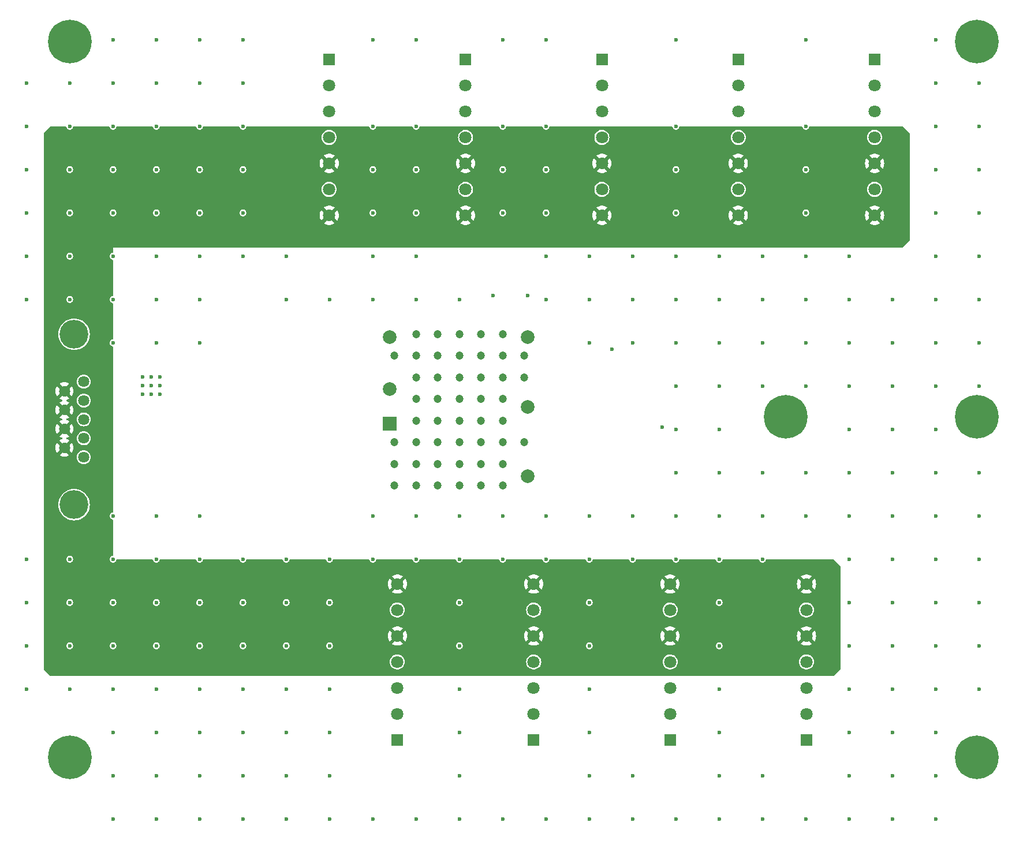
<source format=gbr>
%TF.GenerationSoftware,KiCad,Pcbnew,8.0.6*%
%TF.CreationDate,2024-12-10T16:09:11-05:00*%
%TF.ProjectId,Telem_PWR_Board,54656c65-6d5f-4505-9752-5f426f617264,rev?*%
%TF.SameCoordinates,Original*%
%TF.FileFunction,Copper,L3,Inr*%
%TF.FilePolarity,Positive*%
%FSLAX46Y46*%
G04 Gerber Fmt 4.6, Leading zero omitted, Abs format (unit mm)*
G04 Created by KiCad (PCBNEW 8.0.6) date 2024-12-10 16:09:11*
%MOMM*%
%LPD*%
G01*
G04 APERTURE LIST*
%TA.AperFunction,ComponentPad*%
%ADD10C,6.400000*%
%TD*%
%TA.AperFunction,ComponentPad*%
%ADD11R,1.800000X1.800000*%
%TD*%
%TA.AperFunction,ComponentPad*%
%ADD12C,1.800000*%
%TD*%
%TA.AperFunction,ComponentPad*%
%ADD13R,2.000000X2.000000*%
%TD*%
%TA.AperFunction,ComponentPad*%
%ADD14C,2.000000*%
%TD*%
%TA.AperFunction,ComponentPad*%
%ADD15C,1.635000*%
%TD*%
%TA.AperFunction,ComponentPad*%
%ADD16C,4.216000*%
%TD*%
%TA.AperFunction,ViaPad*%
%ADD17C,1.200000*%
%TD*%
%TA.AperFunction,ViaPad*%
%ADD18C,0.600000*%
%TD*%
G04 APERTURE END LIST*
D10*
%TO.N,CHASSIS*%
%TO.C,H6*%
X235000000Y-140000000D03*
%TD*%
D11*
%TO.N,/V_P5V_RTN*%
%TO.C,J7*%
X303000000Y-242400000D03*
D12*
%TO.N,/V_P5V*%
X303000000Y-238590000D03*
%TO.N,/V_P5V_RTN*%
X303000000Y-234780000D03*
%TO.N,/V_SEC_RTN*%
X303000000Y-230970000D03*
%TO.N,/V_SEC_IN*%
X303000000Y-227160000D03*
%TO.N,/V_SEC_RTN*%
X303000000Y-223350000D03*
%TO.N,/V_SEC_IN*%
X303000000Y-219540000D03*
%TD*%
D10*
%TO.N,CHASSIS*%
%TO.C,H4*%
X340000000Y-195000000D03*
%TD*%
%TO.N,CHASSIS*%
%TO.C,H5*%
X368000000Y-195000000D03*
%TD*%
D11*
%TO.N,/V_P5V_RTN*%
%TO.C,J8*%
X323000000Y-242400000D03*
D12*
%TO.N,/V_P5V*%
X323000000Y-238590000D03*
%TO.N,/V_P5V_RTN*%
X323000000Y-234780000D03*
%TO.N,/V_SEC_RTN*%
X323000000Y-230970000D03*
%TO.N,/V_SEC_IN*%
X323000000Y-227160000D03*
%TO.N,/V_SEC_RTN*%
X323000000Y-223350000D03*
%TO.N,/V_SEC_IN*%
X323000000Y-219540000D03*
%TD*%
D11*
%TO.N,/V_P5V_RTN*%
%TO.C,J2*%
X293000000Y-142600000D03*
D12*
%TO.N,/V_P5V*%
X293000000Y-146410000D03*
%TO.N,/V_P5V_RTN*%
X293000000Y-150220000D03*
%TO.N,/V_SEC_RTN*%
X293000000Y-154030000D03*
%TO.N,/V_SEC_IN*%
X293000000Y-157840000D03*
%TO.N,/V_SEC_RTN*%
X293000000Y-161650000D03*
%TO.N,/V_SEC_IN*%
X293000000Y-165460000D03*
%TD*%
D11*
%TO.N,/V_P5V_RTN*%
%TO.C,J6*%
X283000000Y-242400000D03*
D12*
%TO.N,/V_P5V*%
X283000000Y-238590000D03*
%TO.N,/V_P5V_RTN*%
X283000000Y-234780000D03*
%TO.N,/V_SEC_RTN*%
X283000000Y-230970000D03*
%TO.N,/V_SEC_IN*%
X283000000Y-227160000D03*
%TO.N,/V_SEC_RTN*%
X283000000Y-223350000D03*
%TO.N,/V_SEC_IN*%
X283000000Y-219540000D03*
%TD*%
D10*
%TO.N,CHASSIS*%
%TO.C,H2*%
X368000000Y-245000000D03*
%TD*%
D11*
%TO.N,/V_P5V_RTN*%
%TO.C,J9*%
X343000000Y-242400000D03*
D12*
%TO.N,/V_P5V*%
X343000000Y-238590000D03*
%TO.N,/V_P5V_RTN*%
X343000000Y-234780000D03*
%TO.N,/V_SEC_RTN*%
X343000000Y-230970000D03*
%TO.N,/V_SEC_IN*%
X343000000Y-227160000D03*
%TO.N,/V_SEC_RTN*%
X343000000Y-223350000D03*
%TO.N,/V_SEC_IN*%
X343000000Y-219540000D03*
%TD*%
D10*
%TO.N,CHASSIS*%
%TO.C,H1*%
X235000000Y-245000000D03*
%TD*%
D11*
%TO.N,/V_P5V_RTN*%
%TO.C,J4*%
X333000000Y-142600000D03*
D12*
%TO.N,/V_P5V*%
X333000000Y-146410000D03*
%TO.N,/V_P5V_RTN*%
X333000000Y-150220000D03*
%TO.N,/V_SEC_RTN*%
X333000000Y-154030000D03*
%TO.N,/V_SEC_IN*%
X333000000Y-157840000D03*
%TO.N,/V_SEC_RTN*%
X333000000Y-161650000D03*
%TO.N,/V_SEC_IN*%
X333000000Y-165460000D03*
%TD*%
D11*
%TO.N,/V_P5V_RTN*%
%TO.C,J1*%
X273000000Y-142600000D03*
D12*
%TO.N,/V_P5V*%
X273000000Y-146410000D03*
%TO.N,/V_P5V_RTN*%
X273000000Y-150220000D03*
%TO.N,/V_SEC_RTN*%
X273000000Y-154030000D03*
%TO.N,/V_SEC_IN*%
X273000000Y-157840000D03*
%TO.N,/V_SEC_RTN*%
X273000000Y-161650000D03*
%TO.N,/V_SEC_IN*%
X273000000Y-165460000D03*
%TD*%
D13*
%TO.N,/Telem_PWR_Single_Rail/V_POS*%
%TO.C,U1*%
X281837721Y-196043157D03*
D14*
%TO.N,/Telem_PWR_Single_Rail/V_RTN*%
X281837721Y-190943157D03*
%TO.N,/V_P5V*%
X302137721Y-203743157D03*
%TO.N,unconnected-(U1-TRIM-Pad4)*%
X302137721Y-193543157D03*
%TO.N,/V_P5V_RTN*%
X302137721Y-183343157D03*
%TO.N,unconnected-(U1-REMOTE-Pad6)*%
X281837721Y-183343157D03*
%TD*%
D11*
%TO.N,/V_P5V_RTN*%
%TO.C,J5*%
X353000000Y-142600000D03*
D12*
%TO.N,/V_P5V*%
X353000000Y-146410000D03*
%TO.N,/V_P5V_RTN*%
X353000000Y-150220000D03*
%TO.N,/V_SEC_RTN*%
X353000000Y-154030000D03*
%TO.N,/V_SEC_IN*%
X353000000Y-157840000D03*
%TO.N,/V_SEC_RTN*%
X353000000Y-161650000D03*
%TO.N,/V_SEC_IN*%
X353000000Y-165460000D03*
%TD*%
D11*
%TO.N,/V_P5V_RTN*%
%TO.C,J3*%
X313000000Y-142600000D03*
D12*
%TO.N,/V_P5V*%
X313000000Y-146410000D03*
%TO.N,/V_P5V_RTN*%
X313000000Y-150220000D03*
%TO.N,/V_SEC_RTN*%
X313000000Y-154030000D03*
%TO.N,/V_SEC_IN*%
X313000000Y-157840000D03*
%TO.N,/V_SEC_RTN*%
X313000000Y-161650000D03*
%TO.N,/V_SEC_IN*%
X313000000Y-165460000D03*
%TD*%
D15*
%TO.N,/V_SEC_RTN*%
%TO.C,P1*%
X237010000Y-200940000D03*
X237010000Y-198170000D03*
%TO.N,unconnected-(P1-Pad3)*%
X237010000Y-195400000D03*
%TO.N,/V_SEC_RTN*%
X237010000Y-192630000D03*
X237010000Y-189860000D03*
%TO.N,/V_SEC_IN*%
X234170000Y-199555000D03*
X234170000Y-196785000D03*
X234170000Y-194015000D03*
X234170000Y-191245000D03*
D16*
%TO.N,CHASSIS*%
X235590000Y-182900000D03*
X235590000Y-207900000D03*
%TD*%
D10*
%TO.N,CHASSIS*%
%TO.C,H3*%
X368000000Y-140000000D03*
%TD*%
D17*
%TO.N,CHASSIS*%
X282575000Y-198755000D03*
X282575000Y-186055000D03*
X301625000Y-189230000D03*
X301625000Y-186055000D03*
X301625000Y-198755000D03*
X282575000Y-201930000D03*
X282575000Y-205105000D03*
X288925000Y-205105000D03*
X298450000Y-205105000D03*
X298450000Y-201930000D03*
X292100000Y-201930000D03*
X292100000Y-205105000D03*
X288925000Y-201930000D03*
X295275000Y-205105000D03*
X285750000Y-201930000D03*
X292100000Y-195580000D03*
X295275000Y-201930000D03*
X285750000Y-205105000D03*
X288925000Y-198755000D03*
X295275000Y-198755000D03*
X298450000Y-198755000D03*
X285750000Y-198755000D03*
X285750000Y-195580000D03*
X292100000Y-198755000D03*
X288925000Y-195580000D03*
X298450000Y-195580000D03*
X295275000Y-195580000D03*
X292100000Y-189230000D03*
X288925000Y-192405000D03*
X295275000Y-192405000D03*
X298450000Y-192405000D03*
X285750000Y-192405000D03*
X285750000Y-189230000D03*
X292100000Y-192405000D03*
X288925000Y-189230000D03*
X298450000Y-189230000D03*
X295275000Y-189230000D03*
X292100000Y-186055000D03*
X285750000Y-186055000D03*
X288925000Y-186055000D03*
X298450000Y-186055000D03*
X295275000Y-186055000D03*
X295275000Y-182880000D03*
X298450000Y-182880000D03*
X292100000Y-182880000D03*
X288925000Y-182880000D03*
D18*
%TO.N,/V_SEC_RTN*%
X336550000Y-247650000D03*
X245670000Y-190400000D03*
X323850000Y-165100000D03*
X304800000Y-209550000D03*
X323850000Y-215900000D03*
X336550000Y-171450000D03*
X317500000Y-209550000D03*
X323850000Y-209550000D03*
X247650000Y-158750000D03*
X323850000Y-177800000D03*
X228600000Y-222250000D03*
X355600000Y-190500000D03*
X368300000Y-171450000D03*
X241300000Y-171450000D03*
X285750000Y-215900000D03*
X285750000Y-171450000D03*
X254000000Y-228600000D03*
X311150000Y-171450000D03*
X279400000Y-165100000D03*
X368300000Y-215900000D03*
X323850000Y-190500000D03*
X273050000Y-228600000D03*
X266700000Y-171450000D03*
X247650000Y-254000000D03*
X361950000Y-190500000D03*
X260350000Y-165100000D03*
X349250000Y-203200000D03*
X368300000Y-152400000D03*
X349250000Y-247650000D03*
X273050000Y-241300000D03*
X248210000Y-190400000D03*
X323850000Y-184150000D03*
X311150000Y-184150000D03*
X330200000Y-184150000D03*
X330200000Y-234950000D03*
X241300000Y-228600000D03*
X355600000Y-209550000D03*
X355600000Y-196850000D03*
X273050000Y-222250000D03*
X355600000Y-241300000D03*
X361950000Y-146050000D03*
X241300000Y-177800000D03*
X330200000Y-247650000D03*
X317500000Y-254000000D03*
X342900000Y-139700000D03*
X273050000Y-234950000D03*
X349250000Y-196850000D03*
X342900000Y-152400000D03*
X292100000Y-254000000D03*
X349250000Y-171450000D03*
X304800000Y-171450000D03*
X349250000Y-254000000D03*
X336550000Y-254000000D03*
X260350000Y-139700000D03*
X368300000Y-209550000D03*
X317500000Y-247650000D03*
X266700000Y-247650000D03*
X342900000Y-171450000D03*
X304800000Y-158750000D03*
X246940000Y-191670000D03*
X361950000Y-234950000D03*
X336550000Y-209550000D03*
X279400000Y-209550000D03*
X304800000Y-177800000D03*
X254000000Y-146050000D03*
X247650000Y-184150000D03*
X285750000Y-254000000D03*
X228600000Y-152400000D03*
X311150000Y-254000000D03*
X247650000Y-209550000D03*
X311150000Y-234950000D03*
X241300000Y-139700000D03*
X292100000Y-241300000D03*
X292100000Y-215900000D03*
X266700000Y-177800000D03*
X247650000Y-215900000D03*
X330200000Y-190500000D03*
X241300000Y-234950000D03*
X241300000Y-165100000D03*
X368300000Y-228600000D03*
X254000000Y-177800000D03*
X298450000Y-254000000D03*
X361950000Y-171450000D03*
X241300000Y-152400000D03*
X247650000Y-177800000D03*
X247650000Y-234950000D03*
X247650000Y-165100000D03*
X260350000Y-171450000D03*
X273050000Y-215900000D03*
X260350000Y-234950000D03*
X330200000Y-228600000D03*
X368300000Y-203200000D03*
X241300000Y-254000000D03*
X330200000Y-177800000D03*
X361950000Y-228600000D03*
X260350000Y-222250000D03*
X254000000Y-165100000D03*
X298450000Y-209550000D03*
X254000000Y-222250000D03*
X254000000Y-184150000D03*
X330200000Y-209550000D03*
X245670000Y-189130000D03*
X361950000Y-247650000D03*
X254000000Y-209550000D03*
X336550000Y-215900000D03*
X342900000Y-203200000D03*
X361950000Y-209550000D03*
X241300000Y-222250000D03*
X368300000Y-184150000D03*
X349250000Y-241300000D03*
X349250000Y-177800000D03*
X273050000Y-247650000D03*
X368300000Y-222250000D03*
X342900000Y-209550000D03*
X254000000Y-215900000D03*
X304800000Y-254000000D03*
X279400000Y-254000000D03*
X311150000Y-215900000D03*
X260350000Y-254000000D03*
X254000000Y-247650000D03*
X234950000Y-177800000D03*
X336550000Y-190500000D03*
X241300000Y-184150000D03*
X228600000Y-171450000D03*
X311150000Y-209550000D03*
X323850000Y-196850000D03*
X234950000Y-165100000D03*
X292100000Y-234950000D03*
X241300000Y-247650000D03*
X279400000Y-171450000D03*
X260350000Y-228600000D03*
X349250000Y-215900000D03*
X266700000Y-241300000D03*
X254000000Y-158750000D03*
X247650000Y-171450000D03*
X323850000Y-203200000D03*
X368300000Y-146050000D03*
X285750000Y-158750000D03*
X247650000Y-228600000D03*
X285750000Y-139700000D03*
X234950000Y-171450000D03*
X254000000Y-254000000D03*
X368300000Y-190500000D03*
X247650000Y-222250000D03*
X355600000Y-215900000D03*
X355600000Y-184150000D03*
X304800000Y-139700000D03*
X260350000Y-247650000D03*
X336550000Y-184150000D03*
X361950000Y-152400000D03*
X260350000Y-158750000D03*
X285750000Y-209550000D03*
X285750000Y-152400000D03*
X342900000Y-158750000D03*
X349250000Y-190500000D03*
X355600000Y-234950000D03*
X342900000Y-165100000D03*
X361950000Y-177800000D03*
X234950000Y-215900000D03*
X342900000Y-190500000D03*
X349250000Y-234950000D03*
X342900000Y-177800000D03*
X317500000Y-184150000D03*
X311150000Y-222250000D03*
X361950000Y-254000000D03*
X273050000Y-177800000D03*
X228600000Y-146050000D03*
X234950000Y-158750000D03*
X279400000Y-152400000D03*
X266700000Y-254000000D03*
X361950000Y-165100000D03*
X368300000Y-234950000D03*
X361950000Y-139700000D03*
X254000000Y-234950000D03*
X245670000Y-191670000D03*
X361950000Y-158750000D03*
X234950000Y-234950000D03*
X292100000Y-228600000D03*
X330200000Y-203200000D03*
X355600000Y-247650000D03*
X228600000Y-215900000D03*
X241300000Y-241300000D03*
X317500000Y-177800000D03*
X241300000Y-158750000D03*
X247650000Y-139700000D03*
X241300000Y-209550000D03*
X260350000Y-146050000D03*
X304800000Y-152400000D03*
X323850000Y-171450000D03*
X361950000Y-222250000D03*
X279400000Y-139700000D03*
X323850000Y-254000000D03*
X234950000Y-222250000D03*
X323850000Y-152400000D03*
X330200000Y-196850000D03*
X330200000Y-215900000D03*
X361950000Y-184150000D03*
X368300000Y-177800000D03*
X247650000Y-241300000D03*
X260350000Y-215900000D03*
X279400000Y-177800000D03*
X260350000Y-152400000D03*
X330200000Y-241300000D03*
X311150000Y-177800000D03*
X368300000Y-165100000D03*
X234950000Y-228600000D03*
X260350000Y-241300000D03*
X247650000Y-152400000D03*
X241300000Y-215900000D03*
X246940000Y-189130000D03*
X311150000Y-241300000D03*
X355600000Y-222250000D03*
X248210000Y-191670000D03*
X311150000Y-228600000D03*
X246940000Y-190400000D03*
X254000000Y-139700000D03*
X342900000Y-254000000D03*
X330200000Y-171450000D03*
X349250000Y-209550000D03*
X323850000Y-139700000D03*
X304800000Y-165100000D03*
X266700000Y-228600000D03*
X228600000Y-158750000D03*
X254000000Y-241300000D03*
X234950000Y-146050000D03*
X247650000Y-247650000D03*
X349250000Y-222250000D03*
X323850000Y-158750000D03*
X361950000Y-196850000D03*
X273050000Y-254000000D03*
X361950000Y-241300000D03*
X336550000Y-177800000D03*
X311150000Y-247650000D03*
X298450000Y-139700000D03*
X254000000Y-171450000D03*
X285750000Y-165100000D03*
X266700000Y-215900000D03*
X228600000Y-228600000D03*
X247650000Y-146050000D03*
X298450000Y-165100000D03*
X298450000Y-152400000D03*
X285750000Y-177800000D03*
X266700000Y-222250000D03*
X355600000Y-203200000D03*
X342900000Y-184150000D03*
X336550000Y-203200000D03*
X298450000Y-215900000D03*
X234950000Y-152400000D03*
X292100000Y-177800000D03*
X298450000Y-158750000D03*
X349250000Y-184150000D03*
X292100000Y-209550000D03*
X330200000Y-222250000D03*
X228600000Y-177800000D03*
X317500000Y-215900000D03*
X368300000Y-158750000D03*
X228600000Y-165100000D03*
X361950000Y-215900000D03*
X292100000Y-222250000D03*
X241300000Y-146050000D03*
X349250000Y-228600000D03*
X304800000Y-215900000D03*
X228600000Y-234950000D03*
X266700000Y-234950000D03*
X279400000Y-158750000D03*
X355600000Y-228600000D03*
X248210000Y-189130000D03*
X317500000Y-171450000D03*
X355600000Y-177800000D03*
X279400000Y-215900000D03*
X361950000Y-203200000D03*
X292100000Y-247650000D03*
X330200000Y-254000000D03*
X355600000Y-254000000D03*
X254000000Y-152400000D03*
%TO.N,CHASSIS*%
X297000221Y-177193157D03*
D17*
X285750000Y-182880000D03*
D18*
%TO.N,/V_P5V_RTN*%
X302150221Y-177203157D03*
X314490000Y-185142500D03*
X321800000Y-196540000D03*
%TD*%
%TA.AperFunction,Conductor*%
%TO.N,/V_SEC_IN*%
G36*
X234403945Y-152419685D02*
G01*
X234449700Y-152472489D01*
X234459644Y-152506353D01*
X234464834Y-152542456D01*
X234524622Y-152673371D01*
X234524623Y-152673373D01*
X234618872Y-152782143D01*
X234739947Y-152859953D01*
X234739950Y-152859954D01*
X234739949Y-152859954D01*
X234878036Y-152900499D01*
X234878038Y-152900500D01*
X234878039Y-152900500D01*
X235021962Y-152900500D01*
X235021962Y-152900499D01*
X235160053Y-152859953D01*
X235281128Y-152782143D01*
X235375377Y-152673373D01*
X235435165Y-152542457D01*
X235440356Y-152506353D01*
X235469381Y-152442797D01*
X235528159Y-152405023D01*
X235563094Y-152400000D01*
X240686906Y-152400000D01*
X240753945Y-152419685D01*
X240799700Y-152472489D01*
X240809644Y-152506353D01*
X240814834Y-152542456D01*
X240874622Y-152673371D01*
X240874623Y-152673373D01*
X240968872Y-152782143D01*
X241089947Y-152859953D01*
X241089950Y-152859954D01*
X241089949Y-152859954D01*
X241228036Y-152900499D01*
X241228038Y-152900500D01*
X241228039Y-152900500D01*
X241371962Y-152900500D01*
X241371962Y-152900499D01*
X241510053Y-152859953D01*
X241631128Y-152782143D01*
X241725377Y-152673373D01*
X241785165Y-152542457D01*
X241790356Y-152506353D01*
X241819381Y-152442797D01*
X241878159Y-152405023D01*
X241913094Y-152400000D01*
X247036906Y-152400000D01*
X247103945Y-152419685D01*
X247149700Y-152472489D01*
X247159644Y-152506353D01*
X247164834Y-152542456D01*
X247224622Y-152673371D01*
X247224623Y-152673373D01*
X247318872Y-152782143D01*
X247439947Y-152859953D01*
X247439950Y-152859954D01*
X247439949Y-152859954D01*
X247578036Y-152900499D01*
X247578038Y-152900500D01*
X247578039Y-152900500D01*
X247721962Y-152900500D01*
X247721962Y-152900499D01*
X247860053Y-152859953D01*
X247981128Y-152782143D01*
X248075377Y-152673373D01*
X248135165Y-152542457D01*
X248140356Y-152506353D01*
X248169381Y-152442797D01*
X248228159Y-152405023D01*
X248263094Y-152400000D01*
X253386906Y-152400000D01*
X253453945Y-152419685D01*
X253499700Y-152472489D01*
X253509644Y-152506353D01*
X253514834Y-152542456D01*
X253574622Y-152673371D01*
X253574623Y-152673373D01*
X253668872Y-152782143D01*
X253789947Y-152859953D01*
X253789950Y-152859954D01*
X253789949Y-152859954D01*
X253928036Y-152900499D01*
X253928038Y-152900500D01*
X253928039Y-152900500D01*
X254071962Y-152900500D01*
X254071962Y-152900499D01*
X254210053Y-152859953D01*
X254331128Y-152782143D01*
X254425377Y-152673373D01*
X254485165Y-152542457D01*
X254490356Y-152506353D01*
X254519381Y-152442797D01*
X254578159Y-152405023D01*
X254613094Y-152400000D01*
X259736906Y-152400000D01*
X259803945Y-152419685D01*
X259849700Y-152472489D01*
X259859644Y-152506353D01*
X259864834Y-152542456D01*
X259924622Y-152673371D01*
X259924623Y-152673373D01*
X260018872Y-152782143D01*
X260139947Y-152859953D01*
X260139950Y-152859954D01*
X260139949Y-152859954D01*
X260278036Y-152900499D01*
X260278038Y-152900500D01*
X260278039Y-152900500D01*
X260421962Y-152900500D01*
X260421962Y-152900499D01*
X260560053Y-152859953D01*
X260681128Y-152782143D01*
X260775377Y-152673373D01*
X260835165Y-152542457D01*
X260840356Y-152506353D01*
X260869381Y-152442797D01*
X260928159Y-152405023D01*
X260963094Y-152400000D01*
X278786906Y-152400000D01*
X278853945Y-152419685D01*
X278899700Y-152472489D01*
X278909644Y-152506353D01*
X278914834Y-152542456D01*
X278974622Y-152673371D01*
X278974623Y-152673373D01*
X279068872Y-152782143D01*
X279189947Y-152859953D01*
X279189950Y-152859954D01*
X279189949Y-152859954D01*
X279328036Y-152900499D01*
X279328038Y-152900500D01*
X279328039Y-152900500D01*
X279471962Y-152900500D01*
X279471962Y-152900499D01*
X279610053Y-152859953D01*
X279731128Y-152782143D01*
X279825377Y-152673373D01*
X279885165Y-152542457D01*
X279890356Y-152506353D01*
X279919381Y-152442797D01*
X279978159Y-152405023D01*
X280013094Y-152400000D01*
X285136906Y-152400000D01*
X285203945Y-152419685D01*
X285249700Y-152472489D01*
X285259644Y-152506353D01*
X285264834Y-152542456D01*
X285324622Y-152673371D01*
X285324623Y-152673373D01*
X285418872Y-152782143D01*
X285539947Y-152859953D01*
X285539950Y-152859954D01*
X285539949Y-152859954D01*
X285678036Y-152900499D01*
X285678038Y-152900500D01*
X285678039Y-152900500D01*
X285821962Y-152900500D01*
X285821962Y-152900499D01*
X285960053Y-152859953D01*
X286081128Y-152782143D01*
X286175377Y-152673373D01*
X286235165Y-152542457D01*
X286240356Y-152506353D01*
X286269381Y-152442797D01*
X286328159Y-152405023D01*
X286363094Y-152400000D01*
X297836906Y-152400000D01*
X297903945Y-152419685D01*
X297949700Y-152472489D01*
X297959644Y-152506353D01*
X297964834Y-152542456D01*
X298024622Y-152673371D01*
X298024623Y-152673373D01*
X298118872Y-152782143D01*
X298239947Y-152859953D01*
X298239950Y-152859954D01*
X298239949Y-152859954D01*
X298378036Y-152900499D01*
X298378038Y-152900500D01*
X298378039Y-152900500D01*
X298521962Y-152900500D01*
X298521962Y-152900499D01*
X298660053Y-152859953D01*
X298781128Y-152782143D01*
X298875377Y-152673373D01*
X298935165Y-152542457D01*
X298940356Y-152506353D01*
X298969381Y-152442797D01*
X299028159Y-152405023D01*
X299063094Y-152400000D01*
X304186906Y-152400000D01*
X304253945Y-152419685D01*
X304299700Y-152472489D01*
X304309644Y-152506353D01*
X304314834Y-152542456D01*
X304374622Y-152673371D01*
X304374623Y-152673373D01*
X304468872Y-152782143D01*
X304589947Y-152859953D01*
X304589950Y-152859954D01*
X304589949Y-152859954D01*
X304728036Y-152900499D01*
X304728038Y-152900500D01*
X304728039Y-152900500D01*
X304871962Y-152900500D01*
X304871962Y-152900499D01*
X305010053Y-152859953D01*
X305131128Y-152782143D01*
X305225377Y-152673373D01*
X305285165Y-152542457D01*
X305290356Y-152506353D01*
X305319381Y-152442797D01*
X305378159Y-152405023D01*
X305413094Y-152400000D01*
X323236906Y-152400000D01*
X323303945Y-152419685D01*
X323349700Y-152472489D01*
X323359644Y-152506353D01*
X323364834Y-152542456D01*
X323424622Y-152673371D01*
X323424623Y-152673373D01*
X323518872Y-152782143D01*
X323639947Y-152859953D01*
X323639950Y-152859954D01*
X323639949Y-152859954D01*
X323778036Y-152900499D01*
X323778038Y-152900500D01*
X323778039Y-152900500D01*
X323921962Y-152900500D01*
X323921962Y-152900499D01*
X324060053Y-152859953D01*
X324181128Y-152782143D01*
X324275377Y-152673373D01*
X324335165Y-152542457D01*
X324340356Y-152506353D01*
X324369381Y-152442797D01*
X324428159Y-152405023D01*
X324463094Y-152400000D01*
X342286906Y-152400000D01*
X342353945Y-152419685D01*
X342399700Y-152472489D01*
X342409644Y-152506353D01*
X342414834Y-152542456D01*
X342474622Y-152673371D01*
X342474623Y-152673373D01*
X342568872Y-152782143D01*
X342689947Y-152859953D01*
X342689950Y-152859954D01*
X342689949Y-152859954D01*
X342828036Y-152900499D01*
X342828038Y-152900500D01*
X342828039Y-152900500D01*
X342971962Y-152900500D01*
X342971962Y-152900499D01*
X343110053Y-152859953D01*
X343231128Y-152782143D01*
X343325377Y-152673373D01*
X343385165Y-152542457D01*
X343390356Y-152506353D01*
X343419381Y-152442797D01*
X343478159Y-152405023D01*
X343513094Y-152400000D01*
X357088638Y-152400000D01*
X357155677Y-152419685D01*
X357176319Y-152436319D01*
X358103681Y-153363681D01*
X358137166Y-153425004D01*
X358140000Y-153451362D01*
X358140000Y-169128638D01*
X358120315Y-169195677D01*
X358103681Y-169216319D01*
X357176319Y-170143681D01*
X357114996Y-170177166D01*
X357088638Y-170180000D01*
X264160000Y-170180000D01*
X241300000Y-170180000D01*
X241300000Y-170949500D01*
X241228036Y-170949500D01*
X241089949Y-170990045D01*
X240968873Y-171067856D01*
X240874623Y-171176626D01*
X240874622Y-171176628D01*
X240814834Y-171307543D01*
X240794353Y-171450000D01*
X240814834Y-171592456D01*
X240874622Y-171723371D01*
X240874623Y-171723373D01*
X240968872Y-171832143D01*
X241089947Y-171909953D01*
X241089950Y-171909954D01*
X241089949Y-171909954D01*
X241210934Y-171945478D01*
X241269713Y-171983252D01*
X241298738Y-172046807D01*
X241300000Y-172064455D01*
X241300000Y-177185544D01*
X241280315Y-177252583D01*
X241227511Y-177298338D01*
X241210935Y-177304521D01*
X241089949Y-177340045D01*
X240968873Y-177417856D01*
X240874623Y-177526626D01*
X240874622Y-177526628D01*
X240814834Y-177657543D01*
X240794353Y-177800000D01*
X240814834Y-177942456D01*
X240874622Y-178073371D01*
X240874623Y-178073373D01*
X240968872Y-178182143D01*
X241089947Y-178259953D01*
X241089950Y-178259954D01*
X241089949Y-178259954D01*
X241210934Y-178295478D01*
X241269713Y-178333252D01*
X241298738Y-178396807D01*
X241300000Y-178414455D01*
X241300000Y-183535544D01*
X241280315Y-183602583D01*
X241227511Y-183648338D01*
X241210935Y-183654521D01*
X241089949Y-183690045D01*
X240968873Y-183767856D01*
X240874623Y-183876626D01*
X240874622Y-183876628D01*
X240814834Y-184007543D01*
X240794353Y-184150000D01*
X240814834Y-184292456D01*
X240822088Y-184308339D01*
X240874623Y-184423373D01*
X240968872Y-184532143D01*
X241089947Y-184609953D01*
X241089950Y-184609954D01*
X241089949Y-184609954D01*
X241210934Y-184645478D01*
X241269713Y-184683252D01*
X241298738Y-184746807D01*
X241300000Y-184764455D01*
X241300000Y-208935544D01*
X241280315Y-209002583D01*
X241227511Y-209048338D01*
X241210935Y-209054521D01*
X241089949Y-209090045D01*
X240968873Y-209167856D01*
X240874623Y-209276626D01*
X240874622Y-209276628D01*
X240814834Y-209407543D01*
X240794353Y-209550000D01*
X240814834Y-209692456D01*
X240874622Y-209823371D01*
X240874623Y-209823373D01*
X240968872Y-209932143D01*
X241089947Y-210009953D01*
X241089950Y-210009954D01*
X241089949Y-210009954D01*
X241210934Y-210045478D01*
X241269713Y-210083252D01*
X241298738Y-210146807D01*
X241300000Y-210164455D01*
X241300000Y-215399500D01*
X241228036Y-215399500D01*
X241089949Y-215440045D01*
X240968873Y-215517856D01*
X240874623Y-215626626D01*
X240874622Y-215626628D01*
X240814834Y-215757543D01*
X240794353Y-215900000D01*
X240814834Y-216042456D01*
X240874622Y-216173371D01*
X240874623Y-216173373D01*
X240968872Y-216282143D01*
X241089947Y-216359953D01*
X241089950Y-216359954D01*
X241089949Y-216359954D01*
X241228036Y-216400499D01*
X241228038Y-216400500D01*
X241228039Y-216400500D01*
X241371962Y-216400500D01*
X241371962Y-216400499D01*
X241510053Y-216359953D01*
X241631128Y-216282143D01*
X241725377Y-216173373D01*
X241785165Y-216042457D01*
X241805647Y-215900000D01*
X247036906Y-215900000D01*
X247103945Y-215919685D01*
X247149700Y-215972489D01*
X247159644Y-216006353D01*
X247164834Y-216042456D01*
X247224622Y-216173371D01*
X247224623Y-216173373D01*
X247318872Y-216282143D01*
X247439947Y-216359953D01*
X247439950Y-216359954D01*
X247439949Y-216359954D01*
X247578036Y-216400499D01*
X247578038Y-216400500D01*
X247578039Y-216400500D01*
X247721962Y-216400500D01*
X247721962Y-216400499D01*
X247860053Y-216359953D01*
X247981128Y-216282143D01*
X248075377Y-216173373D01*
X248135165Y-216042457D01*
X248140356Y-216006353D01*
X248169381Y-215942797D01*
X248228159Y-215905023D01*
X248263094Y-215900000D01*
X253386906Y-215900000D01*
X253453945Y-215919685D01*
X253499700Y-215972489D01*
X253509644Y-216006353D01*
X253514834Y-216042456D01*
X253574622Y-216173371D01*
X253574623Y-216173373D01*
X253668872Y-216282143D01*
X253789947Y-216359953D01*
X253789950Y-216359954D01*
X253789949Y-216359954D01*
X253928036Y-216400499D01*
X253928038Y-216400500D01*
X253928039Y-216400500D01*
X254071962Y-216400500D01*
X254071962Y-216400499D01*
X254210053Y-216359953D01*
X254331128Y-216282143D01*
X254425377Y-216173373D01*
X254485165Y-216042457D01*
X254490356Y-216006353D01*
X254519381Y-215942797D01*
X254578159Y-215905023D01*
X254613094Y-215900000D01*
X259736906Y-215900000D01*
X259803945Y-215919685D01*
X259849700Y-215972489D01*
X259859644Y-216006353D01*
X259864834Y-216042456D01*
X259924622Y-216173371D01*
X259924623Y-216173373D01*
X260018872Y-216282143D01*
X260139947Y-216359953D01*
X260139950Y-216359954D01*
X260139949Y-216359954D01*
X260278036Y-216400499D01*
X260278038Y-216400500D01*
X260278039Y-216400500D01*
X260421962Y-216400500D01*
X260421962Y-216400499D01*
X260560053Y-216359953D01*
X260681128Y-216282143D01*
X260775377Y-216173373D01*
X260835165Y-216042457D01*
X260840356Y-216006353D01*
X260869381Y-215942797D01*
X260928159Y-215905023D01*
X260963094Y-215900000D01*
X266086906Y-215900000D01*
X266153945Y-215919685D01*
X266199700Y-215972489D01*
X266209644Y-216006353D01*
X266214834Y-216042456D01*
X266274622Y-216173371D01*
X266274623Y-216173373D01*
X266368872Y-216282143D01*
X266489947Y-216359953D01*
X266489950Y-216359954D01*
X266489949Y-216359954D01*
X266628036Y-216400499D01*
X266628038Y-216400500D01*
X266628039Y-216400500D01*
X266771962Y-216400500D01*
X266771962Y-216400499D01*
X266910053Y-216359953D01*
X267031128Y-216282143D01*
X267125377Y-216173373D01*
X267185165Y-216042457D01*
X267190356Y-216006353D01*
X267219381Y-215942797D01*
X267278159Y-215905023D01*
X267313094Y-215900000D01*
X272436906Y-215900000D01*
X272503945Y-215919685D01*
X272549700Y-215972489D01*
X272559644Y-216006353D01*
X272564834Y-216042456D01*
X272624622Y-216173371D01*
X272624623Y-216173373D01*
X272718872Y-216282143D01*
X272839947Y-216359953D01*
X272839950Y-216359954D01*
X272839949Y-216359954D01*
X272978036Y-216400499D01*
X272978038Y-216400500D01*
X272978039Y-216400500D01*
X273121962Y-216400500D01*
X273121962Y-216400499D01*
X273260053Y-216359953D01*
X273381128Y-216282143D01*
X273475377Y-216173373D01*
X273535165Y-216042457D01*
X273540356Y-216006353D01*
X273569381Y-215942797D01*
X273628159Y-215905023D01*
X273663094Y-215900000D01*
X278786906Y-215900000D01*
X278853945Y-215919685D01*
X278899700Y-215972489D01*
X278909644Y-216006353D01*
X278914834Y-216042456D01*
X278974622Y-216173371D01*
X278974623Y-216173373D01*
X279068872Y-216282143D01*
X279189947Y-216359953D01*
X279189950Y-216359954D01*
X279189949Y-216359954D01*
X279328036Y-216400499D01*
X279328038Y-216400500D01*
X279328039Y-216400500D01*
X279471962Y-216400500D01*
X279471962Y-216400499D01*
X279610053Y-216359953D01*
X279731128Y-216282143D01*
X279825377Y-216173373D01*
X279885165Y-216042457D01*
X279890356Y-216006353D01*
X279919381Y-215942797D01*
X279978159Y-215905023D01*
X280013094Y-215900000D01*
X285136906Y-215900000D01*
X285203945Y-215919685D01*
X285249700Y-215972489D01*
X285259644Y-216006353D01*
X285264834Y-216042456D01*
X285324622Y-216173371D01*
X285324623Y-216173373D01*
X285418872Y-216282143D01*
X285539947Y-216359953D01*
X285539950Y-216359954D01*
X285539949Y-216359954D01*
X285678036Y-216400499D01*
X285678038Y-216400500D01*
X285678039Y-216400500D01*
X285821962Y-216400500D01*
X285821962Y-216400499D01*
X285960053Y-216359953D01*
X286081128Y-216282143D01*
X286175377Y-216173373D01*
X286235165Y-216042457D01*
X286240356Y-216006353D01*
X286269381Y-215942797D01*
X286328159Y-215905023D01*
X286363094Y-215900000D01*
X291486906Y-215900000D01*
X291553945Y-215919685D01*
X291599700Y-215972489D01*
X291609644Y-216006353D01*
X291614834Y-216042456D01*
X291674622Y-216173371D01*
X291674623Y-216173373D01*
X291768872Y-216282143D01*
X291889947Y-216359953D01*
X291889950Y-216359954D01*
X291889949Y-216359954D01*
X292028036Y-216400499D01*
X292028038Y-216400500D01*
X292028039Y-216400500D01*
X292171962Y-216400500D01*
X292171962Y-216400499D01*
X292310053Y-216359953D01*
X292431128Y-216282143D01*
X292525377Y-216173373D01*
X292585165Y-216042457D01*
X292590356Y-216006353D01*
X292619381Y-215942797D01*
X292678159Y-215905023D01*
X292713094Y-215900000D01*
X297836906Y-215900000D01*
X297903945Y-215919685D01*
X297949700Y-215972489D01*
X297959644Y-216006353D01*
X297964834Y-216042456D01*
X298024622Y-216173371D01*
X298024623Y-216173373D01*
X298118872Y-216282143D01*
X298239947Y-216359953D01*
X298239950Y-216359954D01*
X298239949Y-216359954D01*
X298378036Y-216400499D01*
X298378038Y-216400500D01*
X298378039Y-216400500D01*
X298521962Y-216400500D01*
X298521962Y-216400499D01*
X298660053Y-216359953D01*
X298781128Y-216282143D01*
X298875377Y-216173373D01*
X298935165Y-216042457D01*
X298940356Y-216006353D01*
X298969381Y-215942797D01*
X299028159Y-215905023D01*
X299063094Y-215900000D01*
X304186906Y-215900000D01*
X304253945Y-215919685D01*
X304299700Y-215972489D01*
X304309644Y-216006353D01*
X304314834Y-216042456D01*
X304374622Y-216173371D01*
X304374623Y-216173373D01*
X304468872Y-216282143D01*
X304589947Y-216359953D01*
X304589950Y-216359954D01*
X304589949Y-216359954D01*
X304728036Y-216400499D01*
X304728038Y-216400500D01*
X304728039Y-216400500D01*
X304871962Y-216400500D01*
X304871962Y-216400499D01*
X305010053Y-216359953D01*
X305131128Y-216282143D01*
X305225377Y-216173373D01*
X305285165Y-216042457D01*
X305290356Y-216006353D01*
X305319381Y-215942797D01*
X305378159Y-215905023D01*
X305413094Y-215900000D01*
X310536906Y-215900000D01*
X310603945Y-215919685D01*
X310649700Y-215972489D01*
X310659644Y-216006353D01*
X310664834Y-216042456D01*
X310724622Y-216173371D01*
X310724623Y-216173373D01*
X310818872Y-216282143D01*
X310939947Y-216359953D01*
X310939950Y-216359954D01*
X310939949Y-216359954D01*
X311078036Y-216400499D01*
X311078038Y-216400500D01*
X311078039Y-216400500D01*
X311221962Y-216400500D01*
X311221962Y-216400499D01*
X311360053Y-216359953D01*
X311481128Y-216282143D01*
X311575377Y-216173373D01*
X311635165Y-216042457D01*
X311640356Y-216006353D01*
X311669381Y-215942797D01*
X311728159Y-215905023D01*
X311763094Y-215900000D01*
X316886906Y-215900000D01*
X316953945Y-215919685D01*
X316999700Y-215972489D01*
X317009644Y-216006353D01*
X317014834Y-216042456D01*
X317074622Y-216173371D01*
X317074623Y-216173373D01*
X317168872Y-216282143D01*
X317289947Y-216359953D01*
X317289950Y-216359954D01*
X317289949Y-216359954D01*
X317428036Y-216400499D01*
X317428038Y-216400500D01*
X317428039Y-216400500D01*
X317571962Y-216400500D01*
X317571962Y-216400499D01*
X317710053Y-216359953D01*
X317831128Y-216282143D01*
X317925377Y-216173373D01*
X317985165Y-216042457D01*
X317990356Y-216006353D01*
X318019381Y-215942797D01*
X318078159Y-215905023D01*
X318113094Y-215900000D01*
X323236906Y-215900000D01*
X323303945Y-215919685D01*
X323349700Y-215972489D01*
X323359644Y-216006353D01*
X323364834Y-216042456D01*
X323424622Y-216173371D01*
X323424623Y-216173373D01*
X323518872Y-216282143D01*
X323639947Y-216359953D01*
X323639950Y-216359954D01*
X323639949Y-216359954D01*
X323778036Y-216400499D01*
X323778038Y-216400500D01*
X323778039Y-216400500D01*
X323921962Y-216400500D01*
X323921962Y-216400499D01*
X324060053Y-216359953D01*
X324181128Y-216282143D01*
X324275377Y-216173373D01*
X324335165Y-216042457D01*
X324340356Y-216006353D01*
X324369381Y-215942797D01*
X324428159Y-215905023D01*
X324463094Y-215900000D01*
X329586906Y-215900000D01*
X329653945Y-215919685D01*
X329699700Y-215972489D01*
X329709644Y-216006353D01*
X329714834Y-216042456D01*
X329774622Y-216173371D01*
X329774623Y-216173373D01*
X329868872Y-216282143D01*
X329989947Y-216359953D01*
X329989950Y-216359954D01*
X329989949Y-216359954D01*
X330128036Y-216400499D01*
X330128038Y-216400500D01*
X330128039Y-216400500D01*
X330271962Y-216400500D01*
X330271962Y-216400499D01*
X330410053Y-216359953D01*
X330531128Y-216282143D01*
X330625377Y-216173373D01*
X330685165Y-216042457D01*
X330690356Y-216006353D01*
X330719381Y-215942797D01*
X330778159Y-215905023D01*
X330813094Y-215900000D01*
X335936906Y-215900000D01*
X336003945Y-215919685D01*
X336049700Y-215972489D01*
X336059644Y-216006353D01*
X336064834Y-216042456D01*
X336124622Y-216173371D01*
X336124623Y-216173373D01*
X336218872Y-216282143D01*
X336339947Y-216359953D01*
X336339950Y-216359954D01*
X336339949Y-216359954D01*
X336478036Y-216400499D01*
X336478038Y-216400500D01*
X336478039Y-216400500D01*
X336621962Y-216400500D01*
X336621962Y-216400499D01*
X336760053Y-216359953D01*
X336881128Y-216282143D01*
X336975377Y-216173373D01*
X337035165Y-216042457D01*
X337040356Y-216006353D01*
X337069381Y-215942797D01*
X337128159Y-215905023D01*
X337163094Y-215900000D01*
X346928638Y-215900000D01*
X346995677Y-215919685D01*
X347016319Y-215936319D01*
X347943681Y-216863681D01*
X347977166Y-216925004D01*
X347980000Y-216951362D01*
X347980000Y-231993638D01*
X347960315Y-232060677D01*
X347943681Y-232081319D01*
X347016319Y-233008681D01*
X346954996Y-233042166D01*
X346928638Y-233045000D01*
X241300000Y-233045000D01*
X232191362Y-233045000D01*
X232124323Y-233025315D01*
X232103681Y-233008681D01*
X231176319Y-232081319D01*
X231142834Y-232019996D01*
X231140000Y-231993638D01*
X231140000Y-230969999D01*
X281894785Y-230969999D01*
X281894785Y-230970000D01*
X281913602Y-231173082D01*
X281969417Y-231369247D01*
X281969422Y-231369260D01*
X282060327Y-231551821D01*
X282183237Y-231714581D01*
X282333958Y-231851980D01*
X282333960Y-231851982D01*
X282433141Y-231913392D01*
X282507363Y-231959348D01*
X282697544Y-232033024D01*
X282898024Y-232070500D01*
X282898026Y-232070500D01*
X283101974Y-232070500D01*
X283101976Y-232070500D01*
X283302456Y-232033024D01*
X283492637Y-231959348D01*
X283666041Y-231851981D01*
X283816764Y-231714579D01*
X283939673Y-231551821D01*
X284030582Y-231369250D01*
X284086397Y-231173083D01*
X284105215Y-230970000D01*
X284105215Y-230969999D01*
X301894785Y-230969999D01*
X301894785Y-230970000D01*
X301913602Y-231173082D01*
X301969417Y-231369247D01*
X301969422Y-231369260D01*
X302060327Y-231551821D01*
X302183237Y-231714581D01*
X302333958Y-231851980D01*
X302333960Y-231851982D01*
X302433141Y-231913392D01*
X302507363Y-231959348D01*
X302697544Y-232033024D01*
X302898024Y-232070500D01*
X302898026Y-232070500D01*
X303101974Y-232070500D01*
X303101976Y-232070500D01*
X303302456Y-232033024D01*
X303492637Y-231959348D01*
X303666041Y-231851981D01*
X303816764Y-231714579D01*
X303939673Y-231551821D01*
X304030582Y-231369250D01*
X304086397Y-231173083D01*
X304105215Y-230970000D01*
X304105215Y-230969999D01*
X321894785Y-230969999D01*
X321894785Y-230970000D01*
X321913602Y-231173082D01*
X321969417Y-231369247D01*
X321969422Y-231369260D01*
X322060327Y-231551821D01*
X322183237Y-231714581D01*
X322333958Y-231851980D01*
X322333960Y-231851982D01*
X322433141Y-231913392D01*
X322507363Y-231959348D01*
X322697544Y-232033024D01*
X322898024Y-232070500D01*
X322898026Y-232070500D01*
X323101974Y-232070500D01*
X323101976Y-232070500D01*
X323302456Y-232033024D01*
X323492637Y-231959348D01*
X323666041Y-231851981D01*
X323816764Y-231714579D01*
X323939673Y-231551821D01*
X324030582Y-231369250D01*
X324086397Y-231173083D01*
X324105215Y-230970000D01*
X324105215Y-230969999D01*
X341894785Y-230969999D01*
X341894785Y-230970000D01*
X341913602Y-231173082D01*
X341969417Y-231369247D01*
X341969422Y-231369260D01*
X342060327Y-231551821D01*
X342183237Y-231714581D01*
X342333958Y-231851980D01*
X342333960Y-231851982D01*
X342433141Y-231913392D01*
X342507363Y-231959348D01*
X342697544Y-232033024D01*
X342898024Y-232070500D01*
X342898026Y-232070500D01*
X343101974Y-232070500D01*
X343101976Y-232070500D01*
X343302456Y-232033024D01*
X343492637Y-231959348D01*
X343666041Y-231851981D01*
X343816764Y-231714579D01*
X343939673Y-231551821D01*
X344030582Y-231369250D01*
X344086397Y-231173083D01*
X344105215Y-230970000D01*
X344086397Y-230766917D01*
X344030582Y-230570750D01*
X343939673Y-230388179D01*
X343816764Y-230225421D01*
X343816762Y-230225418D01*
X343666041Y-230088019D01*
X343666039Y-230088017D01*
X343492642Y-229980655D01*
X343492635Y-229980651D01*
X343397546Y-229943814D01*
X343302456Y-229906976D01*
X343101976Y-229869500D01*
X342898024Y-229869500D01*
X342697544Y-229906976D01*
X342697541Y-229906976D01*
X342697541Y-229906977D01*
X342507364Y-229980651D01*
X342507357Y-229980655D01*
X342333960Y-230088017D01*
X342333958Y-230088019D01*
X342183237Y-230225418D01*
X342060327Y-230388178D01*
X341969422Y-230570739D01*
X341969417Y-230570752D01*
X341913602Y-230766917D01*
X341894785Y-230969999D01*
X324105215Y-230969999D01*
X324086397Y-230766917D01*
X324030582Y-230570750D01*
X323939673Y-230388179D01*
X323816764Y-230225421D01*
X323816762Y-230225418D01*
X323666041Y-230088019D01*
X323666039Y-230088017D01*
X323492642Y-229980655D01*
X323492635Y-229980651D01*
X323397546Y-229943814D01*
X323302456Y-229906976D01*
X323101976Y-229869500D01*
X322898024Y-229869500D01*
X322697544Y-229906976D01*
X322697541Y-229906976D01*
X322697541Y-229906977D01*
X322507364Y-229980651D01*
X322507357Y-229980655D01*
X322333960Y-230088017D01*
X322333958Y-230088019D01*
X322183237Y-230225418D01*
X322060327Y-230388178D01*
X321969422Y-230570739D01*
X321969417Y-230570752D01*
X321913602Y-230766917D01*
X321894785Y-230969999D01*
X304105215Y-230969999D01*
X304086397Y-230766917D01*
X304030582Y-230570750D01*
X303939673Y-230388179D01*
X303816764Y-230225421D01*
X303816762Y-230225418D01*
X303666041Y-230088019D01*
X303666039Y-230088017D01*
X303492642Y-229980655D01*
X303492635Y-229980651D01*
X303397546Y-229943814D01*
X303302456Y-229906976D01*
X303101976Y-229869500D01*
X302898024Y-229869500D01*
X302697544Y-229906976D01*
X302697541Y-229906976D01*
X302697541Y-229906977D01*
X302507364Y-229980651D01*
X302507357Y-229980655D01*
X302333960Y-230088017D01*
X302333958Y-230088019D01*
X302183237Y-230225418D01*
X302060327Y-230388178D01*
X301969422Y-230570739D01*
X301969417Y-230570752D01*
X301913602Y-230766917D01*
X301894785Y-230969999D01*
X284105215Y-230969999D01*
X284086397Y-230766917D01*
X284030582Y-230570750D01*
X283939673Y-230388179D01*
X283816764Y-230225421D01*
X283816762Y-230225418D01*
X283666041Y-230088019D01*
X283666039Y-230088017D01*
X283492642Y-229980655D01*
X283492635Y-229980651D01*
X283397546Y-229943814D01*
X283302456Y-229906976D01*
X283101976Y-229869500D01*
X282898024Y-229869500D01*
X282697544Y-229906976D01*
X282697541Y-229906976D01*
X282697541Y-229906977D01*
X282507364Y-229980651D01*
X282507357Y-229980655D01*
X282333960Y-230088017D01*
X282333958Y-230088019D01*
X282183237Y-230225418D01*
X282060327Y-230388178D01*
X281969422Y-230570739D01*
X281969417Y-230570752D01*
X281913602Y-230766917D01*
X281894785Y-230969999D01*
X231140000Y-230969999D01*
X231140000Y-228600000D01*
X234444353Y-228600000D01*
X234464834Y-228742456D01*
X234524622Y-228873371D01*
X234524623Y-228873373D01*
X234618872Y-228982143D01*
X234739947Y-229059953D01*
X234739950Y-229059954D01*
X234739949Y-229059954D01*
X234878036Y-229100499D01*
X234878038Y-229100500D01*
X234878039Y-229100500D01*
X235021962Y-229100500D01*
X235021962Y-229100499D01*
X235160053Y-229059953D01*
X235281128Y-228982143D01*
X235375377Y-228873373D01*
X235435165Y-228742457D01*
X235455647Y-228600000D01*
X240794353Y-228600000D01*
X240814834Y-228742456D01*
X240874622Y-228873371D01*
X240874623Y-228873373D01*
X240968872Y-228982143D01*
X241089947Y-229059953D01*
X241089950Y-229059954D01*
X241089949Y-229059954D01*
X241228036Y-229100499D01*
X241228038Y-229100500D01*
X241228039Y-229100500D01*
X241371962Y-229100500D01*
X241371962Y-229100499D01*
X241510053Y-229059953D01*
X241631128Y-228982143D01*
X241725377Y-228873373D01*
X241785165Y-228742457D01*
X241805647Y-228600000D01*
X247144353Y-228600000D01*
X247164834Y-228742456D01*
X247224622Y-228873371D01*
X247224623Y-228873373D01*
X247318872Y-228982143D01*
X247439947Y-229059953D01*
X247439950Y-229059954D01*
X247439949Y-229059954D01*
X247578036Y-229100499D01*
X247578038Y-229100500D01*
X247578039Y-229100500D01*
X247721962Y-229100500D01*
X247721962Y-229100499D01*
X247860053Y-229059953D01*
X247981128Y-228982143D01*
X248075377Y-228873373D01*
X248135165Y-228742457D01*
X248155647Y-228600000D01*
X253494353Y-228600000D01*
X253514834Y-228742456D01*
X253574622Y-228873371D01*
X253574623Y-228873373D01*
X253668872Y-228982143D01*
X253789947Y-229059953D01*
X253789950Y-229059954D01*
X253789949Y-229059954D01*
X253928036Y-229100499D01*
X253928038Y-229100500D01*
X253928039Y-229100500D01*
X254071962Y-229100500D01*
X254071962Y-229100499D01*
X254210053Y-229059953D01*
X254331128Y-228982143D01*
X254425377Y-228873373D01*
X254485165Y-228742457D01*
X254505647Y-228600000D01*
X259844353Y-228600000D01*
X259864834Y-228742456D01*
X259924622Y-228873371D01*
X259924623Y-228873373D01*
X260018872Y-228982143D01*
X260139947Y-229059953D01*
X260139950Y-229059954D01*
X260139949Y-229059954D01*
X260278036Y-229100499D01*
X260278038Y-229100500D01*
X260278039Y-229100500D01*
X260421962Y-229100500D01*
X260421962Y-229100499D01*
X260560053Y-229059953D01*
X260681128Y-228982143D01*
X260775377Y-228873373D01*
X260835165Y-228742457D01*
X260855647Y-228600000D01*
X266194353Y-228600000D01*
X266214834Y-228742456D01*
X266274622Y-228873371D01*
X266274623Y-228873373D01*
X266368872Y-228982143D01*
X266489947Y-229059953D01*
X266489950Y-229059954D01*
X266489949Y-229059954D01*
X266628036Y-229100499D01*
X266628038Y-229100500D01*
X266628039Y-229100500D01*
X266771962Y-229100500D01*
X266771962Y-229100499D01*
X266910053Y-229059953D01*
X267031128Y-228982143D01*
X267125377Y-228873373D01*
X267185165Y-228742457D01*
X267205647Y-228600000D01*
X272544353Y-228600000D01*
X272564834Y-228742456D01*
X272624622Y-228873371D01*
X272624623Y-228873373D01*
X272718872Y-228982143D01*
X272839947Y-229059953D01*
X272839950Y-229059954D01*
X272839949Y-229059954D01*
X272978036Y-229100499D01*
X272978038Y-229100500D01*
X272978039Y-229100500D01*
X273121962Y-229100500D01*
X273121962Y-229100499D01*
X273260053Y-229059953D01*
X273381128Y-228982143D01*
X273475377Y-228873373D01*
X273535165Y-228742457D01*
X273555647Y-228600000D01*
X291594353Y-228600000D01*
X291614834Y-228742456D01*
X291674622Y-228873371D01*
X291674623Y-228873373D01*
X291768872Y-228982143D01*
X291889947Y-229059953D01*
X291889950Y-229059954D01*
X291889949Y-229059954D01*
X292028036Y-229100499D01*
X292028038Y-229100500D01*
X292028039Y-229100500D01*
X292171962Y-229100500D01*
X292171962Y-229100499D01*
X292310053Y-229059953D01*
X292431128Y-228982143D01*
X292525377Y-228873373D01*
X292585165Y-228742457D01*
X292605647Y-228600000D01*
X310644353Y-228600000D01*
X310664834Y-228742456D01*
X310724622Y-228873371D01*
X310724623Y-228873373D01*
X310818872Y-228982143D01*
X310939947Y-229059953D01*
X310939950Y-229059954D01*
X310939949Y-229059954D01*
X311078036Y-229100499D01*
X311078038Y-229100500D01*
X311078039Y-229100500D01*
X311221962Y-229100500D01*
X311221962Y-229100499D01*
X311360053Y-229059953D01*
X311481128Y-228982143D01*
X311575377Y-228873373D01*
X311635165Y-228742457D01*
X311655647Y-228600000D01*
X329694353Y-228600000D01*
X329714834Y-228742456D01*
X329774622Y-228873371D01*
X329774623Y-228873373D01*
X329868872Y-228982143D01*
X329989947Y-229059953D01*
X329989950Y-229059954D01*
X329989949Y-229059954D01*
X330128036Y-229100499D01*
X330128038Y-229100500D01*
X330128039Y-229100500D01*
X330271962Y-229100500D01*
X330271962Y-229100499D01*
X330410053Y-229059953D01*
X330531128Y-228982143D01*
X330625377Y-228873373D01*
X330685165Y-228742457D01*
X330705647Y-228600000D01*
X330685165Y-228457543D01*
X330625377Y-228326627D01*
X330531128Y-228217857D01*
X330410053Y-228140047D01*
X330410051Y-228140046D01*
X330410049Y-228140045D01*
X330410050Y-228140045D01*
X330271963Y-228099500D01*
X330271961Y-228099500D01*
X330128039Y-228099500D01*
X330128036Y-228099500D01*
X329989949Y-228140045D01*
X329868873Y-228217856D01*
X329774623Y-228326626D01*
X329774622Y-228326628D01*
X329714834Y-228457543D01*
X329694353Y-228600000D01*
X311655647Y-228600000D01*
X311635165Y-228457543D01*
X311575377Y-228326627D01*
X311481128Y-228217857D01*
X311360053Y-228140047D01*
X311360051Y-228140046D01*
X311360049Y-228140045D01*
X311360050Y-228140045D01*
X311221963Y-228099500D01*
X311221961Y-228099500D01*
X311078039Y-228099500D01*
X311078036Y-228099500D01*
X310939949Y-228140045D01*
X310818873Y-228217856D01*
X310724623Y-228326626D01*
X310724622Y-228326628D01*
X310664834Y-228457543D01*
X310644353Y-228600000D01*
X292605647Y-228600000D01*
X292585165Y-228457543D01*
X292525377Y-228326627D01*
X292431128Y-228217857D01*
X292310053Y-228140047D01*
X292310051Y-228140046D01*
X292310049Y-228140045D01*
X292310050Y-228140045D01*
X292171963Y-228099500D01*
X292171961Y-228099500D01*
X292028039Y-228099500D01*
X292028036Y-228099500D01*
X291889949Y-228140045D01*
X291768873Y-228217856D01*
X291674623Y-228326626D01*
X291674622Y-228326628D01*
X291614834Y-228457543D01*
X291594353Y-228600000D01*
X273555647Y-228600000D01*
X273535165Y-228457543D01*
X273475377Y-228326627D01*
X273381128Y-228217857D01*
X273260053Y-228140047D01*
X273260051Y-228140046D01*
X273260049Y-228140045D01*
X273260050Y-228140045D01*
X273121963Y-228099500D01*
X273121961Y-228099500D01*
X272978039Y-228099500D01*
X272978036Y-228099500D01*
X272839949Y-228140045D01*
X272718873Y-228217856D01*
X272624623Y-228326626D01*
X272624622Y-228326628D01*
X272564834Y-228457543D01*
X272544353Y-228600000D01*
X267205647Y-228600000D01*
X267185165Y-228457543D01*
X267125377Y-228326627D01*
X267031128Y-228217857D01*
X266910053Y-228140047D01*
X266910051Y-228140046D01*
X266910049Y-228140045D01*
X266910050Y-228140045D01*
X266771963Y-228099500D01*
X266771961Y-228099500D01*
X266628039Y-228099500D01*
X266628036Y-228099500D01*
X266489949Y-228140045D01*
X266368873Y-228217856D01*
X266274623Y-228326626D01*
X266274622Y-228326628D01*
X266214834Y-228457543D01*
X266194353Y-228600000D01*
X260855647Y-228600000D01*
X260835165Y-228457543D01*
X260775377Y-228326627D01*
X260681128Y-228217857D01*
X260560053Y-228140047D01*
X260560051Y-228140046D01*
X260560049Y-228140045D01*
X260560050Y-228140045D01*
X260421963Y-228099500D01*
X260421961Y-228099500D01*
X260278039Y-228099500D01*
X260278036Y-228099500D01*
X260139949Y-228140045D01*
X260018873Y-228217856D01*
X259924623Y-228326626D01*
X259924622Y-228326628D01*
X259864834Y-228457543D01*
X259844353Y-228600000D01*
X254505647Y-228600000D01*
X254485165Y-228457543D01*
X254425377Y-228326627D01*
X254331128Y-228217857D01*
X254210053Y-228140047D01*
X254210051Y-228140046D01*
X254210049Y-228140045D01*
X254210050Y-228140045D01*
X254071963Y-228099500D01*
X254071961Y-228099500D01*
X253928039Y-228099500D01*
X253928036Y-228099500D01*
X253789949Y-228140045D01*
X253668873Y-228217856D01*
X253574623Y-228326626D01*
X253574622Y-228326628D01*
X253514834Y-228457543D01*
X253494353Y-228600000D01*
X248155647Y-228600000D01*
X248135165Y-228457543D01*
X248075377Y-228326627D01*
X247981128Y-228217857D01*
X247860053Y-228140047D01*
X247860051Y-228140046D01*
X247860049Y-228140045D01*
X247860050Y-228140045D01*
X247721963Y-228099500D01*
X247721961Y-228099500D01*
X247578039Y-228099500D01*
X247578036Y-228099500D01*
X247439949Y-228140045D01*
X247318873Y-228217856D01*
X247224623Y-228326626D01*
X247224622Y-228326628D01*
X247164834Y-228457543D01*
X247144353Y-228600000D01*
X241805647Y-228600000D01*
X241785165Y-228457543D01*
X241725377Y-228326627D01*
X241631128Y-228217857D01*
X241510053Y-228140047D01*
X241510051Y-228140046D01*
X241510049Y-228140045D01*
X241510050Y-228140045D01*
X241371963Y-228099500D01*
X241371961Y-228099500D01*
X241228039Y-228099500D01*
X241228036Y-228099500D01*
X241089949Y-228140045D01*
X240968873Y-228217856D01*
X240874623Y-228326626D01*
X240874622Y-228326628D01*
X240814834Y-228457543D01*
X240794353Y-228600000D01*
X235455647Y-228600000D01*
X235435165Y-228457543D01*
X235375377Y-228326627D01*
X235281128Y-228217857D01*
X235160053Y-228140047D01*
X235160051Y-228140046D01*
X235160049Y-228140045D01*
X235160050Y-228140045D01*
X235021963Y-228099500D01*
X235021961Y-228099500D01*
X234878039Y-228099500D01*
X234878036Y-228099500D01*
X234739949Y-228140045D01*
X234618873Y-228217856D01*
X234524623Y-228326626D01*
X234524622Y-228326628D01*
X234464834Y-228457543D01*
X234444353Y-228600000D01*
X231140000Y-228600000D01*
X231140000Y-227159994D01*
X281595202Y-227159994D01*
X281595202Y-227160005D01*
X281614361Y-227391218D01*
X281671317Y-227616135D01*
X281764515Y-227828606D01*
X281848812Y-227957633D01*
X282435387Y-227371058D01*
X282440889Y-227391591D01*
X282519881Y-227528408D01*
X282631592Y-227640119D01*
X282768409Y-227719111D01*
X282788940Y-227724612D01*
X282201201Y-228312351D01*
X282231649Y-228336050D01*
X282435697Y-228446476D01*
X282435706Y-228446479D01*
X282655139Y-228521811D01*
X282883993Y-228560000D01*
X283116007Y-228560000D01*
X283344860Y-228521811D01*
X283564293Y-228446479D01*
X283564301Y-228446476D01*
X283768355Y-228336047D01*
X283798797Y-228312351D01*
X283798798Y-228312350D01*
X283211060Y-227724612D01*
X283231591Y-227719111D01*
X283368408Y-227640119D01*
X283480119Y-227528408D01*
X283559111Y-227391591D01*
X283564612Y-227371059D01*
X284151186Y-227957633D01*
X284235482Y-227828611D01*
X284328682Y-227616135D01*
X284385638Y-227391218D01*
X284404798Y-227160005D01*
X284404798Y-227159994D01*
X301595202Y-227159994D01*
X301595202Y-227160005D01*
X301614361Y-227391218D01*
X301671317Y-227616135D01*
X301764515Y-227828606D01*
X301848812Y-227957633D01*
X302435387Y-227371058D01*
X302440889Y-227391591D01*
X302519881Y-227528408D01*
X302631592Y-227640119D01*
X302768409Y-227719111D01*
X302788940Y-227724612D01*
X302201201Y-228312351D01*
X302231649Y-228336050D01*
X302435697Y-228446476D01*
X302435706Y-228446479D01*
X302655139Y-228521811D01*
X302883993Y-228560000D01*
X303116007Y-228560000D01*
X303344860Y-228521811D01*
X303564293Y-228446479D01*
X303564301Y-228446476D01*
X303768355Y-228336047D01*
X303798797Y-228312351D01*
X303798798Y-228312350D01*
X303211060Y-227724612D01*
X303231591Y-227719111D01*
X303368408Y-227640119D01*
X303480119Y-227528408D01*
X303559111Y-227391591D01*
X303564612Y-227371059D01*
X304151186Y-227957633D01*
X304235482Y-227828611D01*
X304328682Y-227616135D01*
X304385638Y-227391218D01*
X304404798Y-227160005D01*
X304404798Y-227159994D01*
X321595202Y-227159994D01*
X321595202Y-227160005D01*
X321614361Y-227391218D01*
X321671317Y-227616135D01*
X321764515Y-227828606D01*
X321848812Y-227957633D01*
X322435387Y-227371058D01*
X322440889Y-227391591D01*
X322519881Y-227528408D01*
X322631592Y-227640119D01*
X322768409Y-227719111D01*
X322788940Y-227724612D01*
X322201201Y-228312351D01*
X322231649Y-228336050D01*
X322435697Y-228446476D01*
X322435706Y-228446479D01*
X322655139Y-228521811D01*
X322883993Y-228560000D01*
X323116007Y-228560000D01*
X323344860Y-228521811D01*
X323564293Y-228446479D01*
X323564301Y-228446476D01*
X323768355Y-228336047D01*
X323798797Y-228312351D01*
X323798798Y-228312350D01*
X323211060Y-227724612D01*
X323231591Y-227719111D01*
X323368408Y-227640119D01*
X323480119Y-227528408D01*
X323559111Y-227391591D01*
X323564612Y-227371059D01*
X324151186Y-227957633D01*
X324235482Y-227828611D01*
X324328682Y-227616135D01*
X324385638Y-227391218D01*
X324404798Y-227160005D01*
X324404798Y-227159994D01*
X341595202Y-227159994D01*
X341595202Y-227160005D01*
X341614361Y-227391218D01*
X341671317Y-227616135D01*
X341764515Y-227828606D01*
X341848812Y-227957633D01*
X342435387Y-227371058D01*
X342440889Y-227391591D01*
X342519881Y-227528408D01*
X342631592Y-227640119D01*
X342768409Y-227719111D01*
X342788940Y-227724612D01*
X342201201Y-228312351D01*
X342231649Y-228336050D01*
X342435697Y-228446476D01*
X342435706Y-228446479D01*
X342655139Y-228521811D01*
X342883993Y-228560000D01*
X343116007Y-228560000D01*
X343344860Y-228521811D01*
X343564293Y-228446479D01*
X343564301Y-228446476D01*
X343768355Y-228336047D01*
X343798797Y-228312351D01*
X343798798Y-228312350D01*
X343211060Y-227724612D01*
X343231591Y-227719111D01*
X343368408Y-227640119D01*
X343480119Y-227528408D01*
X343559111Y-227391591D01*
X343564612Y-227371059D01*
X344151186Y-227957633D01*
X344235482Y-227828611D01*
X344328682Y-227616135D01*
X344385638Y-227391218D01*
X344404798Y-227160005D01*
X344404798Y-227159994D01*
X344385638Y-226928781D01*
X344328682Y-226703864D01*
X344235484Y-226491393D01*
X344151186Y-226362365D01*
X343564612Y-226948939D01*
X343559111Y-226928409D01*
X343480119Y-226791592D01*
X343368408Y-226679881D01*
X343231591Y-226600889D01*
X343211058Y-226595387D01*
X343798797Y-226007647D01*
X343798797Y-226007645D01*
X343768360Y-225983955D01*
X343768354Y-225983951D01*
X343564302Y-225873523D01*
X343564293Y-225873520D01*
X343344860Y-225798188D01*
X343116007Y-225760000D01*
X342883993Y-225760000D01*
X342655139Y-225798188D01*
X342435706Y-225873520D01*
X342435697Y-225873523D01*
X342231650Y-225983949D01*
X342201200Y-226007647D01*
X342788941Y-226595387D01*
X342768409Y-226600889D01*
X342631592Y-226679881D01*
X342519881Y-226791592D01*
X342440889Y-226928409D01*
X342435387Y-226948941D01*
X341848811Y-226362365D01*
X341764516Y-226491390D01*
X341671317Y-226703864D01*
X341614361Y-226928781D01*
X341595202Y-227159994D01*
X324404798Y-227159994D01*
X324385638Y-226928781D01*
X324328682Y-226703864D01*
X324235484Y-226491393D01*
X324151186Y-226362365D01*
X323564612Y-226948939D01*
X323559111Y-226928409D01*
X323480119Y-226791592D01*
X323368408Y-226679881D01*
X323231591Y-226600889D01*
X323211058Y-226595387D01*
X323798797Y-226007647D01*
X323798797Y-226007645D01*
X323768360Y-225983955D01*
X323768354Y-225983951D01*
X323564302Y-225873523D01*
X323564293Y-225873520D01*
X323344860Y-225798188D01*
X323116007Y-225760000D01*
X322883993Y-225760000D01*
X322655139Y-225798188D01*
X322435706Y-225873520D01*
X322435697Y-225873523D01*
X322231650Y-225983949D01*
X322201200Y-226007647D01*
X322788941Y-226595387D01*
X322768409Y-226600889D01*
X322631592Y-226679881D01*
X322519881Y-226791592D01*
X322440889Y-226928409D01*
X322435387Y-226948941D01*
X321848811Y-226362365D01*
X321764516Y-226491390D01*
X321671317Y-226703864D01*
X321614361Y-226928781D01*
X321595202Y-227159994D01*
X304404798Y-227159994D01*
X304385638Y-226928781D01*
X304328682Y-226703864D01*
X304235484Y-226491393D01*
X304151186Y-226362365D01*
X303564612Y-226948939D01*
X303559111Y-226928409D01*
X303480119Y-226791592D01*
X303368408Y-226679881D01*
X303231591Y-226600889D01*
X303211058Y-226595387D01*
X303798797Y-226007647D01*
X303798797Y-226007645D01*
X303768360Y-225983955D01*
X303768354Y-225983951D01*
X303564302Y-225873523D01*
X303564293Y-225873520D01*
X303344860Y-225798188D01*
X303116007Y-225760000D01*
X302883993Y-225760000D01*
X302655139Y-225798188D01*
X302435706Y-225873520D01*
X302435697Y-225873523D01*
X302231650Y-225983949D01*
X302201200Y-226007647D01*
X302788941Y-226595387D01*
X302768409Y-226600889D01*
X302631592Y-226679881D01*
X302519881Y-226791592D01*
X302440889Y-226928409D01*
X302435387Y-226948940D01*
X301848811Y-226362365D01*
X301764516Y-226491390D01*
X301671317Y-226703864D01*
X301614361Y-226928781D01*
X301595202Y-227159994D01*
X284404798Y-227159994D01*
X284385638Y-226928781D01*
X284328682Y-226703864D01*
X284235484Y-226491393D01*
X284151186Y-226362365D01*
X283564612Y-226948939D01*
X283559111Y-226928409D01*
X283480119Y-226791592D01*
X283368408Y-226679881D01*
X283231591Y-226600889D01*
X283211058Y-226595387D01*
X283798797Y-226007647D01*
X283798797Y-226007645D01*
X283768360Y-225983955D01*
X283768354Y-225983951D01*
X283564302Y-225873523D01*
X283564293Y-225873520D01*
X283344860Y-225798188D01*
X283116007Y-225760000D01*
X282883993Y-225760000D01*
X282655139Y-225798188D01*
X282435706Y-225873520D01*
X282435697Y-225873523D01*
X282231650Y-225983949D01*
X282201200Y-226007647D01*
X282788941Y-226595387D01*
X282768409Y-226600889D01*
X282631592Y-226679881D01*
X282519881Y-226791592D01*
X282440889Y-226928409D01*
X282435387Y-226948941D01*
X281848811Y-226362365D01*
X281764516Y-226491390D01*
X281671317Y-226703864D01*
X281614361Y-226928781D01*
X281595202Y-227159994D01*
X231140000Y-227159994D01*
X231140000Y-223349999D01*
X281894785Y-223349999D01*
X281894785Y-223350000D01*
X281913602Y-223553082D01*
X281969417Y-223749247D01*
X281969422Y-223749260D01*
X282060327Y-223931821D01*
X282183237Y-224094581D01*
X282333958Y-224231980D01*
X282333960Y-224231982D01*
X282433141Y-224293392D01*
X282507363Y-224339348D01*
X282697544Y-224413024D01*
X282898024Y-224450500D01*
X282898026Y-224450500D01*
X283101974Y-224450500D01*
X283101976Y-224450500D01*
X283302456Y-224413024D01*
X283492637Y-224339348D01*
X283666041Y-224231981D01*
X283816764Y-224094579D01*
X283939673Y-223931821D01*
X284030582Y-223749250D01*
X284086397Y-223553083D01*
X284105215Y-223350000D01*
X284105215Y-223349999D01*
X301894785Y-223349999D01*
X301894785Y-223350000D01*
X301913602Y-223553082D01*
X301969417Y-223749247D01*
X301969422Y-223749260D01*
X302060327Y-223931821D01*
X302183237Y-224094581D01*
X302333958Y-224231980D01*
X302333960Y-224231982D01*
X302433141Y-224293392D01*
X302507363Y-224339348D01*
X302697544Y-224413024D01*
X302898024Y-224450500D01*
X302898026Y-224450500D01*
X303101974Y-224450500D01*
X303101976Y-224450500D01*
X303302456Y-224413024D01*
X303492637Y-224339348D01*
X303666041Y-224231981D01*
X303816764Y-224094579D01*
X303939673Y-223931821D01*
X304030582Y-223749250D01*
X304086397Y-223553083D01*
X304105215Y-223350000D01*
X304105215Y-223349999D01*
X321894785Y-223349999D01*
X321894785Y-223350000D01*
X321913602Y-223553082D01*
X321969417Y-223749247D01*
X321969422Y-223749260D01*
X322060327Y-223931821D01*
X322183237Y-224094581D01*
X322333958Y-224231980D01*
X322333960Y-224231982D01*
X322433141Y-224293392D01*
X322507363Y-224339348D01*
X322697544Y-224413024D01*
X322898024Y-224450500D01*
X322898026Y-224450500D01*
X323101974Y-224450500D01*
X323101976Y-224450500D01*
X323302456Y-224413024D01*
X323492637Y-224339348D01*
X323666041Y-224231981D01*
X323816764Y-224094579D01*
X323939673Y-223931821D01*
X324030582Y-223749250D01*
X324086397Y-223553083D01*
X324105215Y-223350000D01*
X324105215Y-223349999D01*
X341894785Y-223349999D01*
X341894785Y-223350000D01*
X341913602Y-223553082D01*
X341969417Y-223749247D01*
X341969422Y-223749260D01*
X342060327Y-223931821D01*
X342183237Y-224094581D01*
X342333958Y-224231980D01*
X342333960Y-224231982D01*
X342433141Y-224293392D01*
X342507363Y-224339348D01*
X342697544Y-224413024D01*
X342898024Y-224450500D01*
X342898026Y-224450500D01*
X343101974Y-224450500D01*
X343101976Y-224450500D01*
X343302456Y-224413024D01*
X343492637Y-224339348D01*
X343666041Y-224231981D01*
X343816764Y-224094579D01*
X343939673Y-223931821D01*
X344030582Y-223749250D01*
X344086397Y-223553083D01*
X344105215Y-223350000D01*
X344086397Y-223146917D01*
X344030582Y-222950750D01*
X343939673Y-222768179D01*
X343880704Y-222690091D01*
X343816762Y-222605418D01*
X343666041Y-222468019D01*
X343666039Y-222468017D01*
X343492642Y-222360655D01*
X343492635Y-222360651D01*
X343397546Y-222323814D01*
X343302456Y-222286976D01*
X343101976Y-222249500D01*
X342898024Y-222249500D01*
X342697544Y-222286976D01*
X342697541Y-222286976D01*
X342697541Y-222286977D01*
X342507364Y-222360651D01*
X342507357Y-222360655D01*
X342333960Y-222468017D01*
X342333958Y-222468019D01*
X342183237Y-222605418D01*
X342060327Y-222768178D01*
X341969422Y-222950739D01*
X341969417Y-222950752D01*
X341913602Y-223146917D01*
X341894785Y-223349999D01*
X324105215Y-223349999D01*
X324086397Y-223146917D01*
X324030582Y-222950750D01*
X323939673Y-222768179D01*
X323880704Y-222690091D01*
X323816762Y-222605418D01*
X323666041Y-222468019D01*
X323666039Y-222468017D01*
X323492642Y-222360655D01*
X323492635Y-222360651D01*
X323397546Y-222323814D01*
X323302456Y-222286976D01*
X323104651Y-222250000D01*
X329694353Y-222250000D01*
X329714834Y-222392456D01*
X329749342Y-222468017D01*
X329774623Y-222523373D01*
X329868872Y-222632143D01*
X329989947Y-222709953D01*
X329989950Y-222709954D01*
X329989949Y-222709954D01*
X330128036Y-222750499D01*
X330128038Y-222750500D01*
X330128039Y-222750500D01*
X330271962Y-222750500D01*
X330271962Y-222750499D01*
X330410053Y-222709953D01*
X330531128Y-222632143D01*
X330625377Y-222523373D01*
X330685165Y-222392457D01*
X330705647Y-222250000D01*
X330685165Y-222107543D01*
X330625377Y-221976627D01*
X330531128Y-221867857D01*
X330410053Y-221790047D01*
X330410051Y-221790046D01*
X330410049Y-221790045D01*
X330410050Y-221790045D01*
X330271963Y-221749500D01*
X330271961Y-221749500D01*
X330128039Y-221749500D01*
X330128036Y-221749500D01*
X329989949Y-221790045D01*
X329868873Y-221867856D01*
X329774623Y-221976626D01*
X329774622Y-221976628D01*
X329714834Y-222107543D01*
X329694353Y-222250000D01*
X323104651Y-222250000D01*
X323101976Y-222249500D01*
X322898024Y-222249500D01*
X322697544Y-222286976D01*
X322697541Y-222286976D01*
X322697541Y-222286977D01*
X322507364Y-222360651D01*
X322507357Y-222360655D01*
X322333960Y-222468017D01*
X322333958Y-222468019D01*
X322183237Y-222605418D01*
X322060327Y-222768178D01*
X321969422Y-222950739D01*
X321969417Y-222950752D01*
X321913602Y-223146917D01*
X321894785Y-223349999D01*
X304105215Y-223349999D01*
X304086397Y-223146917D01*
X304030582Y-222950750D01*
X303939673Y-222768179D01*
X303880704Y-222690091D01*
X303816762Y-222605418D01*
X303666041Y-222468019D01*
X303666039Y-222468017D01*
X303492642Y-222360655D01*
X303492635Y-222360651D01*
X303397546Y-222323814D01*
X303302456Y-222286976D01*
X303104651Y-222250000D01*
X310644353Y-222250000D01*
X310664834Y-222392456D01*
X310699342Y-222468017D01*
X310724623Y-222523373D01*
X310818872Y-222632143D01*
X310939947Y-222709953D01*
X310939950Y-222709954D01*
X310939949Y-222709954D01*
X311078036Y-222750499D01*
X311078038Y-222750500D01*
X311078039Y-222750500D01*
X311221962Y-222750500D01*
X311221962Y-222750499D01*
X311360053Y-222709953D01*
X311481128Y-222632143D01*
X311575377Y-222523373D01*
X311635165Y-222392457D01*
X311655647Y-222250000D01*
X311635165Y-222107543D01*
X311575377Y-221976627D01*
X311481128Y-221867857D01*
X311360053Y-221790047D01*
X311360051Y-221790046D01*
X311360049Y-221790045D01*
X311360050Y-221790045D01*
X311221963Y-221749500D01*
X311221961Y-221749500D01*
X311078039Y-221749500D01*
X311078036Y-221749500D01*
X310939949Y-221790045D01*
X310818873Y-221867856D01*
X310724623Y-221976626D01*
X310724622Y-221976628D01*
X310664834Y-222107543D01*
X310644353Y-222250000D01*
X303104651Y-222250000D01*
X303101976Y-222249500D01*
X302898024Y-222249500D01*
X302697544Y-222286976D01*
X302697541Y-222286976D01*
X302697541Y-222286977D01*
X302507364Y-222360651D01*
X302507357Y-222360655D01*
X302333960Y-222468017D01*
X302333958Y-222468019D01*
X302183237Y-222605418D01*
X302060327Y-222768178D01*
X301969422Y-222950739D01*
X301969417Y-222950752D01*
X301913602Y-223146917D01*
X301894785Y-223349999D01*
X284105215Y-223349999D01*
X284086397Y-223146917D01*
X284030582Y-222950750D01*
X283939673Y-222768179D01*
X283880704Y-222690091D01*
X283816762Y-222605418D01*
X283666041Y-222468019D01*
X283666039Y-222468017D01*
X283492642Y-222360655D01*
X283492635Y-222360651D01*
X283397546Y-222323814D01*
X283302456Y-222286976D01*
X283104651Y-222250000D01*
X291594353Y-222250000D01*
X291614834Y-222392456D01*
X291649342Y-222468017D01*
X291674623Y-222523373D01*
X291768872Y-222632143D01*
X291889947Y-222709953D01*
X291889950Y-222709954D01*
X291889949Y-222709954D01*
X292028036Y-222750499D01*
X292028038Y-222750500D01*
X292028039Y-222750500D01*
X292171962Y-222750500D01*
X292171962Y-222750499D01*
X292310053Y-222709953D01*
X292431128Y-222632143D01*
X292525377Y-222523373D01*
X292585165Y-222392457D01*
X292605647Y-222250000D01*
X292585165Y-222107543D01*
X292525377Y-221976627D01*
X292431128Y-221867857D01*
X292310053Y-221790047D01*
X292310051Y-221790046D01*
X292310049Y-221790045D01*
X292310050Y-221790045D01*
X292171963Y-221749500D01*
X292171961Y-221749500D01*
X292028039Y-221749500D01*
X292028036Y-221749500D01*
X291889949Y-221790045D01*
X291768873Y-221867856D01*
X291674623Y-221976626D01*
X291674622Y-221976628D01*
X291614834Y-222107543D01*
X291594353Y-222250000D01*
X283104651Y-222250000D01*
X283101976Y-222249500D01*
X282898024Y-222249500D01*
X282697544Y-222286976D01*
X282697541Y-222286976D01*
X282697541Y-222286977D01*
X282507364Y-222360651D01*
X282507357Y-222360655D01*
X282333960Y-222468017D01*
X282333958Y-222468019D01*
X282183237Y-222605418D01*
X282060327Y-222768178D01*
X281969422Y-222950739D01*
X281969417Y-222950752D01*
X281913602Y-223146917D01*
X281894785Y-223349999D01*
X231140000Y-223349999D01*
X231140000Y-222250000D01*
X234444353Y-222250000D01*
X234464834Y-222392456D01*
X234499342Y-222468017D01*
X234524623Y-222523373D01*
X234618872Y-222632143D01*
X234739947Y-222709953D01*
X234739950Y-222709954D01*
X234739949Y-222709954D01*
X234878036Y-222750499D01*
X234878038Y-222750500D01*
X234878039Y-222750500D01*
X235021962Y-222750500D01*
X235021962Y-222750499D01*
X235160053Y-222709953D01*
X235281128Y-222632143D01*
X235375377Y-222523373D01*
X235435165Y-222392457D01*
X235455647Y-222250000D01*
X240794353Y-222250000D01*
X240814834Y-222392456D01*
X240849342Y-222468017D01*
X240874623Y-222523373D01*
X240968872Y-222632143D01*
X241089947Y-222709953D01*
X241089950Y-222709954D01*
X241089949Y-222709954D01*
X241228036Y-222750499D01*
X241228038Y-222750500D01*
X241228039Y-222750500D01*
X241371962Y-222750500D01*
X241371962Y-222750499D01*
X241510053Y-222709953D01*
X241631128Y-222632143D01*
X241725377Y-222523373D01*
X241785165Y-222392457D01*
X241805647Y-222250000D01*
X247144353Y-222250000D01*
X247164834Y-222392456D01*
X247199342Y-222468017D01*
X247224623Y-222523373D01*
X247318872Y-222632143D01*
X247439947Y-222709953D01*
X247439950Y-222709954D01*
X247439949Y-222709954D01*
X247578036Y-222750499D01*
X247578038Y-222750500D01*
X247578039Y-222750500D01*
X247721962Y-222750500D01*
X247721962Y-222750499D01*
X247860053Y-222709953D01*
X247981128Y-222632143D01*
X248075377Y-222523373D01*
X248135165Y-222392457D01*
X248155647Y-222250000D01*
X253494353Y-222250000D01*
X253514834Y-222392456D01*
X253549342Y-222468017D01*
X253574623Y-222523373D01*
X253668872Y-222632143D01*
X253789947Y-222709953D01*
X253789950Y-222709954D01*
X253789949Y-222709954D01*
X253928036Y-222750499D01*
X253928038Y-222750500D01*
X253928039Y-222750500D01*
X254071962Y-222750500D01*
X254071962Y-222750499D01*
X254210053Y-222709953D01*
X254331128Y-222632143D01*
X254425377Y-222523373D01*
X254485165Y-222392457D01*
X254505647Y-222250000D01*
X259844353Y-222250000D01*
X259864834Y-222392456D01*
X259899342Y-222468017D01*
X259924623Y-222523373D01*
X260018872Y-222632143D01*
X260139947Y-222709953D01*
X260139950Y-222709954D01*
X260139949Y-222709954D01*
X260278036Y-222750499D01*
X260278038Y-222750500D01*
X260278039Y-222750500D01*
X260421962Y-222750500D01*
X260421962Y-222750499D01*
X260560053Y-222709953D01*
X260681128Y-222632143D01*
X260775377Y-222523373D01*
X260835165Y-222392457D01*
X260855647Y-222250000D01*
X266194353Y-222250000D01*
X266214834Y-222392456D01*
X266249342Y-222468017D01*
X266274623Y-222523373D01*
X266368872Y-222632143D01*
X266489947Y-222709953D01*
X266489950Y-222709954D01*
X266489949Y-222709954D01*
X266628036Y-222750499D01*
X266628038Y-222750500D01*
X266628039Y-222750500D01*
X266771962Y-222750500D01*
X266771962Y-222750499D01*
X266910053Y-222709953D01*
X267031128Y-222632143D01*
X267125377Y-222523373D01*
X267185165Y-222392457D01*
X267205647Y-222250000D01*
X272544353Y-222250000D01*
X272564834Y-222392456D01*
X272599342Y-222468017D01*
X272624623Y-222523373D01*
X272718872Y-222632143D01*
X272839947Y-222709953D01*
X272839950Y-222709954D01*
X272839949Y-222709954D01*
X272978036Y-222750499D01*
X272978038Y-222750500D01*
X272978039Y-222750500D01*
X273121962Y-222750500D01*
X273121962Y-222750499D01*
X273260053Y-222709953D01*
X273381128Y-222632143D01*
X273475377Y-222523373D01*
X273535165Y-222392457D01*
X273555647Y-222250000D01*
X273535165Y-222107543D01*
X273475377Y-221976627D01*
X273381128Y-221867857D01*
X273260053Y-221790047D01*
X273260051Y-221790046D01*
X273260049Y-221790045D01*
X273260050Y-221790045D01*
X273121963Y-221749500D01*
X273121961Y-221749500D01*
X272978039Y-221749500D01*
X272978036Y-221749500D01*
X272839949Y-221790045D01*
X272718873Y-221867856D01*
X272624623Y-221976626D01*
X272624622Y-221976628D01*
X272564834Y-222107543D01*
X272544353Y-222250000D01*
X267205647Y-222250000D01*
X267185165Y-222107543D01*
X267125377Y-221976627D01*
X267031128Y-221867857D01*
X266910053Y-221790047D01*
X266910051Y-221790046D01*
X266910049Y-221790045D01*
X266910050Y-221790045D01*
X266771963Y-221749500D01*
X266771961Y-221749500D01*
X266628039Y-221749500D01*
X266628036Y-221749500D01*
X266489949Y-221790045D01*
X266368873Y-221867856D01*
X266274623Y-221976626D01*
X266274622Y-221976628D01*
X266214834Y-222107543D01*
X266194353Y-222250000D01*
X260855647Y-222250000D01*
X260835165Y-222107543D01*
X260775377Y-221976627D01*
X260681128Y-221867857D01*
X260560053Y-221790047D01*
X260560051Y-221790046D01*
X260560049Y-221790045D01*
X260560050Y-221790045D01*
X260421963Y-221749500D01*
X260421961Y-221749500D01*
X260278039Y-221749500D01*
X260278036Y-221749500D01*
X260139949Y-221790045D01*
X260018873Y-221867856D01*
X259924623Y-221976626D01*
X259924622Y-221976628D01*
X259864834Y-222107543D01*
X259844353Y-222250000D01*
X254505647Y-222250000D01*
X254485165Y-222107543D01*
X254425377Y-221976627D01*
X254331128Y-221867857D01*
X254210053Y-221790047D01*
X254210051Y-221790046D01*
X254210049Y-221790045D01*
X254210050Y-221790045D01*
X254071963Y-221749500D01*
X254071961Y-221749500D01*
X253928039Y-221749500D01*
X253928036Y-221749500D01*
X253789949Y-221790045D01*
X253668873Y-221867856D01*
X253574623Y-221976626D01*
X253574622Y-221976628D01*
X253514834Y-222107543D01*
X253494353Y-222250000D01*
X248155647Y-222250000D01*
X248135165Y-222107543D01*
X248075377Y-221976627D01*
X247981128Y-221867857D01*
X247860053Y-221790047D01*
X247860051Y-221790046D01*
X247860049Y-221790045D01*
X247860050Y-221790045D01*
X247721963Y-221749500D01*
X247721961Y-221749500D01*
X247578039Y-221749500D01*
X247578036Y-221749500D01*
X247439949Y-221790045D01*
X247318873Y-221867856D01*
X247224623Y-221976626D01*
X247224622Y-221976628D01*
X247164834Y-222107543D01*
X247144353Y-222250000D01*
X241805647Y-222250000D01*
X241785165Y-222107543D01*
X241725377Y-221976627D01*
X241631128Y-221867857D01*
X241510053Y-221790047D01*
X241510051Y-221790046D01*
X241510049Y-221790045D01*
X241510050Y-221790045D01*
X241371963Y-221749500D01*
X241371961Y-221749500D01*
X241228039Y-221749500D01*
X241228036Y-221749500D01*
X241089949Y-221790045D01*
X240968873Y-221867856D01*
X240874623Y-221976626D01*
X240874622Y-221976628D01*
X240814834Y-222107543D01*
X240794353Y-222250000D01*
X235455647Y-222250000D01*
X235435165Y-222107543D01*
X235375377Y-221976627D01*
X235281128Y-221867857D01*
X235160053Y-221790047D01*
X235160051Y-221790046D01*
X235160049Y-221790045D01*
X235160050Y-221790045D01*
X235021963Y-221749500D01*
X235021961Y-221749500D01*
X234878039Y-221749500D01*
X234878036Y-221749500D01*
X234739949Y-221790045D01*
X234618873Y-221867856D01*
X234524623Y-221976626D01*
X234524622Y-221976628D01*
X234464834Y-222107543D01*
X234444353Y-222250000D01*
X231140000Y-222250000D01*
X231140000Y-219539994D01*
X281595202Y-219539994D01*
X281595202Y-219540005D01*
X281614361Y-219771218D01*
X281671317Y-219996135D01*
X281764515Y-220208606D01*
X281848812Y-220337633D01*
X282435387Y-219751058D01*
X282440889Y-219771591D01*
X282519881Y-219908408D01*
X282631592Y-220020119D01*
X282768409Y-220099111D01*
X282788940Y-220104612D01*
X282201201Y-220692351D01*
X282231649Y-220716050D01*
X282435697Y-220826476D01*
X282435706Y-220826479D01*
X282655139Y-220901811D01*
X282883993Y-220940000D01*
X283116007Y-220940000D01*
X283344860Y-220901811D01*
X283564293Y-220826479D01*
X283564301Y-220826476D01*
X283768355Y-220716047D01*
X283798797Y-220692351D01*
X283798798Y-220692350D01*
X283211060Y-220104612D01*
X283231591Y-220099111D01*
X283368408Y-220020119D01*
X283480119Y-219908408D01*
X283559111Y-219771591D01*
X283564612Y-219751059D01*
X284151186Y-220337633D01*
X284235482Y-220208611D01*
X284328682Y-219996135D01*
X284385638Y-219771218D01*
X284404798Y-219540005D01*
X284404798Y-219539994D01*
X301595202Y-219539994D01*
X301595202Y-219540005D01*
X301614361Y-219771218D01*
X301671317Y-219996135D01*
X301764515Y-220208606D01*
X301848812Y-220337633D01*
X302435387Y-219751058D01*
X302440889Y-219771591D01*
X302519881Y-219908408D01*
X302631592Y-220020119D01*
X302768409Y-220099111D01*
X302788940Y-220104612D01*
X302201201Y-220692351D01*
X302231649Y-220716050D01*
X302435697Y-220826476D01*
X302435706Y-220826479D01*
X302655139Y-220901811D01*
X302883993Y-220940000D01*
X303116007Y-220940000D01*
X303344860Y-220901811D01*
X303564293Y-220826479D01*
X303564301Y-220826476D01*
X303768355Y-220716047D01*
X303798797Y-220692351D01*
X303798798Y-220692350D01*
X303211060Y-220104612D01*
X303231591Y-220099111D01*
X303368408Y-220020119D01*
X303480119Y-219908408D01*
X303559111Y-219771591D01*
X303564612Y-219751059D01*
X304151186Y-220337633D01*
X304235482Y-220208611D01*
X304328682Y-219996135D01*
X304385638Y-219771218D01*
X304404798Y-219540005D01*
X304404798Y-219539994D01*
X321595202Y-219539994D01*
X321595202Y-219540005D01*
X321614361Y-219771218D01*
X321671317Y-219996135D01*
X321764515Y-220208606D01*
X321848812Y-220337633D01*
X322435387Y-219751058D01*
X322440889Y-219771591D01*
X322519881Y-219908408D01*
X322631592Y-220020119D01*
X322768409Y-220099111D01*
X322788940Y-220104612D01*
X322201201Y-220692351D01*
X322231649Y-220716050D01*
X322435697Y-220826476D01*
X322435706Y-220826479D01*
X322655139Y-220901811D01*
X322883993Y-220940000D01*
X323116007Y-220940000D01*
X323344860Y-220901811D01*
X323564293Y-220826479D01*
X323564301Y-220826476D01*
X323768355Y-220716047D01*
X323798797Y-220692351D01*
X323798798Y-220692350D01*
X323211060Y-220104612D01*
X323231591Y-220099111D01*
X323368408Y-220020119D01*
X323480119Y-219908408D01*
X323559111Y-219771591D01*
X323564612Y-219751059D01*
X324151186Y-220337633D01*
X324235482Y-220208611D01*
X324328682Y-219996135D01*
X324385638Y-219771218D01*
X324404798Y-219540005D01*
X324404798Y-219539994D01*
X341595202Y-219539994D01*
X341595202Y-219540005D01*
X341614361Y-219771218D01*
X341671317Y-219996135D01*
X341764515Y-220208606D01*
X341848812Y-220337633D01*
X342435387Y-219751058D01*
X342440889Y-219771591D01*
X342519881Y-219908408D01*
X342631592Y-220020119D01*
X342768409Y-220099111D01*
X342788940Y-220104612D01*
X342201201Y-220692351D01*
X342231649Y-220716050D01*
X342435697Y-220826476D01*
X342435706Y-220826479D01*
X342655139Y-220901811D01*
X342883993Y-220940000D01*
X343116007Y-220940000D01*
X343344860Y-220901811D01*
X343564293Y-220826479D01*
X343564301Y-220826476D01*
X343768355Y-220716047D01*
X343798797Y-220692351D01*
X343798798Y-220692350D01*
X343211060Y-220104612D01*
X343231591Y-220099111D01*
X343368408Y-220020119D01*
X343480119Y-219908408D01*
X343559111Y-219771591D01*
X343564612Y-219751059D01*
X344151186Y-220337633D01*
X344235482Y-220208611D01*
X344328682Y-219996135D01*
X344385638Y-219771218D01*
X344404798Y-219540005D01*
X344404798Y-219539994D01*
X344385638Y-219308781D01*
X344328682Y-219083864D01*
X344235484Y-218871393D01*
X344151186Y-218742365D01*
X343564612Y-219328939D01*
X343559111Y-219308409D01*
X343480119Y-219171592D01*
X343368408Y-219059881D01*
X343231591Y-218980889D01*
X343211058Y-218975387D01*
X343798797Y-218387647D01*
X343798797Y-218387645D01*
X343768360Y-218363955D01*
X343768354Y-218363951D01*
X343564302Y-218253523D01*
X343564293Y-218253520D01*
X343344860Y-218178188D01*
X343116007Y-218140000D01*
X342883993Y-218140000D01*
X342655139Y-218178188D01*
X342435706Y-218253520D01*
X342435697Y-218253523D01*
X342231650Y-218363949D01*
X342201200Y-218387647D01*
X342788941Y-218975387D01*
X342768409Y-218980889D01*
X342631592Y-219059881D01*
X342519881Y-219171592D01*
X342440889Y-219308409D01*
X342435387Y-219328941D01*
X341848811Y-218742365D01*
X341764516Y-218871390D01*
X341671317Y-219083864D01*
X341614361Y-219308781D01*
X341595202Y-219539994D01*
X324404798Y-219539994D01*
X324385638Y-219308781D01*
X324328682Y-219083864D01*
X324235484Y-218871393D01*
X324151186Y-218742365D01*
X323564612Y-219328939D01*
X323559111Y-219308409D01*
X323480119Y-219171592D01*
X323368408Y-219059881D01*
X323231591Y-218980889D01*
X323211058Y-218975387D01*
X323798797Y-218387647D01*
X323798797Y-218387645D01*
X323768360Y-218363955D01*
X323768354Y-218363951D01*
X323564302Y-218253523D01*
X323564293Y-218253520D01*
X323344860Y-218178188D01*
X323116007Y-218140000D01*
X322883993Y-218140000D01*
X322655139Y-218178188D01*
X322435706Y-218253520D01*
X322435697Y-218253523D01*
X322231650Y-218363949D01*
X322201200Y-218387647D01*
X322788941Y-218975387D01*
X322768409Y-218980889D01*
X322631592Y-219059881D01*
X322519881Y-219171592D01*
X322440889Y-219308409D01*
X322435387Y-219328941D01*
X321848811Y-218742365D01*
X321764516Y-218871390D01*
X321671317Y-219083864D01*
X321614361Y-219308781D01*
X321595202Y-219539994D01*
X304404798Y-219539994D01*
X304385638Y-219308781D01*
X304328682Y-219083864D01*
X304235484Y-218871393D01*
X304151186Y-218742365D01*
X303564612Y-219328939D01*
X303559111Y-219308409D01*
X303480119Y-219171592D01*
X303368408Y-219059881D01*
X303231591Y-218980889D01*
X303211058Y-218975387D01*
X303798797Y-218387647D01*
X303798797Y-218387645D01*
X303768360Y-218363955D01*
X303768354Y-218363951D01*
X303564302Y-218253523D01*
X303564293Y-218253520D01*
X303344860Y-218178188D01*
X303116007Y-218140000D01*
X302883993Y-218140000D01*
X302655139Y-218178188D01*
X302435706Y-218253520D01*
X302435697Y-218253523D01*
X302231650Y-218363949D01*
X302201200Y-218387647D01*
X302788941Y-218975387D01*
X302768409Y-218980889D01*
X302631592Y-219059881D01*
X302519881Y-219171592D01*
X302440889Y-219308409D01*
X302435387Y-219328940D01*
X301848811Y-218742365D01*
X301764516Y-218871390D01*
X301671317Y-219083864D01*
X301614361Y-219308781D01*
X301595202Y-219539994D01*
X284404798Y-219539994D01*
X284385638Y-219308781D01*
X284328682Y-219083864D01*
X284235484Y-218871393D01*
X284151186Y-218742365D01*
X283564612Y-219328939D01*
X283559111Y-219308409D01*
X283480119Y-219171592D01*
X283368408Y-219059881D01*
X283231591Y-218980889D01*
X283211058Y-218975387D01*
X283798797Y-218387647D01*
X283798797Y-218387645D01*
X283768360Y-218363955D01*
X283768354Y-218363951D01*
X283564302Y-218253523D01*
X283564293Y-218253520D01*
X283344860Y-218178188D01*
X283116007Y-218140000D01*
X282883993Y-218140000D01*
X282655139Y-218178188D01*
X282435706Y-218253520D01*
X282435697Y-218253523D01*
X282231650Y-218363949D01*
X282201200Y-218387647D01*
X282788941Y-218975387D01*
X282768409Y-218980889D01*
X282631592Y-219059881D01*
X282519881Y-219171592D01*
X282440889Y-219308409D01*
X282435387Y-219328941D01*
X281848811Y-218742365D01*
X281764516Y-218871390D01*
X281671317Y-219083864D01*
X281614361Y-219308781D01*
X281595202Y-219539994D01*
X231140000Y-219539994D01*
X231140000Y-215900000D01*
X234444353Y-215900000D01*
X234464834Y-216042456D01*
X234524622Y-216173371D01*
X234524623Y-216173373D01*
X234618872Y-216282143D01*
X234739947Y-216359953D01*
X234739950Y-216359954D01*
X234739949Y-216359954D01*
X234878036Y-216400499D01*
X234878038Y-216400500D01*
X234878039Y-216400500D01*
X235021962Y-216400500D01*
X235021962Y-216400499D01*
X235160053Y-216359953D01*
X235281128Y-216282143D01*
X235375377Y-216173373D01*
X235435165Y-216042457D01*
X235455647Y-215900000D01*
X235435165Y-215757543D01*
X235375377Y-215626627D01*
X235281128Y-215517857D01*
X235160053Y-215440047D01*
X235160051Y-215440046D01*
X235160049Y-215440045D01*
X235160050Y-215440045D01*
X235021963Y-215399500D01*
X235021961Y-215399500D01*
X234878039Y-215399500D01*
X234878036Y-215399500D01*
X234739949Y-215440045D01*
X234618873Y-215517856D01*
X234524623Y-215626626D01*
X234524622Y-215626628D01*
X234464834Y-215757543D01*
X234444353Y-215900000D01*
X231140000Y-215900000D01*
X231140000Y-207900000D01*
X233276547Y-207900000D01*
X233296339Y-208201966D01*
X233355376Y-208498766D01*
X233355378Y-208498773D01*
X233355380Y-208498779D01*
X233452644Y-208785312D01*
X233452648Y-208785322D01*
X233586488Y-209056722D01*
X233586492Y-209056729D01*
X233754612Y-209308339D01*
X233954141Y-209535858D01*
X234181660Y-209735387D01*
X234433270Y-209903507D01*
X234433277Y-209903511D01*
X234704677Y-210037351D01*
X234704687Y-210037355D01*
X234909796Y-210106979D01*
X234991234Y-210134624D01*
X235288034Y-210193661D01*
X235590000Y-210213453D01*
X235891966Y-210193661D01*
X236188766Y-210134624D01*
X236381813Y-210069093D01*
X236475312Y-210037355D01*
X236475322Y-210037351D01*
X236746727Y-209903509D01*
X236998341Y-209735386D01*
X237225858Y-209535858D01*
X237425386Y-209308341D01*
X237593509Y-209056727D01*
X237727352Y-208785320D01*
X237824624Y-208498766D01*
X237883661Y-208201966D01*
X237903453Y-207900000D01*
X237883661Y-207598034D01*
X237824624Y-207301234D01*
X237727352Y-207014680D01*
X237727344Y-207014663D01*
X237593514Y-206743283D01*
X237593505Y-206743268D01*
X237591242Y-206739881D01*
X237425386Y-206491659D01*
X237381670Y-206441811D01*
X237225858Y-206264141D01*
X236998339Y-206064612D01*
X236746729Y-205896492D01*
X236746722Y-205896488D01*
X236475322Y-205762648D01*
X236475312Y-205762644D01*
X236188779Y-205665380D01*
X236188773Y-205665378D01*
X236188766Y-205665376D01*
X235891966Y-205606339D01*
X235590000Y-205586547D01*
X235288034Y-205606339D01*
X235288028Y-205606340D01*
X235288023Y-205606341D01*
X234991239Y-205665375D01*
X234991225Y-205665378D01*
X234704684Y-205762646D01*
X234704663Y-205762655D01*
X234433283Y-205896485D01*
X234433268Y-205896494D01*
X234181657Y-206064615D01*
X233954141Y-206264141D01*
X233754615Y-206491657D01*
X233586494Y-206743268D01*
X233586485Y-206743283D01*
X233452655Y-207014663D01*
X233452646Y-207014684D01*
X233355378Y-207301225D01*
X233355376Y-207301233D01*
X233355376Y-207301234D01*
X233296339Y-207598034D01*
X233276547Y-207900000D01*
X231140000Y-207900000D01*
X231140000Y-200940000D01*
X235987074Y-200940000D01*
X236006729Y-201139565D01*
X236064940Y-201331458D01*
X236159466Y-201508305D01*
X236159468Y-201508308D01*
X236286681Y-201663318D01*
X236441691Y-201790531D01*
X236441694Y-201790533D01*
X236618541Y-201885059D01*
X236618543Y-201885060D01*
X236810437Y-201943271D01*
X237010000Y-201962926D01*
X237209563Y-201943271D01*
X237401457Y-201885060D01*
X237578307Y-201790532D01*
X237733318Y-201663318D01*
X237860532Y-201508307D01*
X237955060Y-201331457D01*
X238013271Y-201139563D01*
X238032926Y-200940000D01*
X238013271Y-200740437D01*
X237955060Y-200548543D01*
X237860532Y-200371693D01*
X237860531Y-200371691D01*
X237733318Y-200216681D01*
X237578308Y-200089468D01*
X237578305Y-200089466D01*
X237401458Y-199994940D01*
X237209565Y-199936729D01*
X237010000Y-199917074D01*
X236810434Y-199936729D01*
X236618541Y-199994940D01*
X236441694Y-200089466D01*
X236441691Y-200089468D01*
X236286681Y-200216681D01*
X236159468Y-200371691D01*
X236159466Y-200371694D01*
X236064940Y-200548541D01*
X236006729Y-200740434D01*
X235987074Y-200940000D01*
X231140000Y-200940000D01*
X231140000Y-191244998D01*
X232847467Y-191244998D01*
X232847467Y-191245001D01*
X232867558Y-191474649D01*
X232867560Y-191474660D01*
X232927222Y-191697325D01*
X232927226Y-191697334D01*
X233024652Y-191906265D01*
X233024653Y-191906267D01*
X233078408Y-191983037D01*
X233078409Y-191983038D01*
X233650294Y-191411152D01*
X233662141Y-191455362D01*
X233733891Y-191579638D01*
X233835362Y-191681109D01*
X233959638Y-191752859D01*
X234003847Y-191764704D01*
X233431960Y-192336590D01*
X233508737Y-192390348D01*
X233717665Y-192487773D01*
X233717674Y-192487777D01*
X233801451Y-192510225D01*
X233861112Y-192546590D01*
X233891641Y-192609437D01*
X233883346Y-192678812D01*
X233838861Y-192732690D01*
X233801451Y-192749775D01*
X233717674Y-192772222D01*
X233717665Y-192772226D01*
X233508740Y-192869649D01*
X233431961Y-192923409D01*
X234003847Y-193495294D01*
X233959638Y-193507141D01*
X233835362Y-193578891D01*
X233733891Y-193680362D01*
X233662141Y-193804638D01*
X233650295Y-193848847D01*
X233078409Y-193276961D01*
X233024649Y-193353740D01*
X232927226Y-193562665D01*
X232927222Y-193562674D01*
X232867560Y-193785339D01*
X232867558Y-193785350D01*
X232847467Y-194014998D01*
X232847467Y-194015001D01*
X232867558Y-194244649D01*
X232867560Y-194244660D01*
X232927222Y-194467325D01*
X232927226Y-194467334D01*
X233024652Y-194676265D01*
X233024653Y-194676267D01*
X233078408Y-194753037D01*
X233078409Y-194753038D01*
X233650294Y-194181152D01*
X233662141Y-194225362D01*
X233733891Y-194349638D01*
X233835362Y-194451109D01*
X233959638Y-194522859D01*
X234003847Y-194534704D01*
X233431960Y-195106590D01*
X233508737Y-195160348D01*
X233717665Y-195257773D01*
X233717674Y-195257777D01*
X233801451Y-195280225D01*
X233861112Y-195316590D01*
X233891641Y-195379437D01*
X233883346Y-195448812D01*
X233838861Y-195502690D01*
X233801451Y-195519775D01*
X233717674Y-195542222D01*
X233717665Y-195542226D01*
X233508740Y-195639649D01*
X233431961Y-195693409D01*
X234003847Y-196265294D01*
X233959638Y-196277141D01*
X233835362Y-196348891D01*
X233733891Y-196450362D01*
X233662141Y-196574638D01*
X233650295Y-196618847D01*
X233078409Y-196046961D01*
X233024649Y-196123740D01*
X232927226Y-196332665D01*
X232927222Y-196332674D01*
X232867560Y-196555339D01*
X232867558Y-196555350D01*
X232847467Y-196784998D01*
X232847467Y-196785001D01*
X232867558Y-197014649D01*
X232867560Y-197014660D01*
X232927222Y-197237325D01*
X232927226Y-197237334D01*
X233024652Y-197446265D01*
X233024653Y-197446267D01*
X233078408Y-197523037D01*
X233078409Y-197523038D01*
X233650294Y-196951152D01*
X233662141Y-196995362D01*
X233733891Y-197119638D01*
X233835362Y-197221109D01*
X233959638Y-197292859D01*
X234003847Y-197304704D01*
X233431960Y-197876590D01*
X233508737Y-197930348D01*
X233717665Y-198027773D01*
X233717674Y-198027777D01*
X233801451Y-198050225D01*
X233861112Y-198086590D01*
X233891641Y-198149437D01*
X233883346Y-198218812D01*
X233838861Y-198272690D01*
X233801451Y-198289775D01*
X233717674Y-198312222D01*
X233717665Y-198312226D01*
X233508740Y-198409649D01*
X233431961Y-198463409D01*
X234003847Y-199035294D01*
X233959638Y-199047141D01*
X233835362Y-199118891D01*
X233733891Y-199220362D01*
X233662141Y-199344638D01*
X233650295Y-199388847D01*
X233078409Y-198816961D01*
X233024649Y-198893740D01*
X232927226Y-199102665D01*
X232927222Y-199102674D01*
X232867560Y-199325339D01*
X232867558Y-199325350D01*
X232847467Y-199554998D01*
X232847467Y-199555001D01*
X232867558Y-199784649D01*
X232867560Y-199784660D01*
X232927222Y-200007325D01*
X232927226Y-200007334D01*
X233024652Y-200216265D01*
X233024653Y-200216267D01*
X233078408Y-200293037D01*
X233078409Y-200293038D01*
X233650294Y-199721152D01*
X233662141Y-199765362D01*
X233733891Y-199889638D01*
X233835362Y-199991109D01*
X233959638Y-200062859D01*
X234003847Y-200074704D01*
X233431960Y-200646590D01*
X233508737Y-200700348D01*
X233717665Y-200797773D01*
X233717674Y-200797777D01*
X233940339Y-200857439D01*
X233940350Y-200857441D01*
X234169998Y-200877533D01*
X234170002Y-200877533D01*
X234399649Y-200857441D01*
X234399660Y-200857439D01*
X234622325Y-200797777D01*
X234622334Y-200797773D01*
X234831264Y-200700348D01*
X234908038Y-200646590D01*
X234336152Y-200074705D01*
X234380362Y-200062859D01*
X234504638Y-199991109D01*
X234606109Y-199889638D01*
X234677859Y-199765362D01*
X234689704Y-199721152D01*
X235261590Y-200293038D01*
X235315348Y-200216264D01*
X235412773Y-200007334D01*
X235412777Y-200007325D01*
X235472439Y-199784660D01*
X235472441Y-199784649D01*
X235492533Y-199555001D01*
X235492533Y-199554998D01*
X235472441Y-199325350D01*
X235472439Y-199325339D01*
X235412777Y-199102674D01*
X235412773Y-199102665D01*
X235315348Y-198893736D01*
X235261589Y-198816961D01*
X234689704Y-199388846D01*
X234677859Y-199344638D01*
X234606109Y-199220362D01*
X234504638Y-199118891D01*
X234380362Y-199047141D01*
X234336152Y-199035295D01*
X234908038Y-198463409D01*
X234908037Y-198463408D01*
X234831267Y-198409653D01*
X234831265Y-198409652D01*
X234622334Y-198312226D01*
X234622325Y-198312222D01*
X234538548Y-198289775D01*
X234478887Y-198253410D01*
X234448358Y-198190564D01*
X234450816Y-198170000D01*
X235987074Y-198170000D01*
X236006729Y-198369565D01*
X236064940Y-198561458D01*
X236159466Y-198738305D01*
X236159468Y-198738308D01*
X236286681Y-198893318D01*
X236441691Y-199020531D01*
X236441694Y-199020533D01*
X236595370Y-199102674D01*
X236618543Y-199115060D01*
X236810437Y-199173271D01*
X237010000Y-199192926D01*
X237209563Y-199173271D01*
X237401457Y-199115060D01*
X237578307Y-199020532D01*
X237733318Y-198893318D01*
X237860532Y-198738307D01*
X237955060Y-198561457D01*
X238013271Y-198369563D01*
X238032926Y-198170000D01*
X238013271Y-197970437D01*
X237955060Y-197778543D01*
X237860532Y-197601693D01*
X237860531Y-197601691D01*
X237733318Y-197446681D01*
X237578308Y-197319468D01*
X237578305Y-197319466D01*
X237401458Y-197224940D01*
X237209565Y-197166729D01*
X237010000Y-197147074D01*
X236810434Y-197166729D01*
X236618541Y-197224940D01*
X236441694Y-197319466D01*
X236441691Y-197319468D01*
X236286681Y-197446681D01*
X236159468Y-197601691D01*
X236159466Y-197601694D01*
X236064940Y-197778541D01*
X236006729Y-197970434D01*
X235987074Y-198170000D01*
X234450816Y-198170000D01*
X234456652Y-198121188D01*
X234501138Y-198067310D01*
X234538548Y-198050225D01*
X234622325Y-198027777D01*
X234622334Y-198027773D01*
X234831264Y-197930348D01*
X234908038Y-197876590D01*
X234336152Y-197304705D01*
X234380362Y-197292859D01*
X234504638Y-197221109D01*
X234606109Y-197119638D01*
X234677859Y-196995362D01*
X234689704Y-196951152D01*
X235261590Y-197523038D01*
X235315348Y-197446264D01*
X235412773Y-197237334D01*
X235412777Y-197237325D01*
X235472439Y-197014660D01*
X235472441Y-197014649D01*
X235492533Y-196785001D01*
X235492533Y-196784998D01*
X235472441Y-196555350D01*
X235472439Y-196555339D01*
X235412777Y-196332674D01*
X235412773Y-196332665D01*
X235315348Y-196123736D01*
X235261589Y-196046961D01*
X234689704Y-196618846D01*
X234677859Y-196574638D01*
X234606109Y-196450362D01*
X234504638Y-196348891D01*
X234380362Y-196277141D01*
X234336152Y-196265295D01*
X234908038Y-195693409D01*
X234908037Y-195693408D01*
X234831267Y-195639653D01*
X234831265Y-195639652D01*
X234622334Y-195542226D01*
X234622325Y-195542222D01*
X234538548Y-195519775D01*
X234478887Y-195483410D01*
X234448358Y-195420564D01*
X234450816Y-195400000D01*
X235987074Y-195400000D01*
X236006729Y-195599565D01*
X236064940Y-195791458D01*
X236159466Y-195968305D01*
X236159468Y-195968308D01*
X236286681Y-196123318D01*
X236441691Y-196250531D01*
X236441694Y-196250533D01*
X236595370Y-196332674D01*
X236618543Y-196345060D01*
X236810437Y-196403271D01*
X237010000Y-196422926D01*
X237209563Y-196403271D01*
X237401457Y-196345060D01*
X237578307Y-196250532D01*
X237733318Y-196123318D01*
X237860532Y-195968307D01*
X237955060Y-195791457D01*
X238013271Y-195599563D01*
X238032926Y-195400000D01*
X238013271Y-195200437D01*
X237955060Y-195008543D01*
X237896297Y-194898605D01*
X237860533Y-194831694D01*
X237860531Y-194831691D01*
X237733318Y-194676681D01*
X237578308Y-194549468D01*
X237578305Y-194549466D01*
X237401458Y-194454940D01*
X237209565Y-194396729D01*
X237010000Y-194377074D01*
X236810434Y-194396729D01*
X236618541Y-194454940D01*
X236441694Y-194549466D01*
X236441691Y-194549468D01*
X236286681Y-194676681D01*
X236159468Y-194831691D01*
X236159466Y-194831694D01*
X236064940Y-195008541D01*
X236006729Y-195200434D01*
X235987074Y-195400000D01*
X234450816Y-195400000D01*
X234456652Y-195351188D01*
X234501138Y-195297310D01*
X234538548Y-195280225D01*
X234622325Y-195257777D01*
X234622334Y-195257773D01*
X234831264Y-195160348D01*
X234908038Y-195106590D01*
X234336152Y-194534705D01*
X234380362Y-194522859D01*
X234504638Y-194451109D01*
X234606109Y-194349638D01*
X234677859Y-194225362D01*
X234689704Y-194181152D01*
X235261590Y-194753038D01*
X235315348Y-194676264D01*
X235412773Y-194467334D01*
X235412777Y-194467325D01*
X235472439Y-194244660D01*
X235472441Y-194244649D01*
X235492533Y-194015001D01*
X235492533Y-194014998D01*
X235472441Y-193785350D01*
X235472439Y-193785339D01*
X235412777Y-193562674D01*
X235412773Y-193562665D01*
X235315348Y-193353736D01*
X235261589Y-193276961D01*
X234689704Y-193848846D01*
X234677859Y-193804638D01*
X234606109Y-193680362D01*
X234504638Y-193578891D01*
X234380362Y-193507141D01*
X234336152Y-193495295D01*
X234908038Y-192923409D01*
X234908037Y-192923408D01*
X234831267Y-192869653D01*
X234831265Y-192869652D01*
X234622334Y-192772226D01*
X234622325Y-192772222D01*
X234538548Y-192749775D01*
X234478887Y-192713410D01*
X234448358Y-192650564D01*
X234450816Y-192630000D01*
X235987074Y-192630000D01*
X236006729Y-192829565D01*
X236064940Y-193021458D01*
X236159466Y-193198305D01*
X236159468Y-193198308D01*
X236286681Y-193353318D01*
X236441691Y-193480531D01*
X236441694Y-193480533D01*
X236595370Y-193562674D01*
X236618543Y-193575060D01*
X236810437Y-193633271D01*
X237010000Y-193652926D01*
X237209563Y-193633271D01*
X237401457Y-193575060D01*
X237578307Y-193480532D01*
X237733318Y-193353318D01*
X237860532Y-193198307D01*
X237955060Y-193021457D01*
X238013271Y-192829563D01*
X238032926Y-192630000D01*
X238013271Y-192430437D01*
X237955060Y-192238543D01*
X237948219Y-192225745D01*
X237860533Y-192061694D01*
X237860531Y-192061691D01*
X237733318Y-191906681D01*
X237578308Y-191779468D01*
X237578305Y-191779466D01*
X237401458Y-191684940D01*
X237209565Y-191626729D01*
X237010000Y-191607074D01*
X236810434Y-191626729D01*
X236618541Y-191684940D01*
X236441694Y-191779466D01*
X236441691Y-191779468D01*
X236286681Y-191906681D01*
X236159468Y-192061691D01*
X236159466Y-192061694D01*
X236064940Y-192238541D01*
X236006729Y-192430434D01*
X235987074Y-192630000D01*
X234450816Y-192630000D01*
X234456652Y-192581188D01*
X234501138Y-192527310D01*
X234538548Y-192510225D01*
X234622325Y-192487777D01*
X234622334Y-192487773D01*
X234831264Y-192390348D01*
X234908038Y-192336590D01*
X234336152Y-191764705D01*
X234380362Y-191752859D01*
X234504638Y-191681109D01*
X234606109Y-191579638D01*
X234677859Y-191455362D01*
X234689704Y-191411152D01*
X235261590Y-191983038D01*
X235315348Y-191906264D01*
X235412773Y-191697334D01*
X235412777Y-191697325D01*
X235472439Y-191474660D01*
X235472441Y-191474649D01*
X235492533Y-191245001D01*
X235492533Y-191244998D01*
X235472441Y-191015350D01*
X235472439Y-191015339D01*
X235412777Y-190792674D01*
X235412773Y-190792665D01*
X235315348Y-190583736D01*
X235261589Y-190506961D01*
X234689704Y-191078846D01*
X234677859Y-191034638D01*
X234606109Y-190910362D01*
X234504638Y-190808891D01*
X234380362Y-190737141D01*
X234336152Y-190725295D01*
X234908038Y-190153409D01*
X234908037Y-190153408D01*
X234831267Y-190099653D01*
X234831265Y-190099652D01*
X234622334Y-190002226D01*
X234622325Y-190002222D01*
X234399660Y-189942560D01*
X234399649Y-189942558D01*
X234170002Y-189922467D01*
X234169998Y-189922467D01*
X233940350Y-189942558D01*
X233940339Y-189942560D01*
X233717674Y-190002222D01*
X233717665Y-190002226D01*
X233508740Y-190099649D01*
X233431961Y-190153409D01*
X234003847Y-190725294D01*
X233959638Y-190737141D01*
X233835362Y-190808891D01*
X233733891Y-190910362D01*
X233662141Y-191034638D01*
X233650295Y-191078847D01*
X233078409Y-190506961D01*
X233024649Y-190583740D01*
X232927226Y-190792665D01*
X232927222Y-190792674D01*
X232867560Y-191015339D01*
X232867558Y-191015350D01*
X232847467Y-191244998D01*
X231140000Y-191244998D01*
X231140000Y-189860000D01*
X235987074Y-189860000D01*
X236006729Y-190059565D01*
X236064940Y-190251458D01*
X236159466Y-190428305D01*
X236159468Y-190428308D01*
X236286681Y-190583318D01*
X236441691Y-190710531D01*
X236441694Y-190710533D01*
X236595370Y-190792674D01*
X236618543Y-190805060D01*
X236810437Y-190863271D01*
X237010000Y-190882926D01*
X237209563Y-190863271D01*
X237401457Y-190805060D01*
X237578307Y-190710532D01*
X237733318Y-190583318D01*
X237860532Y-190428307D01*
X237955060Y-190251457D01*
X238013271Y-190059563D01*
X238032926Y-189860000D01*
X238013271Y-189660437D01*
X237955060Y-189468543D01*
X237860532Y-189291693D01*
X237860531Y-189291691D01*
X237733318Y-189136681D01*
X237578308Y-189009468D01*
X237578305Y-189009466D01*
X237401458Y-188914940D01*
X237209565Y-188856729D01*
X237010000Y-188837074D01*
X236810434Y-188856729D01*
X236618541Y-188914940D01*
X236441694Y-189009466D01*
X236441691Y-189009468D01*
X236286681Y-189136681D01*
X236159468Y-189291691D01*
X236159466Y-189291694D01*
X236064940Y-189468541D01*
X236006729Y-189660434D01*
X235987074Y-189860000D01*
X231140000Y-189860000D01*
X231140000Y-182900000D01*
X233276547Y-182900000D01*
X233296339Y-183201966D01*
X233355376Y-183498766D01*
X233355378Y-183498773D01*
X233355380Y-183498779D01*
X233452644Y-183785312D01*
X233452648Y-183785322D01*
X233586488Y-184056722D01*
X233586492Y-184056729D01*
X233754612Y-184308339D01*
X233954141Y-184535858D01*
X234181660Y-184735387D01*
X234433270Y-184903507D01*
X234433277Y-184903511D01*
X234704677Y-185037351D01*
X234704687Y-185037355D01*
X234909796Y-185106979D01*
X234991234Y-185134624D01*
X235288034Y-185193661D01*
X235590000Y-185213453D01*
X235891966Y-185193661D01*
X236188766Y-185134624D01*
X236381813Y-185069093D01*
X236475312Y-185037355D01*
X236475322Y-185037351D01*
X236550975Y-185000043D01*
X236746727Y-184903509D01*
X236998341Y-184735386D01*
X237225858Y-184535858D01*
X237425386Y-184308341D01*
X237593509Y-184056727D01*
X237727352Y-183785320D01*
X237729605Y-183778685D01*
X237773851Y-183648338D01*
X237824624Y-183498766D01*
X237883661Y-183201966D01*
X237903453Y-182900000D01*
X237883661Y-182598034D01*
X237824624Y-182301234D01*
X237727352Y-182014680D01*
X237727344Y-182014663D01*
X237593514Y-181743283D01*
X237593505Y-181743268D01*
X237591242Y-181739881D01*
X237425386Y-181491659D01*
X237381670Y-181441811D01*
X237225858Y-181264141D01*
X236998339Y-181064612D01*
X236746729Y-180896492D01*
X236746722Y-180896488D01*
X236475322Y-180762648D01*
X236475312Y-180762644D01*
X236188779Y-180665380D01*
X236188773Y-180665378D01*
X236188766Y-180665376D01*
X235891966Y-180606339D01*
X235590000Y-180586547D01*
X235288034Y-180606339D01*
X235288028Y-180606340D01*
X235288023Y-180606341D01*
X234991239Y-180665375D01*
X234991225Y-180665378D01*
X234704684Y-180762646D01*
X234704663Y-180762655D01*
X234433283Y-180896485D01*
X234433268Y-180896494D01*
X234181657Y-181064615D01*
X233954141Y-181264141D01*
X233754615Y-181491657D01*
X233586494Y-181743268D01*
X233586485Y-181743283D01*
X233452655Y-182014663D01*
X233452646Y-182014684D01*
X233355378Y-182301225D01*
X233355375Y-182301239D01*
X233309689Y-182530921D01*
X233296339Y-182598034D01*
X233276547Y-182900000D01*
X231140000Y-182900000D01*
X231140000Y-177800000D01*
X234444353Y-177800000D01*
X234464834Y-177942456D01*
X234524622Y-178073371D01*
X234524623Y-178073373D01*
X234618872Y-178182143D01*
X234739947Y-178259953D01*
X234739950Y-178259954D01*
X234739949Y-178259954D01*
X234847107Y-178291417D01*
X234860935Y-178295478D01*
X234878036Y-178300499D01*
X234878038Y-178300500D01*
X234878039Y-178300500D01*
X235021962Y-178300500D01*
X235021962Y-178300499D01*
X235160053Y-178259953D01*
X235281128Y-178182143D01*
X235375377Y-178073373D01*
X235435165Y-177942457D01*
X235455647Y-177800000D01*
X235435165Y-177657543D01*
X235375377Y-177526627D01*
X235281128Y-177417857D01*
X235160053Y-177340047D01*
X235160051Y-177340046D01*
X235160049Y-177340045D01*
X235160050Y-177340045D01*
X235021963Y-177299500D01*
X235021961Y-177299500D01*
X234878039Y-177299500D01*
X234878036Y-177299500D01*
X234739949Y-177340045D01*
X234618873Y-177417856D01*
X234524623Y-177526626D01*
X234524622Y-177526628D01*
X234464834Y-177657543D01*
X234444353Y-177800000D01*
X231140000Y-177800000D01*
X231140000Y-171450000D01*
X234444353Y-171450000D01*
X234464834Y-171592456D01*
X234524622Y-171723371D01*
X234524623Y-171723373D01*
X234618872Y-171832143D01*
X234739947Y-171909953D01*
X234739950Y-171909954D01*
X234739949Y-171909954D01*
X234847107Y-171941417D01*
X234860935Y-171945478D01*
X234878036Y-171950499D01*
X234878038Y-171950500D01*
X234878039Y-171950500D01*
X235021962Y-171950500D01*
X235021962Y-171950499D01*
X235160053Y-171909953D01*
X235281128Y-171832143D01*
X235375377Y-171723373D01*
X235435165Y-171592457D01*
X235455647Y-171450000D01*
X235435165Y-171307543D01*
X235375377Y-171176627D01*
X235281128Y-171067857D01*
X235160053Y-170990047D01*
X235160051Y-170990046D01*
X235160049Y-170990045D01*
X235160050Y-170990045D01*
X235021963Y-170949500D01*
X235021961Y-170949500D01*
X234878039Y-170949500D01*
X234878036Y-170949500D01*
X234739949Y-170990045D01*
X234618873Y-171067856D01*
X234524623Y-171176626D01*
X234524622Y-171176628D01*
X234464834Y-171307543D01*
X234444353Y-171450000D01*
X231140000Y-171450000D01*
X231140000Y-165100000D01*
X234444353Y-165100000D01*
X234464834Y-165242456D01*
X234524622Y-165373371D01*
X234524623Y-165373373D01*
X234618872Y-165482143D01*
X234739947Y-165559953D01*
X234739950Y-165559954D01*
X234739949Y-165559954D01*
X234878036Y-165600499D01*
X234878038Y-165600500D01*
X234878039Y-165600500D01*
X235021962Y-165600500D01*
X235021962Y-165600499D01*
X235160053Y-165559953D01*
X235281128Y-165482143D01*
X235375377Y-165373373D01*
X235435165Y-165242457D01*
X235455647Y-165100000D01*
X240794353Y-165100000D01*
X240814834Y-165242456D01*
X240874622Y-165373371D01*
X240874623Y-165373373D01*
X240968872Y-165482143D01*
X241089947Y-165559953D01*
X241089950Y-165559954D01*
X241089949Y-165559954D01*
X241228036Y-165600499D01*
X241228038Y-165600500D01*
X241228039Y-165600500D01*
X241371962Y-165600500D01*
X241371962Y-165600499D01*
X241510053Y-165559953D01*
X241631128Y-165482143D01*
X241725377Y-165373373D01*
X241785165Y-165242457D01*
X241805647Y-165100000D01*
X247144353Y-165100000D01*
X247164834Y-165242456D01*
X247224622Y-165373371D01*
X247224623Y-165373373D01*
X247318872Y-165482143D01*
X247439947Y-165559953D01*
X247439950Y-165559954D01*
X247439949Y-165559954D01*
X247578036Y-165600499D01*
X247578038Y-165600500D01*
X247578039Y-165600500D01*
X247721962Y-165600500D01*
X247721962Y-165600499D01*
X247860053Y-165559953D01*
X247981128Y-165482143D01*
X248075377Y-165373373D01*
X248135165Y-165242457D01*
X248155647Y-165100000D01*
X253494353Y-165100000D01*
X253514834Y-165242456D01*
X253574622Y-165373371D01*
X253574623Y-165373373D01*
X253668872Y-165482143D01*
X253789947Y-165559953D01*
X253789950Y-165559954D01*
X253789949Y-165559954D01*
X253928036Y-165600499D01*
X253928038Y-165600500D01*
X253928039Y-165600500D01*
X254071962Y-165600500D01*
X254071962Y-165600499D01*
X254210053Y-165559953D01*
X254331128Y-165482143D01*
X254425377Y-165373373D01*
X254485165Y-165242457D01*
X254505647Y-165100000D01*
X259844353Y-165100000D01*
X259864834Y-165242456D01*
X259924622Y-165373371D01*
X259924623Y-165373373D01*
X260018872Y-165482143D01*
X260139947Y-165559953D01*
X260139950Y-165559954D01*
X260139949Y-165559954D01*
X260278036Y-165600499D01*
X260278038Y-165600500D01*
X260278039Y-165600500D01*
X260421962Y-165600500D01*
X260421962Y-165600499D01*
X260560053Y-165559953D01*
X260681128Y-165482143D01*
X260700320Y-165459994D01*
X271595202Y-165459994D01*
X271595202Y-165460005D01*
X271614361Y-165691218D01*
X271671317Y-165916135D01*
X271764515Y-166128606D01*
X271848812Y-166257633D01*
X272435387Y-165671058D01*
X272440889Y-165691591D01*
X272519881Y-165828408D01*
X272631592Y-165940119D01*
X272768409Y-166019111D01*
X272788940Y-166024612D01*
X272201201Y-166612351D01*
X272231649Y-166636050D01*
X272435697Y-166746476D01*
X272435706Y-166746479D01*
X272655139Y-166821811D01*
X272883993Y-166860000D01*
X273116007Y-166860000D01*
X273344860Y-166821811D01*
X273564293Y-166746479D01*
X273564301Y-166746476D01*
X273768355Y-166636047D01*
X273798797Y-166612351D01*
X273798798Y-166612350D01*
X273211060Y-166024612D01*
X273231591Y-166019111D01*
X273368408Y-165940119D01*
X273480119Y-165828408D01*
X273559111Y-165691591D01*
X273564612Y-165671059D01*
X274151186Y-166257633D01*
X274235482Y-166128611D01*
X274328682Y-165916135D01*
X274385638Y-165691218D01*
X274404798Y-165460005D01*
X274404798Y-165459994D01*
X274385638Y-165228781D01*
X274353027Y-165100000D01*
X278894353Y-165100000D01*
X278914834Y-165242456D01*
X278974622Y-165373371D01*
X278974623Y-165373373D01*
X279068872Y-165482143D01*
X279189947Y-165559953D01*
X279189950Y-165559954D01*
X279189949Y-165559954D01*
X279328036Y-165600499D01*
X279328038Y-165600500D01*
X279328039Y-165600500D01*
X279471962Y-165600500D01*
X279471962Y-165600499D01*
X279610053Y-165559953D01*
X279731128Y-165482143D01*
X279825377Y-165373373D01*
X279885165Y-165242457D01*
X279905647Y-165100000D01*
X285244353Y-165100000D01*
X285264834Y-165242456D01*
X285324622Y-165373371D01*
X285324623Y-165373373D01*
X285418872Y-165482143D01*
X285539947Y-165559953D01*
X285539950Y-165559954D01*
X285539949Y-165559954D01*
X285678036Y-165600499D01*
X285678038Y-165600500D01*
X285678039Y-165600500D01*
X285821962Y-165600500D01*
X285821962Y-165600499D01*
X285960053Y-165559953D01*
X286081128Y-165482143D01*
X286100320Y-165459994D01*
X291595202Y-165459994D01*
X291595202Y-165460005D01*
X291614361Y-165691218D01*
X291671317Y-165916135D01*
X291764515Y-166128606D01*
X291848812Y-166257633D01*
X292435387Y-165671058D01*
X292440889Y-165691591D01*
X292519881Y-165828408D01*
X292631592Y-165940119D01*
X292768409Y-166019111D01*
X292788940Y-166024612D01*
X292201201Y-166612351D01*
X292231649Y-166636050D01*
X292435697Y-166746476D01*
X292435706Y-166746479D01*
X292655139Y-166821811D01*
X292883993Y-166860000D01*
X293116007Y-166860000D01*
X293344860Y-166821811D01*
X293564293Y-166746479D01*
X293564301Y-166746476D01*
X293768355Y-166636047D01*
X293798797Y-166612351D01*
X293798798Y-166612350D01*
X293211060Y-166024612D01*
X293231591Y-166019111D01*
X293368408Y-165940119D01*
X293480119Y-165828408D01*
X293559111Y-165691591D01*
X293564612Y-165671059D01*
X294151186Y-166257633D01*
X294235482Y-166128611D01*
X294328682Y-165916135D01*
X294385638Y-165691218D01*
X294404798Y-165460005D01*
X294404798Y-165459994D01*
X294385638Y-165228781D01*
X294353027Y-165100000D01*
X297944353Y-165100000D01*
X297964834Y-165242456D01*
X298024622Y-165373371D01*
X298024623Y-165373373D01*
X298118872Y-165482143D01*
X298239947Y-165559953D01*
X298239950Y-165559954D01*
X298239949Y-165559954D01*
X298378036Y-165600499D01*
X298378038Y-165600500D01*
X298378039Y-165600500D01*
X298521962Y-165600500D01*
X298521962Y-165600499D01*
X298660053Y-165559953D01*
X298781128Y-165482143D01*
X298875377Y-165373373D01*
X298935165Y-165242457D01*
X298955647Y-165100000D01*
X304294353Y-165100000D01*
X304314834Y-165242456D01*
X304374622Y-165373371D01*
X304374623Y-165373373D01*
X304468872Y-165482143D01*
X304589947Y-165559953D01*
X304589950Y-165559954D01*
X304589949Y-165559954D01*
X304728036Y-165600499D01*
X304728038Y-165600500D01*
X304728039Y-165600500D01*
X304871962Y-165600500D01*
X304871962Y-165600499D01*
X305010053Y-165559953D01*
X305131128Y-165482143D01*
X305150320Y-165459994D01*
X311595202Y-165459994D01*
X311595202Y-165460005D01*
X311614361Y-165691218D01*
X311671317Y-165916135D01*
X311764515Y-166128606D01*
X311848812Y-166257633D01*
X312435387Y-165671058D01*
X312440889Y-165691591D01*
X312519881Y-165828408D01*
X312631592Y-165940119D01*
X312768409Y-166019111D01*
X312788940Y-166024612D01*
X312201201Y-166612351D01*
X312231649Y-166636050D01*
X312435697Y-166746476D01*
X312435706Y-166746479D01*
X312655139Y-166821811D01*
X312883993Y-166860000D01*
X313116007Y-166860000D01*
X313344860Y-166821811D01*
X313564293Y-166746479D01*
X313564301Y-166746476D01*
X313768355Y-166636047D01*
X313798797Y-166612351D01*
X313798798Y-166612350D01*
X313211060Y-166024612D01*
X313231591Y-166019111D01*
X313368408Y-165940119D01*
X313480119Y-165828408D01*
X313559111Y-165691591D01*
X313564612Y-165671059D01*
X314151186Y-166257633D01*
X314235482Y-166128611D01*
X314328682Y-165916135D01*
X314385638Y-165691218D01*
X314404798Y-165460005D01*
X314404798Y-165459994D01*
X314385638Y-165228781D01*
X314353027Y-165100000D01*
X323344353Y-165100000D01*
X323364834Y-165242456D01*
X323424622Y-165373371D01*
X323424623Y-165373373D01*
X323518872Y-165482143D01*
X323639947Y-165559953D01*
X323639950Y-165559954D01*
X323639949Y-165559954D01*
X323778036Y-165600499D01*
X323778038Y-165600500D01*
X323778039Y-165600500D01*
X323921962Y-165600500D01*
X323921962Y-165600499D01*
X324060053Y-165559953D01*
X324181128Y-165482143D01*
X324200320Y-165459994D01*
X331595202Y-165459994D01*
X331595202Y-165460005D01*
X331614361Y-165691218D01*
X331671317Y-165916135D01*
X331764515Y-166128606D01*
X331848812Y-166257633D01*
X332435387Y-165671058D01*
X332440889Y-165691591D01*
X332519881Y-165828408D01*
X332631592Y-165940119D01*
X332768409Y-166019111D01*
X332788940Y-166024612D01*
X332201201Y-166612351D01*
X332231649Y-166636050D01*
X332435697Y-166746476D01*
X332435706Y-166746479D01*
X332655139Y-166821811D01*
X332883993Y-166860000D01*
X333116007Y-166860000D01*
X333344860Y-166821811D01*
X333564293Y-166746479D01*
X333564301Y-166746476D01*
X333768355Y-166636047D01*
X333798797Y-166612351D01*
X333798798Y-166612350D01*
X333211060Y-166024612D01*
X333231591Y-166019111D01*
X333368408Y-165940119D01*
X333480119Y-165828408D01*
X333559111Y-165691591D01*
X333564612Y-165671059D01*
X334151186Y-166257633D01*
X334235482Y-166128611D01*
X334328682Y-165916135D01*
X334385638Y-165691218D01*
X334404798Y-165460005D01*
X334404798Y-165459994D01*
X334385638Y-165228781D01*
X334353027Y-165100000D01*
X342394353Y-165100000D01*
X342414834Y-165242456D01*
X342474622Y-165373371D01*
X342474623Y-165373373D01*
X342568872Y-165482143D01*
X342689947Y-165559953D01*
X342689950Y-165559954D01*
X342689949Y-165559954D01*
X342828036Y-165600499D01*
X342828038Y-165600500D01*
X342828039Y-165600500D01*
X342971962Y-165600500D01*
X342971962Y-165600499D01*
X343110053Y-165559953D01*
X343231128Y-165482143D01*
X343250320Y-165459994D01*
X351595202Y-165459994D01*
X351595202Y-165460005D01*
X351614361Y-165691218D01*
X351671317Y-165916135D01*
X351764515Y-166128606D01*
X351848812Y-166257633D01*
X352435387Y-165671058D01*
X352440889Y-165691591D01*
X352519881Y-165828408D01*
X352631592Y-165940119D01*
X352768409Y-166019111D01*
X352788940Y-166024612D01*
X352201201Y-166612351D01*
X352231649Y-166636050D01*
X352435697Y-166746476D01*
X352435706Y-166746479D01*
X352655139Y-166821811D01*
X352883993Y-166860000D01*
X353116007Y-166860000D01*
X353344860Y-166821811D01*
X353564293Y-166746479D01*
X353564301Y-166746476D01*
X353768355Y-166636047D01*
X353798797Y-166612351D01*
X353798798Y-166612350D01*
X353211060Y-166024612D01*
X353231591Y-166019111D01*
X353368408Y-165940119D01*
X353480119Y-165828408D01*
X353559111Y-165691591D01*
X353564612Y-165671059D01*
X354151186Y-166257633D01*
X354235482Y-166128611D01*
X354328682Y-165916135D01*
X354385638Y-165691218D01*
X354404798Y-165460005D01*
X354404798Y-165459994D01*
X354385638Y-165228781D01*
X354328682Y-165003864D01*
X354235484Y-164791393D01*
X354151186Y-164662365D01*
X353564612Y-165248939D01*
X353559111Y-165228409D01*
X353480119Y-165091592D01*
X353368408Y-164979881D01*
X353231591Y-164900889D01*
X353211058Y-164895387D01*
X353798797Y-164307647D01*
X353798797Y-164307645D01*
X353768360Y-164283955D01*
X353768354Y-164283951D01*
X353564302Y-164173523D01*
X353564293Y-164173520D01*
X353344860Y-164098188D01*
X353116007Y-164060000D01*
X352883993Y-164060000D01*
X352655139Y-164098188D01*
X352435706Y-164173520D01*
X352435697Y-164173523D01*
X352231650Y-164283949D01*
X352201200Y-164307647D01*
X352788941Y-164895387D01*
X352768409Y-164900889D01*
X352631592Y-164979881D01*
X352519881Y-165091592D01*
X352440889Y-165228409D01*
X352435387Y-165248941D01*
X351848811Y-164662365D01*
X351764516Y-164791390D01*
X351671317Y-165003864D01*
X351614361Y-165228781D01*
X351595202Y-165459994D01*
X343250320Y-165459994D01*
X343325377Y-165373373D01*
X343385165Y-165242457D01*
X343405647Y-165100000D01*
X343385165Y-164957543D01*
X343325377Y-164826627D01*
X343231128Y-164717857D01*
X343110053Y-164640047D01*
X343110051Y-164640046D01*
X343110049Y-164640045D01*
X343110050Y-164640045D01*
X342971963Y-164599500D01*
X342971961Y-164599500D01*
X342828039Y-164599500D01*
X342828036Y-164599500D01*
X342689949Y-164640045D01*
X342568873Y-164717856D01*
X342474623Y-164826626D01*
X342474622Y-164826628D01*
X342414834Y-164957543D01*
X342394353Y-165100000D01*
X334353027Y-165100000D01*
X334328682Y-165003864D01*
X334235484Y-164791393D01*
X334151186Y-164662365D01*
X333564612Y-165248939D01*
X333559111Y-165228409D01*
X333480119Y-165091592D01*
X333368408Y-164979881D01*
X333231591Y-164900889D01*
X333211058Y-164895387D01*
X333798797Y-164307647D01*
X333798797Y-164307645D01*
X333768360Y-164283955D01*
X333768354Y-164283951D01*
X333564302Y-164173523D01*
X333564293Y-164173520D01*
X333344860Y-164098188D01*
X333116007Y-164060000D01*
X332883993Y-164060000D01*
X332655139Y-164098188D01*
X332435706Y-164173520D01*
X332435697Y-164173523D01*
X332231650Y-164283949D01*
X332201200Y-164307647D01*
X332788941Y-164895387D01*
X332768409Y-164900889D01*
X332631592Y-164979881D01*
X332519881Y-165091592D01*
X332440889Y-165228409D01*
X332435387Y-165248940D01*
X331848811Y-164662365D01*
X331764516Y-164791390D01*
X331671317Y-165003864D01*
X331614361Y-165228781D01*
X331595202Y-165459994D01*
X324200320Y-165459994D01*
X324275377Y-165373373D01*
X324335165Y-165242457D01*
X324355647Y-165100000D01*
X324335165Y-164957543D01*
X324275377Y-164826627D01*
X324181128Y-164717857D01*
X324060053Y-164640047D01*
X324060051Y-164640046D01*
X324060049Y-164640045D01*
X324060050Y-164640045D01*
X323921963Y-164599500D01*
X323921961Y-164599500D01*
X323778039Y-164599500D01*
X323778036Y-164599500D01*
X323639949Y-164640045D01*
X323518873Y-164717856D01*
X323424623Y-164826626D01*
X323424622Y-164826628D01*
X323364834Y-164957543D01*
X323344353Y-165100000D01*
X314353027Y-165100000D01*
X314328682Y-165003864D01*
X314235484Y-164791393D01*
X314151186Y-164662365D01*
X313564612Y-165248939D01*
X313559111Y-165228409D01*
X313480119Y-165091592D01*
X313368408Y-164979881D01*
X313231591Y-164900889D01*
X313211058Y-164895387D01*
X313798797Y-164307647D01*
X313798797Y-164307645D01*
X313768360Y-164283955D01*
X313768354Y-164283951D01*
X313564302Y-164173523D01*
X313564293Y-164173520D01*
X313344860Y-164098188D01*
X313116007Y-164060000D01*
X312883993Y-164060000D01*
X312655139Y-164098188D01*
X312435706Y-164173520D01*
X312435697Y-164173523D01*
X312231650Y-164283949D01*
X312201200Y-164307647D01*
X312788941Y-164895387D01*
X312768409Y-164900889D01*
X312631592Y-164979881D01*
X312519881Y-165091592D01*
X312440889Y-165228409D01*
X312435387Y-165248941D01*
X311848811Y-164662365D01*
X311764516Y-164791390D01*
X311671317Y-165003864D01*
X311614361Y-165228781D01*
X311595202Y-165459994D01*
X305150320Y-165459994D01*
X305225377Y-165373373D01*
X305285165Y-165242457D01*
X305305647Y-165100000D01*
X305285165Y-164957543D01*
X305225377Y-164826627D01*
X305131128Y-164717857D01*
X305010053Y-164640047D01*
X305010051Y-164640046D01*
X305010049Y-164640045D01*
X305010050Y-164640045D01*
X304871963Y-164599500D01*
X304871961Y-164599500D01*
X304728039Y-164599500D01*
X304728036Y-164599500D01*
X304589949Y-164640045D01*
X304468873Y-164717856D01*
X304374623Y-164826626D01*
X304374622Y-164826628D01*
X304314834Y-164957543D01*
X304294353Y-165100000D01*
X298955647Y-165100000D01*
X298935165Y-164957543D01*
X298875377Y-164826627D01*
X298781128Y-164717857D01*
X298660053Y-164640047D01*
X298660051Y-164640046D01*
X298660049Y-164640045D01*
X298660050Y-164640045D01*
X298521963Y-164599500D01*
X298521961Y-164599500D01*
X298378039Y-164599500D01*
X298378036Y-164599500D01*
X298239949Y-164640045D01*
X298118873Y-164717856D01*
X298024623Y-164826626D01*
X298024622Y-164826628D01*
X297964834Y-164957543D01*
X297944353Y-165100000D01*
X294353027Y-165100000D01*
X294328682Y-165003864D01*
X294235484Y-164791393D01*
X294151186Y-164662365D01*
X293564612Y-165248939D01*
X293559111Y-165228409D01*
X293480119Y-165091592D01*
X293368408Y-164979881D01*
X293231591Y-164900889D01*
X293211058Y-164895387D01*
X293798797Y-164307647D01*
X293798797Y-164307645D01*
X293768360Y-164283955D01*
X293768354Y-164283951D01*
X293564302Y-164173523D01*
X293564293Y-164173520D01*
X293344860Y-164098188D01*
X293116007Y-164060000D01*
X292883993Y-164060000D01*
X292655139Y-164098188D01*
X292435706Y-164173520D01*
X292435697Y-164173523D01*
X292231650Y-164283949D01*
X292201200Y-164307647D01*
X292788941Y-164895387D01*
X292768409Y-164900889D01*
X292631592Y-164979881D01*
X292519881Y-165091592D01*
X292440889Y-165228409D01*
X292435387Y-165248941D01*
X291848811Y-164662365D01*
X291764516Y-164791390D01*
X291671317Y-165003864D01*
X291614361Y-165228781D01*
X291595202Y-165459994D01*
X286100320Y-165459994D01*
X286175377Y-165373373D01*
X286235165Y-165242457D01*
X286255647Y-165100000D01*
X286235165Y-164957543D01*
X286175377Y-164826627D01*
X286081128Y-164717857D01*
X285960053Y-164640047D01*
X285960051Y-164640046D01*
X285960049Y-164640045D01*
X285960050Y-164640045D01*
X285821963Y-164599500D01*
X285821961Y-164599500D01*
X285678039Y-164599500D01*
X285678036Y-164599500D01*
X285539949Y-164640045D01*
X285418873Y-164717856D01*
X285324623Y-164826626D01*
X285324622Y-164826628D01*
X285264834Y-164957543D01*
X285244353Y-165100000D01*
X279905647Y-165100000D01*
X279885165Y-164957543D01*
X279825377Y-164826627D01*
X279731128Y-164717857D01*
X279610053Y-164640047D01*
X279610051Y-164640046D01*
X279610049Y-164640045D01*
X279610050Y-164640045D01*
X279471963Y-164599500D01*
X279471961Y-164599500D01*
X279328039Y-164599500D01*
X279328036Y-164599500D01*
X279189949Y-164640045D01*
X279068873Y-164717856D01*
X278974623Y-164826626D01*
X278974622Y-164826628D01*
X278914834Y-164957543D01*
X278894353Y-165100000D01*
X274353027Y-165100000D01*
X274328682Y-165003864D01*
X274235484Y-164791393D01*
X274151186Y-164662365D01*
X273564612Y-165248939D01*
X273559111Y-165228409D01*
X273480119Y-165091592D01*
X273368408Y-164979881D01*
X273231591Y-164900889D01*
X273211058Y-164895387D01*
X273798797Y-164307647D01*
X273798797Y-164307645D01*
X273768360Y-164283955D01*
X273768354Y-164283951D01*
X273564302Y-164173523D01*
X273564293Y-164173520D01*
X273344860Y-164098188D01*
X273116007Y-164060000D01*
X272883993Y-164060000D01*
X272655139Y-164098188D01*
X272435706Y-164173520D01*
X272435697Y-164173523D01*
X272231650Y-164283949D01*
X272201200Y-164307647D01*
X272788941Y-164895387D01*
X272768409Y-164900889D01*
X272631592Y-164979881D01*
X272519881Y-165091592D01*
X272440889Y-165228409D01*
X272435387Y-165248941D01*
X271848811Y-164662365D01*
X271764516Y-164791390D01*
X271671317Y-165003864D01*
X271614361Y-165228781D01*
X271595202Y-165459994D01*
X260700320Y-165459994D01*
X260775377Y-165373373D01*
X260835165Y-165242457D01*
X260855647Y-165100000D01*
X260835165Y-164957543D01*
X260775377Y-164826627D01*
X260681128Y-164717857D01*
X260560053Y-164640047D01*
X260560051Y-164640046D01*
X260560049Y-164640045D01*
X260560050Y-164640045D01*
X260421963Y-164599500D01*
X260421961Y-164599500D01*
X260278039Y-164599500D01*
X260278036Y-164599500D01*
X260139949Y-164640045D01*
X260018873Y-164717856D01*
X259924623Y-164826626D01*
X259924622Y-164826628D01*
X259864834Y-164957543D01*
X259844353Y-165100000D01*
X254505647Y-165100000D01*
X254485165Y-164957543D01*
X254425377Y-164826627D01*
X254331128Y-164717857D01*
X254210053Y-164640047D01*
X254210051Y-164640046D01*
X254210049Y-164640045D01*
X254210050Y-164640045D01*
X254071963Y-164599500D01*
X254071961Y-164599500D01*
X253928039Y-164599500D01*
X253928036Y-164599500D01*
X253789949Y-164640045D01*
X253668873Y-164717856D01*
X253574623Y-164826626D01*
X253574622Y-164826628D01*
X253514834Y-164957543D01*
X253494353Y-165100000D01*
X248155647Y-165100000D01*
X248135165Y-164957543D01*
X248075377Y-164826627D01*
X247981128Y-164717857D01*
X247860053Y-164640047D01*
X247860051Y-164640046D01*
X247860049Y-164640045D01*
X247860050Y-164640045D01*
X247721963Y-164599500D01*
X247721961Y-164599500D01*
X247578039Y-164599500D01*
X247578036Y-164599500D01*
X247439949Y-164640045D01*
X247318873Y-164717856D01*
X247224623Y-164826626D01*
X247224622Y-164826628D01*
X247164834Y-164957543D01*
X247144353Y-165100000D01*
X241805647Y-165100000D01*
X241785165Y-164957543D01*
X241725377Y-164826627D01*
X241631128Y-164717857D01*
X241510053Y-164640047D01*
X241510051Y-164640046D01*
X241510049Y-164640045D01*
X241510050Y-164640045D01*
X241371963Y-164599500D01*
X241371961Y-164599500D01*
X241228039Y-164599500D01*
X241228036Y-164599500D01*
X241089949Y-164640045D01*
X240968873Y-164717856D01*
X240874623Y-164826626D01*
X240874622Y-164826628D01*
X240814834Y-164957543D01*
X240794353Y-165100000D01*
X235455647Y-165100000D01*
X235435165Y-164957543D01*
X235375377Y-164826627D01*
X235281128Y-164717857D01*
X235160053Y-164640047D01*
X235160051Y-164640046D01*
X235160049Y-164640045D01*
X235160050Y-164640045D01*
X235021963Y-164599500D01*
X235021961Y-164599500D01*
X234878039Y-164599500D01*
X234878036Y-164599500D01*
X234739949Y-164640045D01*
X234618873Y-164717856D01*
X234524623Y-164826626D01*
X234524622Y-164826628D01*
X234464834Y-164957543D01*
X234444353Y-165100000D01*
X231140000Y-165100000D01*
X231140000Y-161649999D01*
X271894785Y-161649999D01*
X271894785Y-161650000D01*
X271913602Y-161853082D01*
X271969417Y-162049247D01*
X271969422Y-162049260D01*
X272060327Y-162231821D01*
X272183237Y-162394581D01*
X272333958Y-162531980D01*
X272333960Y-162531982D01*
X272433141Y-162593392D01*
X272507363Y-162639348D01*
X272697544Y-162713024D01*
X272898024Y-162750500D01*
X272898026Y-162750500D01*
X273101974Y-162750500D01*
X273101976Y-162750500D01*
X273302456Y-162713024D01*
X273492637Y-162639348D01*
X273666041Y-162531981D01*
X273816764Y-162394579D01*
X273939673Y-162231821D01*
X274030582Y-162049250D01*
X274086397Y-161853083D01*
X274105215Y-161650000D01*
X274105215Y-161649999D01*
X291894785Y-161649999D01*
X291894785Y-161650000D01*
X291913602Y-161853082D01*
X291969417Y-162049247D01*
X291969422Y-162049260D01*
X292060327Y-162231821D01*
X292183237Y-162394581D01*
X292333958Y-162531980D01*
X292333960Y-162531982D01*
X292433141Y-162593392D01*
X292507363Y-162639348D01*
X292697544Y-162713024D01*
X292898024Y-162750500D01*
X292898026Y-162750500D01*
X293101974Y-162750500D01*
X293101976Y-162750500D01*
X293302456Y-162713024D01*
X293492637Y-162639348D01*
X293666041Y-162531981D01*
X293816764Y-162394579D01*
X293939673Y-162231821D01*
X294030582Y-162049250D01*
X294086397Y-161853083D01*
X294105215Y-161650000D01*
X294105215Y-161649999D01*
X311894785Y-161649999D01*
X311894785Y-161650000D01*
X311913602Y-161853082D01*
X311969417Y-162049247D01*
X311969422Y-162049260D01*
X312060327Y-162231821D01*
X312183237Y-162394581D01*
X312333958Y-162531980D01*
X312333960Y-162531982D01*
X312433141Y-162593392D01*
X312507363Y-162639348D01*
X312697544Y-162713024D01*
X312898024Y-162750500D01*
X312898026Y-162750500D01*
X313101974Y-162750500D01*
X313101976Y-162750500D01*
X313302456Y-162713024D01*
X313492637Y-162639348D01*
X313666041Y-162531981D01*
X313816764Y-162394579D01*
X313939673Y-162231821D01*
X314030582Y-162049250D01*
X314086397Y-161853083D01*
X314105215Y-161650000D01*
X314105215Y-161649999D01*
X331894785Y-161649999D01*
X331894785Y-161650000D01*
X331913602Y-161853082D01*
X331969417Y-162049247D01*
X331969422Y-162049260D01*
X332060327Y-162231821D01*
X332183237Y-162394581D01*
X332333958Y-162531980D01*
X332333960Y-162531982D01*
X332433141Y-162593392D01*
X332507363Y-162639348D01*
X332697544Y-162713024D01*
X332898024Y-162750500D01*
X332898026Y-162750500D01*
X333101974Y-162750500D01*
X333101976Y-162750500D01*
X333302456Y-162713024D01*
X333492637Y-162639348D01*
X333666041Y-162531981D01*
X333816764Y-162394579D01*
X333939673Y-162231821D01*
X334030582Y-162049250D01*
X334086397Y-161853083D01*
X334105215Y-161650000D01*
X334105215Y-161649999D01*
X351894785Y-161649999D01*
X351894785Y-161650000D01*
X351913602Y-161853082D01*
X351969417Y-162049247D01*
X351969422Y-162049260D01*
X352060327Y-162231821D01*
X352183237Y-162394581D01*
X352333958Y-162531980D01*
X352333960Y-162531982D01*
X352433141Y-162593392D01*
X352507363Y-162639348D01*
X352697544Y-162713024D01*
X352898024Y-162750500D01*
X352898026Y-162750500D01*
X353101974Y-162750500D01*
X353101976Y-162750500D01*
X353302456Y-162713024D01*
X353492637Y-162639348D01*
X353666041Y-162531981D01*
X353816764Y-162394579D01*
X353939673Y-162231821D01*
X354030582Y-162049250D01*
X354086397Y-161853083D01*
X354105215Y-161650000D01*
X354086397Y-161446917D01*
X354030582Y-161250750D01*
X353939673Y-161068179D01*
X353816764Y-160905421D01*
X353816762Y-160905418D01*
X353666041Y-160768019D01*
X353666039Y-160768017D01*
X353492642Y-160660655D01*
X353492635Y-160660651D01*
X353397546Y-160623814D01*
X353302456Y-160586976D01*
X353101976Y-160549500D01*
X352898024Y-160549500D01*
X352697544Y-160586976D01*
X352697541Y-160586976D01*
X352697541Y-160586977D01*
X352507364Y-160660651D01*
X352507357Y-160660655D01*
X352333960Y-160768017D01*
X352333958Y-160768019D01*
X352183237Y-160905418D01*
X352060327Y-161068178D01*
X351969422Y-161250739D01*
X351969417Y-161250752D01*
X351913602Y-161446917D01*
X351894785Y-161649999D01*
X334105215Y-161649999D01*
X334086397Y-161446917D01*
X334030582Y-161250750D01*
X333939673Y-161068179D01*
X333816764Y-160905421D01*
X333816762Y-160905418D01*
X333666041Y-160768019D01*
X333666039Y-160768017D01*
X333492642Y-160660655D01*
X333492635Y-160660651D01*
X333397546Y-160623814D01*
X333302456Y-160586976D01*
X333101976Y-160549500D01*
X332898024Y-160549500D01*
X332697544Y-160586976D01*
X332697541Y-160586976D01*
X332697541Y-160586977D01*
X332507364Y-160660651D01*
X332507357Y-160660655D01*
X332333960Y-160768017D01*
X332333958Y-160768019D01*
X332183237Y-160905418D01*
X332060327Y-161068178D01*
X331969422Y-161250739D01*
X331969417Y-161250752D01*
X331913602Y-161446917D01*
X331894785Y-161649999D01*
X314105215Y-161649999D01*
X314086397Y-161446917D01*
X314030582Y-161250750D01*
X313939673Y-161068179D01*
X313816764Y-160905421D01*
X313816762Y-160905418D01*
X313666041Y-160768019D01*
X313666039Y-160768017D01*
X313492642Y-160660655D01*
X313492635Y-160660651D01*
X313397546Y-160623814D01*
X313302456Y-160586976D01*
X313101976Y-160549500D01*
X312898024Y-160549500D01*
X312697544Y-160586976D01*
X312697541Y-160586976D01*
X312697541Y-160586977D01*
X312507364Y-160660651D01*
X312507357Y-160660655D01*
X312333960Y-160768017D01*
X312333958Y-160768019D01*
X312183237Y-160905418D01*
X312060327Y-161068178D01*
X311969422Y-161250739D01*
X311969417Y-161250752D01*
X311913602Y-161446917D01*
X311894785Y-161649999D01*
X294105215Y-161649999D01*
X294086397Y-161446917D01*
X294030582Y-161250750D01*
X293939673Y-161068179D01*
X293816764Y-160905421D01*
X293816762Y-160905418D01*
X293666041Y-160768019D01*
X293666039Y-160768017D01*
X293492642Y-160660655D01*
X293492635Y-160660651D01*
X293397546Y-160623814D01*
X293302456Y-160586976D01*
X293101976Y-160549500D01*
X292898024Y-160549500D01*
X292697544Y-160586976D01*
X292697541Y-160586976D01*
X292697541Y-160586977D01*
X292507364Y-160660651D01*
X292507357Y-160660655D01*
X292333960Y-160768017D01*
X292333958Y-160768019D01*
X292183237Y-160905418D01*
X292060327Y-161068178D01*
X291969422Y-161250739D01*
X291969417Y-161250752D01*
X291913602Y-161446917D01*
X291894785Y-161649999D01*
X274105215Y-161649999D01*
X274086397Y-161446917D01*
X274030582Y-161250750D01*
X273939673Y-161068179D01*
X273816764Y-160905421D01*
X273816762Y-160905418D01*
X273666041Y-160768019D01*
X273666039Y-160768017D01*
X273492642Y-160660655D01*
X273492635Y-160660651D01*
X273397546Y-160623814D01*
X273302456Y-160586976D01*
X273101976Y-160549500D01*
X272898024Y-160549500D01*
X272697544Y-160586976D01*
X272697541Y-160586976D01*
X272697541Y-160586977D01*
X272507364Y-160660651D01*
X272507357Y-160660655D01*
X272333960Y-160768017D01*
X272333958Y-160768019D01*
X272183237Y-160905418D01*
X272060327Y-161068178D01*
X271969422Y-161250739D01*
X271969417Y-161250752D01*
X271913602Y-161446917D01*
X271894785Y-161649999D01*
X231140000Y-161649999D01*
X231140000Y-158750000D01*
X234444353Y-158750000D01*
X234464834Y-158892456D01*
X234521277Y-159016047D01*
X234524623Y-159023373D01*
X234618872Y-159132143D01*
X234739947Y-159209953D01*
X234739950Y-159209954D01*
X234739949Y-159209954D01*
X234878036Y-159250499D01*
X234878038Y-159250500D01*
X234878039Y-159250500D01*
X235021962Y-159250500D01*
X235021962Y-159250499D01*
X235160053Y-159209953D01*
X235281128Y-159132143D01*
X235375377Y-159023373D01*
X235435165Y-158892457D01*
X235455647Y-158750000D01*
X240794353Y-158750000D01*
X240814834Y-158892456D01*
X240871277Y-159016047D01*
X240874623Y-159023373D01*
X240968872Y-159132143D01*
X241089947Y-159209953D01*
X241089950Y-159209954D01*
X241089949Y-159209954D01*
X241228036Y-159250499D01*
X241228038Y-159250500D01*
X241228039Y-159250500D01*
X241371962Y-159250500D01*
X241371962Y-159250499D01*
X241510053Y-159209953D01*
X241631128Y-159132143D01*
X241725377Y-159023373D01*
X241785165Y-158892457D01*
X241805647Y-158750000D01*
X247144353Y-158750000D01*
X247164834Y-158892456D01*
X247221277Y-159016047D01*
X247224623Y-159023373D01*
X247318872Y-159132143D01*
X247439947Y-159209953D01*
X247439950Y-159209954D01*
X247439949Y-159209954D01*
X247578036Y-159250499D01*
X247578038Y-159250500D01*
X247578039Y-159250500D01*
X247721962Y-159250500D01*
X247721962Y-159250499D01*
X247860053Y-159209953D01*
X247981128Y-159132143D01*
X248075377Y-159023373D01*
X248135165Y-158892457D01*
X248155647Y-158750000D01*
X253494353Y-158750000D01*
X253514834Y-158892456D01*
X253571277Y-159016047D01*
X253574623Y-159023373D01*
X253668872Y-159132143D01*
X253789947Y-159209953D01*
X253789950Y-159209954D01*
X253789949Y-159209954D01*
X253928036Y-159250499D01*
X253928038Y-159250500D01*
X253928039Y-159250500D01*
X254071962Y-159250500D01*
X254071962Y-159250499D01*
X254210053Y-159209953D01*
X254331128Y-159132143D01*
X254425377Y-159023373D01*
X254485165Y-158892457D01*
X254505647Y-158750000D01*
X259844353Y-158750000D01*
X259864834Y-158892456D01*
X259921277Y-159016047D01*
X259924623Y-159023373D01*
X260018872Y-159132143D01*
X260139947Y-159209953D01*
X260139950Y-159209954D01*
X260139949Y-159209954D01*
X260278036Y-159250499D01*
X260278038Y-159250500D01*
X260278039Y-159250500D01*
X260421962Y-159250500D01*
X260421962Y-159250499D01*
X260560053Y-159209953D01*
X260681128Y-159132143D01*
X260775377Y-159023373D01*
X260835165Y-158892457D01*
X260855647Y-158750000D01*
X260835165Y-158607543D01*
X260775377Y-158476627D01*
X260681128Y-158367857D01*
X260560053Y-158290047D01*
X260560051Y-158290046D01*
X260560049Y-158290045D01*
X260560050Y-158290045D01*
X260421963Y-158249500D01*
X260421961Y-158249500D01*
X260278039Y-158249500D01*
X260278036Y-158249500D01*
X260139949Y-158290045D01*
X260018873Y-158367856D01*
X259924623Y-158476626D01*
X259924622Y-158476628D01*
X259864834Y-158607543D01*
X259844353Y-158750000D01*
X254505647Y-158750000D01*
X254485165Y-158607543D01*
X254425377Y-158476627D01*
X254331128Y-158367857D01*
X254210053Y-158290047D01*
X254210051Y-158290046D01*
X254210049Y-158290045D01*
X254210050Y-158290045D01*
X254071963Y-158249500D01*
X254071961Y-158249500D01*
X253928039Y-158249500D01*
X253928036Y-158249500D01*
X253789949Y-158290045D01*
X253668873Y-158367856D01*
X253574623Y-158476626D01*
X253574622Y-158476628D01*
X253514834Y-158607543D01*
X253494353Y-158750000D01*
X248155647Y-158750000D01*
X248135165Y-158607543D01*
X248075377Y-158476627D01*
X247981128Y-158367857D01*
X247860053Y-158290047D01*
X247860051Y-158290046D01*
X247860049Y-158290045D01*
X247860050Y-158290045D01*
X247721963Y-158249500D01*
X247721961Y-158249500D01*
X247578039Y-158249500D01*
X247578036Y-158249500D01*
X247439949Y-158290045D01*
X247318873Y-158367856D01*
X247224623Y-158476626D01*
X247224622Y-158476628D01*
X247164834Y-158607543D01*
X247144353Y-158750000D01*
X241805647Y-158750000D01*
X241785165Y-158607543D01*
X241725377Y-158476627D01*
X241631128Y-158367857D01*
X241510053Y-158290047D01*
X241510051Y-158290046D01*
X241510049Y-158290045D01*
X241510050Y-158290045D01*
X241371963Y-158249500D01*
X241371961Y-158249500D01*
X241228039Y-158249500D01*
X241228036Y-158249500D01*
X241089949Y-158290045D01*
X240968873Y-158367856D01*
X240874623Y-158476626D01*
X240874622Y-158476628D01*
X240814834Y-158607543D01*
X240794353Y-158750000D01*
X235455647Y-158750000D01*
X235435165Y-158607543D01*
X235375377Y-158476627D01*
X235281128Y-158367857D01*
X235160053Y-158290047D01*
X235160051Y-158290046D01*
X235160049Y-158290045D01*
X235160050Y-158290045D01*
X235021963Y-158249500D01*
X235021961Y-158249500D01*
X234878039Y-158249500D01*
X234878036Y-158249500D01*
X234739949Y-158290045D01*
X234618873Y-158367856D01*
X234524623Y-158476626D01*
X234524622Y-158476628D01*
X234464834Y-158607543D01*
X234444353Y-158750000D01*
X231140000Y-158750000D01*
X231140000Y-157839994D01*
X271595202Y-157839994D01*
X271595202Y-157840005D01*
X271614361Y-158071218D01*
X271671317Y-158296135D01*
X271764515Y-158508606D01*
X271848812Y-158637633D01*
X272435387Y-158051058D01*
X272440889Y-158071591D01*
X272519881Y-158208408D01*
X272631592Y-158320119D01*
X272768409Y-158399111D01*
X272788940Y-158404612D01*
X272201201Y-158992351D01*
X272231649Y-159016050D01*
X272435697Y-159126476D01*
X272435706Y-159126479D01*
X272655139Y-159201811D01*
X272883993Y-159240000D01*
X273116007Y-159240000D01*
X273344860Y-159201811D01*
X273564293Y-159126479D01*
X273564301Y-159126476D01*
X273768355Y-159016047D01*
X273798797Y-158992351D01*
X273798798Y-158992350D01*
X273556448Y-158750000D01*
X278894353Y-158750000D01*
X278914834Y-158892456D01*
X278971277Y-159016047D01*
X278974623Y-159023373D01*
X279068872Y-159132143D01*
X279189947Y-159209953D01*
X279189950Y-159209954D01*
X279189949Y-159209954D01*
X279328036Y-159250499D01*
X279328038Y-159250500D01*
X279328039Y-159250500D01*
X279471962Y-159250500D01*
X279471962Y-159250499D01*
X279610053Y-159209953D01*
X279731128Y-159132143D01*
X279825377Y-159023373D01*
X279885165Y-158892457D01*
X279905647Y-158750000D01*
X285244353Y-158750000D01*
X285264834Y-158892456D01*
X285321277Y-159016047D01*
X285324623Y-159023373D01*
X285418872Y-159132143D01*
X285539947Y-159209953D01*
X285539950Y-159209954D01*
X285539949Y-159209954D01*
X285678036Y-159250499D01*
X285678038Y-159250500D01*
X285678039Y-159250500D01*
X285821962Y-159250500D01*
X285821962Y-159250499D01*
X285960053Y-159209953D01*
X286081128Y-159132143D01*
X286175377Y-159023373D01*
X286235165Y-158892457D01*
X286255647Y-158750000D01*
X286235165Y-158607543D01*
X286175377Y-158476627D01*
X286081128Y-158367857D01*
X285960053Y-158290047D01*
X285960051Y-158290046D01*
X285960049Y-158290045D01*
X285960050Y-158290045D01*
X285821963Y-158249500D01*
X285821961Y-158249500D01*
X285678039Y-158249500D01*
X285678036Y-158249500D01*
X285539949Y-158290045D01*
X285418873Y-158367856D01*
X285324623Y-158476626D01*
X285324622Y-158476628D01*
X285264834Y-158607543D01*
X285244353Y-158750000D01*
X279905647Y-158750000D01*
X279885165Y-158607543D01*
X279825377Y-158476627D01*
X279731128Y-158367857D01*
X279610053Y-158290047D01*
X279610051Y-158290046D01*
X279610049Y-158290045D01*
X279610050Y-158290045D01*
X279471963Y-158249500D01*
X279471961Y-158249500D01*
X279328039Y-158249500D01*
X279328036Y-158249500D01*
X279189949Y-158290045D01*
X279068873Y-158367856D01*
X278974623Y-158476626D01*
X278974622Y-158476628D01*
X278914834Y-158607543D01*
X278894353Y-158750000D01*
X273556448Y-158750000D01*
X273211060Y-158404612D01*
X273231591Y-158399111D01*
X273368408Y-158320119D01*
X273480119Y-158208408D01*
X273559111Y-158071591D01*
X273564612Y-158051059D01*
X274151186Y-158637633D01*
X274235482Y-158508611D01*
X274328682Y-158296135D01*
X274385638Y-158071218D01*
X274404798Y-157840005D01*
X274404798Y-157839994D01*
X291595202Y-157839994D01*
X291595202Y-157840005D01*
X291614361Y-158071218D01*
X291671317Y-158296135D01*
X291764515Y-158508606D01*
X291848812Y-158637633D01*
X292435387Y-158051058D01*
X292440889Y-158071591D01*
X292519881Y-158208408D01*
X292631592Y-158320119D01*
X292768409Y-158399111D01*
X292788940Y-158404612D01*
X292201201Y-158992351D01*
X292231649Y-159016050D01*
X292435697Y-159126476D01*
X292435706Y-159126479D01*
X292655139Y-159201811D01*
X292883993Y-159240000D01*
X293116007Y-159240000D01*
X293344860Y-159201811D01*
X293564293Y-159126479D01*
X293564301Y-159126476D01*
X293768355Y-159016047D01*
X293798797Y-158992351D01*
X293798798Y-158992350D01*
X293556448Y-158750000D01*
X297944353Y-158750000D01*
X297964834Y-158892456D01*
X298021277Y-159016047D01*
X298024623Y-159023373D01*
X298118872Y-159132143D01*
X298239947Y-159209953D01*
X298239950Y-159209954D01*
X298239949Y-159209954D01*
X298378036Y-159250499D01*
X298378038Y-159250500D01*
X298378039Y-159250500D01*
X298521962Y-159250500D01*
X298521962Y-159250499D01*
X298660053Y-159209953D01*
X298781128Y-159132143D01*
X298875377Y-159023373D01*
X298935165Y-158892457D01*
X298955647Y-158750000D01*
X304294353Y-158750000D01*
X304314834Y-158892456D01*
X304371277Y-159016047D01*
X304374623Y-159023373D01*
X304468872Y-159132143D01*
X304589947Y-159209953D01*
X304589950Y-159209954D01*
X304589949Y-159209954D01*
X304728036Y-159250499D01*
X304728038Y-159250500D01*
X304728039Y-159250500D01*
X304871962Y-159250500D01*
X304871962Y-159250499D01*
X305010053Y-159209953D01*
X305131128Y-159132143D01*
X305225377Y-159023373D01*
X305285165Y-158892457D01*
X305305647Y-158750000D01*
X305285165Y-158607543D01*
X305225377Y-158476627D01*
X305131128Y-158367857D01*
X305010053Y-158290047D01*
X305010051Y-158290046D01*
X305010049Y-158290045D01*
X305010050Y-158290045D01*
X304871963Y-158249500D01*
X304871961Y-158249500D01*
X304728039Y-158249500D01*
X304728036Y-158249500D01*
X304589949Y-158290045D01*
X304468873Y-158367856D01*
X304374623Y-158476626D01*
X304374622Y-158476628D01*
X304314834Y-158607543D01*
X304294353Y-158750000D01*
X298955647Y-158750000D01*
X298935165Y-158607543D01*
X298875377Y-158476627D01*
X298781128Y-158367857D01*
X298660053Y-158290047D01*
X298660051Y-158290046D01*
X298660049Y-158290045D01*
X298660050Y-158290045D01*
X298521963Y-158249500D01*
X298521961Y-158249500D01*
X298378039Y-158249500D01*
X298378036Y-158249500D01*
X298239949Y-158290045D01*
X298118873Y-158367856D01*
X298024623Y-158476626D01*
X298024622Y-158476628D01*
X297964834Y-158607543D01*
X297944353Y-158750000D01*
X293556448Y-158750000D01*
X293211060Y-158404612D01*
X293231591Y-158399111D01*
X293368408Y-158320119D01*
X293480119Y-158208408D01*
X293559111Y-158071591D01*
X293564612Y-158051059D01*
X294151186Y-158637633D01*
X294235482Y-158508611D01*
X294328682Y-158296135D01*
X294385638Y-158071218D01*
X294404798Y-157840005D01*
X294404798Y-157839994D01*
X311595202Y-157839994D01*
X311595202Y-157840005D01*
X311614361Y-158071218D01*
X311671317Y-158296135D01*
X311764515Y-158508606D01*
X311848812Y-158637633D01*
X312435387Y-158051058D01*
X312440889Y-158071591D01*
X312519881Y-158208408D01*
X312631592Y-158320119D01*
X312768409Y-158399111D01*
X312788940Y-158404612D01*
X312201201Y-158992351D01*
X312231649Y-159016050D01*
X312435697Y-159126476D01*
X312435706Y-159126479D01*
X312655139Y-159201811D01*
X312883993Y-159240000D01*
X313116007Y-159240000D01*
X313344860Y-159201811D01*
X313564293Y-159126479D01*
X313564301Y-159126476D01*
X313768355Y-159016047D01*
X313798797Y-158992351D01*
X313798798Y-158992350D01*
X313556448Y-158750000D01*
X323344353Y-158750000D01*
X323364834Y-158892456D01*
X323421277Y-159016047D01*
X323424623Y-159023373D01*
X323518872Y-159132143D01*
X323639947Y-159209953D01*
X323639950Y-159209954D01*
X323639949Y-159209954D01*
X323778036Y-159250499D01*
X323778038Y-159250500D01*
X323778039Y-159250500D01*
X323921962Y-159250500D01*
X323921962Y-159250499D01*
X324060053Y-159209953D01*
X324181128Y-159132143D01*
X324275377Y-159023373D01*
X324335165Y-158892457D01*
X324355647Y-158750000D01*
X324335165Y-158607543D01*
X324275377Y-158476627D01*
X324181128Y-158367857D01*
X324060053Y-158290047D01*
X324060051Y-158290046D01*
X324060049Y-158290045D01*
X324060050Y-158290045D01*
X323921963Y-158249500D01*
X323921961Y-158249500D01*
X323778039Y-158249500D01*
X323778036Y-158249500D01*
X323639949Y-158290045D01*
X323518873Y-158367856D01*
X323424623Y-158476626D01*
X323424622Y-158476628D01*
X323364834Y-158607543D01*
X323344353Y-158750000D01*
X313556448Y-158750000D01*
X313211060Y-158404612D01*
X313231591Y-158399111D01*
X313368408Y-158320119D01*
X313480119Y-158208408D01*
X313559111Y-158071591D01*
X313564612Y-158051059D01*
X314151186Y-158637633D01*
X314235482Y-158508611D01*
X314328682Y-158296135D01*
X314385638Y-158071218D01*
X314404798Y-157840005D01*
X314404798Y-157839994D01*
X331595202Y-157839994D01*
X331595202Y-157840005D01*
X331614361Y-158071218D01*
X331671317Y-158296135D01*
X331764515Y-158508606D01*
X331848812Y-158637633D01*
X332435387Y-158051058D01*
X332440889Y-158071591D01*
X332519881Y-158208408D01*
X332631592Y-158320119D01*
X332768409Y-158399111D01*
X332788940Y-158404612D01*
X332201201Y-158992351D01*
X332231649Y-159016050D01*
X332435697Y-159126476D01*
X332435706Y-159126479D01*
X332655139Y-159201811D01*
X332883993Y-159240000D01*
X333116007Y-159240000D01*
X333344860Y-159201811D01*
X333564293Y-159126479D01*
X333564301Y-159126476D01*
X333768355Y-159016047D01*
X333798797Y-158992351D01*
X333798798Y-158992350D01*
X333556448Y-158750000D01*
X342394353Y-158750000D01*
X342414834Y-158892456D01*
X342471277Y-159016047D01*
X342474623Y-159023373D01*
X342568872Y-159132143D01*
X342689947Y-159209953D01*
X342689950Y-159209954D01*
X342689949Y-159209954D01*
X342828036Y-159250499D01*
X342828038Y-159250500D01*
X342828039Y-159250500D01*
X342971962Y-159250500D01*
X342971962Y-159250499D01*
X343110053Y-159209953D01*
X343231128Y-159132143D01*
X343325377Y-159023373D01*
X343385165Y-158892457D01*
X343405647Y-158750000D01*
X343385165Y-158607543D01*
X343325377Y-158476627D01*
X343231128Y-158367857D01*
X343110053Y-158290047D01*
X343110051Y-158290046D01*
X343110049Y-158290045D01*
X343110050Y-158290045D01*
X342971963Y-158249500D01*
X342971961Y-158249500D01*
X342828039Y-158249500D01*
X342828036Y-158249500D01*
X342689949Y-158290045D01*
X342568873Y-158367856D01*
X342474623Y-158476626D01*
X342474622Y-158476628D01*
X342414834Y-158607543D01*
X342394353Y-158750000D01*
X333556448Y-158750000D01*
X333211060Y-158404612D01*
X333231591Y-158399111D01*
X333368408Y-158320119D01*
X333480119Y-158208408D01*
X333559111Y-158071591D01*
X333564612Y-158051059D01*
X334151186Y-158637633D01*
X334235482Y-158508611D01*
X334328682Y-158296135D01*
X334385638Y-158071218D01*
X334404798Y-157840005D01*
X334404798Y-157839994D01*
X351595202Y-157839994D01*
X351595202Y-157840005D01*
X351614361Y-158071218D01*
X351671317Y-158296135D01*
X351764515Y-158508606D01*
X351848812Y-158637633D01*
X352435387Y-158051058D01*
X352440889Y-158071591D01*
X352519881Y-158208408D01*
X352631592Y-158320119D01*
X352768409Y-158399111D01*
X352788940Y-158404612D01*
X352201201Y-158992351D01*
X352231649Y-159016050D01*
X352435697Y-159126476D01*
X352435706Y-159126479D01*
X352655139Y-159201811D01*
X352883993Y-159240000D01*
X353116007Y-159240000D01*
X353344860Y-159201811D01*
X353564293Y-159126479D01*
X353564301Y-159126476D01*
X353768355Y-159016047D01*
X353798797Y-158992351D01*
X353798798Y-158992350D01*
X353211060Y-158404612D01*
X353231591Y-158399111D01*
X353368408Y-158320119D01*
X353480119Y-158208408D01*
X353559111Y-158071591D01*
X353564612Y-158051059D01*
X354151186Y-158637633D01*
X354235482Y-158508611D01*
X354328682Y-158296135D01*
X354385638Y-158071218D01*
X354404798Y-157840005D01*
X354404798Y-157839994D01*
X354385638Y-157608781D01*
X354328682Y-157383864D01*
X354235484Y-157171393D01*
X354151186Y-157042365D01*
X353564612Y-157628939D01*
X353559111Y-157608409D01*
X353480119Y-157471592D01*
X353368408Y-157359881D01*
X353231591Y-157280889D01*
X353211058Y-157275387D01*
X353798797Y-156687647D01*
X353798797Y-156687645D01*
X353768360Y-156663955D01*
X353768354Y-156663951D01*
X353564302Y-156553523D01*
X353564293Y-156553520D01*
X353344860Y-156478188D01*
X353116007Y-156440000D01*
X352883993Y-156440000D01*
X352655139Y-156478188D01*
X352435706Y-156553520D01*
X352435697Y-156553523D01*
X352231650Y-156663949D01*
X352201200Y-156687647D01*
X352788941Y-157275387D01*
X352768409Y-157280889D01*
X352631592Y-157359881D01*
X352519881Y-157471592D01*
X352440889Y-157608409D01*
X352435387Y-157628941D01*
X351848811Y-157042365D01*
X351764516Y-157171390D01*
X351671317Y-157383864D01*
X351614361Y-157608781D01*
X351595202Y-157839994D01*
X334404798Y-157839994D01*
X334385638Y-157608781D01*
X334328682Y-157383864D01*
X334235484Y-157171393D01*
X334151186Y-157042365D01*
X333564612Y-157628939D01*
X333559111Y-157608409D01*
X333480119Y-157471592D01*
X333368408Y-157359881D01*
X333231591Y-157280889D01*
X333211058Y-157275387D01*
X333798797Y-156687647D01*
X333798797Y-156687645D01*
X333768360Y-156663955D01*
X333768354Y-156663951D01*
X333564302Y-156553523D01*
X333564293Y-156553520D01*
X333344860Y-156478188D01*
X333116007Y-156440000D01*
X332883993Y-156440000D01*
X332655139Y-156478188D01*
X332435706Y-156553520D01*
X332435697Y-156553523D01*
X332231650Y-156663949D01*
X332201200Y-156687647D01*
X332788941Y-157275387D01*
X332768409Y-157280889D01*
X332631592Y-157359881D01*
X332519881Y-157471592D01*
X332440889Y-157608409D01*
X332435387Y-157628940D01*
X331848811Y-157042365D01*
X331764516Y-157171390D01*
X331671317Y-157383864D01*
X331614361Y-157608781D01*
X331595202Y-157839994D01*
X314404798Y-157839994D01*
X314385638Y-157608781D01*
X314328682Y-157383864D01*
X314235484Y-157171393D01*
X314151186Y-157042365D01*
X313564612Y-157628939D01*
X313559111Y-157608409D01*
X313480119Y-157471592D01*
X313368408Y-157359881D01*
X313231591Y-157280889D01*
X313211058Y-157275387D01*
X313798797Y-156687647D01*
X313798797Y-156687645D01*
X313768360Y-156663955D01*
X313768354Y-156663951D01*
X313564302Y-156553523D01*
X313564293Y-156553520D01*
X313344860Y-156478188D01*
X313116007Y-156440000D01*
X312883993Y-156440000D01*
X312655139Y-156478188D01*
X312435706Y-156553520D01*
X312435697Y-156553523D01*
X312231650Y-156663949D01*
X312201200Y-156687647D01*
X312788941Y-157275387D01*
X312768409Y-157280889D01*
X312631592Y-157359881D01*
X312519881Y-157471592D01*
X312440889Y-157608409D01*
X312435387Y-157628941D01*
X311848811Y-157042365D01*
X311764516Y-157171390D01*
X311671317Y-157383864D01*
X311614361Y-157608781D01*
X311595202Y-157839994D01*
X294404798Y-157839994D01*
X294385638Y-157608781D01*
X294328682Y-157383864D01*
X294235484Y-157171393D01*
X294151186Y-157042365D01*
X293564612Y-157628939D01*
X293559111Y-157608409D01*
X293480119Y-157471592D01*
X293368408Y-157359881D01*
X293231591Y-157280889D01*
X293211058Y-157275387D01*
X293798797Y-156687647D01*
X293798797Y-156687645D01*
X293768360Y-156663955D01*
X293768354Y-156663951D01*
X293564302Y-156553523D01*
X293564293Y-156553520D01*
X293344860Y-156478188D01*
X293116007Y-156440000D01*
X292883993Y-156440000D01*
X292655139Y-156478188D01*
X292435706Y-156553520D01*
X292435697Y-156553523D01*
X292231650Y-156663949D01*
X292201200Y-156687647D01*
X292788941Y-157275387D01*
X292768409Y-157280889D01*
X292631592Y-157359881D01*
X292519881Y-157471592D01*
X292440889Y-157608409D01*
X292435387Y-157628941D01*
X291848811Y-157042365D01*
X291764516Y-157171390D01*
X291671317Y-157383864D01*
X291614361Y-157608781D01*
X291595202Y-157839994D01*
X274404798Y-157839994D01*
X274385638Y-157608781D01*
X274328682Y-157383864D01*
X274235484Y-157171393D01*
X274151186Y-157042365D01*
X273564612Y-157628939D01*
X273559111Y-157608409D01*
X273480119Y-157471592D01*
X273368408Y-157359881D01*
X273231591Y-157280889D01*
X273211058Y-157275387D01*
X273798797Y-156687647D01*
X273798797Y-156687645D01*
X273768360Y-156663955D01*
X273768354Y-156663951D01*
X273564302Y-156553523D01*
X273564293Y-156553520D01*
X273344860Y-156478188D01*
X273116007Y-156440000D01*
X272883993Y-156440000D01*
X272655139Y-156478188D01*
X272435706Y-156553520D01*
X272435697Y-156553523D01*
X272231650Y-156663949D01*
X272201200Y-156687647D01*
X272788941Y-157275387D01*
X272768409Y-157280889D01*
X272631592Y-157359881D01*
X272519881Y-157471592D01*
X272440889Y-157608409D01*
X272435387Y-157628941D01*
X271848811Y-157042365D01*
X271764516Y-157171390D01*
X271671317Y-157383864D01*
X271614361Y-157608781D01*
X271595202Y-157839994D01*
X231140000Y-157839994D01*
X231140000Y-154029999D01*
X271894785Y-154029999D01*
X271894785Y-154030000D01*
X271913602Y-154233082D01*
X271969417Y-154429247D01*
X271969422Y-154429260D01*
X272060327Y-154611821D01*
X272183237Y-154774581D01*
X272333958Y-154911980D01*
X272333960Y-154911982D01*
X272433141Y-154973392D01*
X272507363Y-155019348D01*
X272697544Y-155093024D01*
X272898024Y-155130500D01*
X272898026Y-155130500D01*
X273101974Y-155130500D01*
X273101976Y-155130500D01*
X273302456Y-155093024D01*
X273492637Y-155019348D01*
X273666041Y-154911981D01*
X273816764Y-154774579D01*
X273939673Y-154611821D01*
X274030582Y-154429250D01*
X274086397Y-154233083D01*
X274105215Y-154030000D01*
X274105215Y-154029999D01*
X291894785Y-154029999D01*
X291894785Y-154030000D01*
X291913602Y-154233082D01*
X291969417Y-154429247D01*
X291969422Y-154429260D01*
X292060327Y-154611821D01*
X292183237Y-154774581D01*
X292333958Y-154911980D01*
X292333960Y-154911982D01*
X292433141Y-154973392D01*
X292507363Y-155019348D01*
X292697544Y-155093024D01*
X292898024Y-155130500D01*
X292898026Y-155130500D01*
X293101974Y-155130500D01*
X293101976Y-155130500D01*
X293302456Y-155093024D01*
X293492637Y-155019348D01*
X293666041Y-154911981D01*
X293816764Y-154774579D01*
X293939673Y-154611821D01*
X294030582Y-154429250D01*
X294086397Y-154233083D01*
X294105215Y-154030000D01*
X294105215Y-154029999D01*
X311894785Y-154029999D01*
X311894785Y-154030000D01*
X311913602Y-154233082D01*
X311969417Y-154429247D01*
X311969422Y-154429260D01*
X312060327Y-154611821D01*
X312183237Y-154774581D01*
X312333958Y-154911980D01*
X312333960Y-154911982D01*
X312433141Y-154973392D01*
X312507363Y-155019348D01*
X312697544Y-155093024D01*
X312898024Y-155130500D01*
X312898026Y-155130500D01*
X313101974Y-155130500D01*
X313101976Y-155130500D01*
X313302456Y-155093024D01*
X313492637Y-155019348D01*
X313666041Y-154911981D01*
X313816764Y-154774579D01*
X313939673Y-154611821D01*
X314030582Y-154429250D01*
X314086397Y-154233083D01*
X314105215Y-154030000D01*
X314105215Y-154029999D01*
X331894785Y-154029999D01*
X331894785Y-154030000D01*
X331913602Y-154233082D01*
X331969417Y-154429247D01*
X331969422Y-154429260D01*
X332060327Y-154611821D01*
X332183237Y-154774581D01*
X332333958Y-154911980D01*
X332333960Y-154911982D01*
X332433141Y-154973392D01*
X332507363Y-155019348D01*
X332697544Y-155093024D01*
X332898024Y-155130500D01*
X332898026Y-155130500D01*
X333101974Y-155130500D01*
X333101976Y-155130500D01*
X333302456Y-155093024D01*
X333492637Y-155019348D01*
X333666041Y-154911981D01*
X333816764Y-154774579D01*
X333939673Y-154611821D01*
X334030582Y-154429250D01*
X334086397Y-154233083D01*
X334105215Y-154030000D01*
X334105215Y-154029999D01*
X351894785Y-154029999D01*
X351894785Y-154030000D01*
X351913602Y-154233082D01*
X351969417Y-154429247D01*
X351969422Y-154429260D01*
X352060327Y-154611821D01*
X352183237Y-154774581D01*
X352333958Y-154911980D01*
X352333960Y-154911982D01*
X352433141Y-154973392D01*
X352507363Y-155019348D01*
X352697544Y-155093024D01*
X352898024Y-155130500D01*
X352898026Y-155130500D01*
X353101974Y-155130500D01*
X353101976Y-155130500D01*
X353302456Y-155093024D01*
X353492637Y-155019348D01*
X353666041Y-154911981D01*
X353816764Y-154774579D01*
X353939673Y-154611821D01*
X354030582Y-154429250D01*
X354086397Y-154233083D01*
X354105215Y-154030000D01*
X354086397Y-153826917D01*
X354030582Y-153630750D01*
X353939673Y-153448179D01*
X353816764Y-153285421D01*
X353816762Y-153285418D01*
X353666041Y-153148019D01*
X353666039Y-153148017D01*
X353492642Y-153040655D01*
X353492635Y-153040651D01*
X353397546Y-153003814D01*
X353302456Y-152966976D01*
X353101976Y-152929500D01*
X352898024Y-152929500D01*
X352697544Y-152966976D01*
X352697541Y-152966976D01*
X352697541Y-152966977D01*
X352507364Y-153040651D01*
X352507357Y-153040655D01*
X352333960Y-153148017D01*
X352333958Y-153148019D01*
X352183237Y-153285418D01*
X352060327Y-153448178D01*
X351969422Y-153630739D01*
X351969417Y-153630752D01*
X351913602Y-153826917D01*
X351894785Y-154029999D01*
X334105215Y-154029999D01*
X334086397Y-153826917D01*
X334030582Y-153630750D01*
X333939673Y-153448179D01*
X333816764Y-153285421D01*
X333816762Y-153285418D01*
X333666041Y-153148019D01*
X333666039Y-153148017D01*
X333492642Y-153040655D01*
X333492635Y-153040651D01*
X333397546Y-153003814D01*
X333302456Y-152966976D01*
X333101976Y-152929500D01*
X332898024Y-152929500D01*
X332697544Y-152966976D01*
X332697541Y-152966976D01*
X332697541Y-152966977D01*
X332507364Y-153040651D01*
X332507357Y-153040655D01*
X332333960Y-153148017D01*
X332333958Y-153148019D01*
X332183237Y-153285418D01*
X332060327Y-153448178D01*
X331969422Y-153630739D01*
X331969417Y-153630752D01*
X331913602Y-153826917D01*
X331894785Y-154029999D01*
X314105215Y-154029999D01*
X314086397Y-153826917D01*
X314030582Y-153630750D01*
X313939673Y-153448179D01*
X313816764Y-153285421D01*
X313816762Y-153285418D01*
X313666041Y-153148019D01*
X313666039Y-153148017D01*
X313492642Y-153040655D01*
X313492635Y-153040651D01*
X313397546Y-153003814D01*
X313302456Y-152966976D01*
X313101976Y-152929500D01*
X312898024Y-152929500D01*
X312697544Y-152966976D01*
X312697541Y-152966976D01*
X312697541Y-152966977D01*
X312507364Y-153040651D01*
X312507357Y-153040655D01*
X312333960Y-153148017D01*
X312333958Y-153148019D01*
X312183237Y-153285418D01*
X312060327Y-153448178D01*
X311969422Y-153630739D01*
X311969417Y-153630752D01*
X311913602Y-153826917D01*
X311894785Y-154029999D01*
X294105215Y-154029999D01*
X294086397Y-153826917D01*
X294030582Y-153630750D01*
X293939673Y-153448179D01*
X293816764Y-153285421D01*
X293816762Y-153285418D01*
X293666041Y-153148019D01*
X293666039Y-153148017D01*
X293492642Y-153040655D01*
X293492635Y-153040651D01*
X293397546Y-153003814D01*
X293302456Y-152966976D01*
X293101976Y-152929500D01*
X292898024Y-152929500D01*
X292697544Y-152966976D01*
X292697541Y-152966976D01*
X292697541Y-152966977D01*
X292507364Y-153040651D01*
X292507357Y-153040655D01*
X292333960Y-153148017D01*
X292333958Y-153148019D01*
X292183237Y-153285418D01*
X292060327Y-153448178D01*
X291969422Y-153630739D01*
X291969417Y-153630752D01*
X291913602Y-153826917D01*
X291894785Y-154029999D01*
X274105215Y-154029999D01*
X274086397Y-153826917D01*
X274030582Y-153630750D01*
X273939673Y-153448179D01*
X273816764Y-153285421D01*
X273816762Y-153285418D01*
X273666041Y-153148019D01*
X273666039Y-153148017D01*
X273492642Y-153040655D01*
X273492635Y-153040651D01*
X273397546Y-153003814D01*
X273302456Y-152966976D01*
X273101976Y-152929500D01*
X272898024Y-152929500D01*
X272697544Y-152966976D01*
X272697541Y-152966976D01*
X272697541Y-152966977D01*
X272507364Y-153040651D01*
X272507357Y-153040655D01*
X272333960Y-153148017D01*
X272333958Y-153148019D01*
X272183237Y-153285418D01*
X272060327Y-153448178D01*
X271969422Y-153630739D01*
X271969417Y-153630752D01*
X271913602Y-153826917D01*
X271894785Y-154029999D01*
X231140000Y-154029999D01*
X231140000Y-153451362D01*
X231159685Y-153384323D01*
X231176319Y-153363681D01*
X232103681Y-152436319D01*
X232165004Y-152402834D01*
X232191362Y-152400000D01*
X234336906Y-152400000D01*
X234403945Y-152419685D01*
G37*
%TD.AperFunction*%
%TD*%
M02*

</source>
